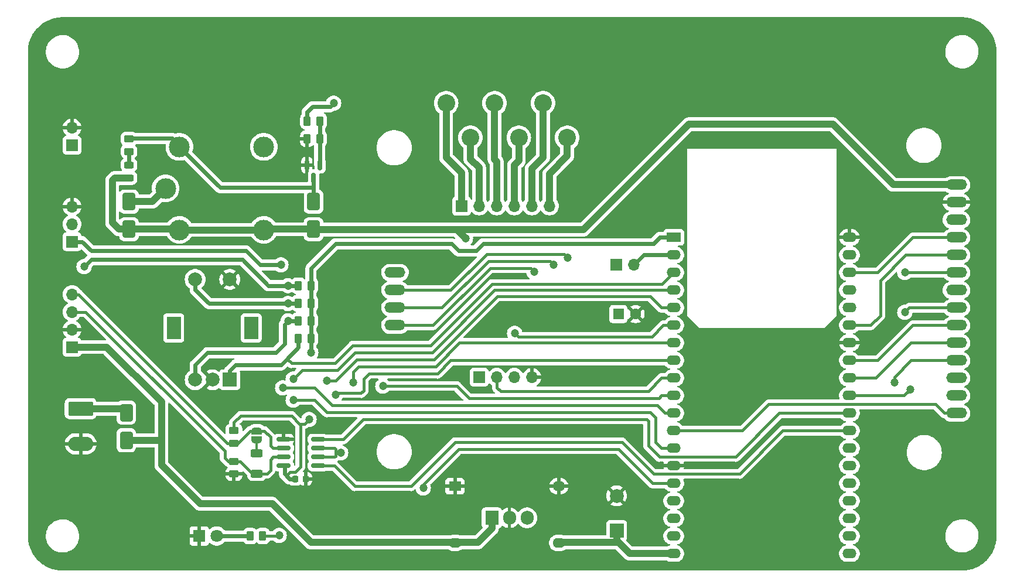
<source format=gbr>
%TF.GenerationSoftware,KiCad,Pcbnew,7.0.1*%
%TF.CreationDate,2024-09-24T21:19:13+02:00*%
%TF.ProjectId,mangiatoia,6d616e67-6961-4746-9f69-612e6b696361,1.0*%
%TF.SameCoordinates,Original*%
%TF.FileFunction,Copper,L1,Top*%
%TF.FilePolarity,Positive*%
%FSLAX46Y46*%
G04 Gerber Fmt 4.6, Leading zero omitted, Abs format (unit mm)*
G04 Created by KiCad (PCBNEW 7.0.1) date 2024-09-24 21:19:13*
%MOMM*%
%LPD*%
G01*
G04 APERTURE LIST*
G04 Aperture macros list*
%AMRoundRect*
0 Rectangle with rounded corners*
0 $1 Rounding radius*
0 $2 $3 $4 $5 $6 $7 $8 $9 X,Y pos of 4 corners*
0 Add a 4 corners polygon primitive as box body*
4,1,4,$2,$3,$4,$5,$6,$7,$8,$9,$2,$3,0*
0 Add four circle primitives for the rounded corners*
1,1,$1+$1,$2,$3*
1,1,$1+$1,$4,$5*
1,1,$1+$1,$6,$7*
1,1,$1+$1,$8,$9*
0 Add four rect primitives between the rounded corners*
20,1,$1+$1,$2,$3,$4,$5,0*
20,1,$1+$1,$4,$5,$6,$7,0*
20,1,$1+$1,$6,$7,$8,$9,0*
20,1,$1+$1,$8,$9,$2,$3,0*%
%AMFreePoly0*
4,1,19,0.500000,-0.750000,0.000000,-0.750000,0.000000,-0.744911,-0.071157,-0.744911,-0.207708,-0.704816,-0.327430,-0.627875,-0.420627,-0.520320,-0.479746,-0.390866,-0.500000,-0.250000,-0.500000,0.250000,-0.479746,0.390866,-0.420627,0.520320,-0.327430,0.627875,-0.207708,0.704816,-0.071157,0.744911,0.000000,0.744911,0.000000,0.750000,0.500000,0.750000,0.500000,-0.750000,0.500000,-0.750000,
$1*%
%AMFreePoly1*
4,1,19,0.000000,0.744911,0.071157,0.744911,0.207708,0.704816,0.327430,0.627875,0.420627,0.520320,0.479746,0.390866,0.500000,0.250000,0.500000,-0.250000,0.479746,-0.390866,0.420627,-0.520320,0.327430,-0.627875,0.207708,-0.704816,0.071157,-0.744911,0.000000,-0.744911,0.000000,-0.750000,-0.500000,-0.750000,-0.500000,0.750000,0.000000,0.750000,0.000000,0.744911,0.000000,0.744911,
$1*%
G04 Aperture macros list end*
%TA.AperFunction,ComponentPad*%
%ADD10R,1.700000X1.700000*%
%TD*%
%TA.AperFunction,ComponentPad*%
%ADD11O,1.700000X1.700000*%
%TD*%
%TA.AperFunction,SMDPad,CuDef*%
%ADD12RoundRect,0.225000X-0.225000X-0.250000X0.225000X-0.250000X0.225000X0.250000X-0.225000X0.250000X0*%
%TD*%
%TA.AperFunction,ComponentPad*%
%ADD13C,3.000000*%
%TD*%
%TA.AperFunction,ComponentPad*%
%ADD14C,2.540000*%
%TD*%
%TA.AperFunction,SMDPad,CuDef*%
%ADD15FreePoly0,270.000000*%
%TD*%
%TA.AperFunction,SMDPad,CuDef*%
%ADD16FreePoly1,270.000000*%
%TD*%
%TA.AperFunction,SMDPad,CuDef*%
%ADD17RoundRect,0.250000X0.650000X-1.000000X0.650000X1.000000X-0.650000X1.000000X-0.650000X-1.000000X0*%
%TD*%
%TA.AperFunction,SMDPad,CuDef*%
%ADD18RoundRect,0.243750X-0.456250X0.243750X-0.456250X-0.243750X0.456250X-0.243750X0.456250X0.243750X0*%
%TD*%
%TA.AperFunction,SMDPad,CuDef*%
%ADD19RoundRect,0.250000X-0.262500X-0.450000X0.262500X-0.450000X0.262500X0.450000X-0.262500X0.450000X0*%
%TD*%
%TA.AperFunction,ComponentPad*%
%ADD20R,2.000000X2.000000*%
%TD*%
%TA.AperFunction,ComponentPad*%
%ADD21C,2.000000*%
%TD*%
%TA.AperFunction,SMDPad,CuDef*%
%ADD22RoundRect,0.250000X-0.625000X0.312500X-0.625000X-0.312500X0.625000X-0.312500X0.625000X0.312500X0*%
%TD*%
%TA.AperFunction,SMDPad,CuDef*%
%ADD23RoundRect,0.250000X-0.450000X0.262500X-0.450000X-0.262500X0.450000X-0.262500X0.450000X0.262500X0*%
%TD*%
%TA.AperFunction,SMDPad,CuDef*%
%ADD24RoundRect,0.250000X0.262500X0.450000X-0.262500X0.450000X-0.262500X-0.450000X0.262500X-0.450000X0*%
%TD*%
%TA.AperFunction,SMDPad,CuDef*%
%ADD25RoundRect,0.150000X0.825000X0.150000X-0.825000X0.150000X-0.825000X-0.150000X0.825000X-0.150000X0*%
%TD*%
%TA.AperFunction,ComponentPad*%
%ADD26R,1.800000X1.400000*%
%TD*%
%TA.AperFunction,ComponentPad*%
%ADD27O,1.800000X1.400000*%
%TD*%
%TA.AperFunction,ComponentPad*%
%ADD28R,1.600000X1.600000*%
%TD*%
%TA.AperFunction,ComponentPad*%
%ADD29C,1.600000*%
%TD*%
%TA.AperFunction,ComponentPad*%
%ADD30R,1.905000X2.000000*%
%TD*%
%TA.AperFunction,ComponentPad*%
%ADD31O,1.905000X2.000000*%
%TD*%
%TA.AperFunction,SMDPad,CuDef*%
%ADD32RoundRect,0.150000X-0.150000X0.587500X-0.150000X-0.587500X0.150000X-0.587500X0.150000X0.587500X0*%
%TD*%
%TA.AperFunction,ComponentPad*%
%ADD33RoundRect,0.249999X-1.550001X0.790001X-1.550001X-0.790001X1.550001X-0.790001X1.550001X0.790001X0*%
%TD*%
%TA.AperFunction,ComponentPad*%
%ADD34O,3.600000X2.080000*%
%TD*%
%TA.AperFunction,ComponentPad*%
%ADD35R,2.000000X1.400000*%
%TD*%
%TA.AperFunction,ComponentPad*%
%ADD36O,2.000000X1.400000*%
%TD*%
%TA.AperFunction,ComponentPad*%
%ADD37O,3.000000X1.500000*%
%TD*%
%TA.AperFunction,ComponentPad*%
%ADD38R,2.000000X3.200000*%
%TD*%
%TA.AperFunction,ComponentPad*%
%ADD39R,1.800000X1.800000*%
%TD*%
%TA.AperFunction,ComponentPad*%
%ADD40C,1.800000*%
%TD*%
%TA.AperFunction,ViaPad*%
%ADD41C,1.200000*%
%TD*%
%TA.AperFunction,Conductor*%
%ADD42C,0.406400*%
%TD*%
%TA.AperFunction,Conductor*%
%ADD43C,1.000000*%
%TD*%
%TA.AperFunction,Conductor*%
%ADD44C,0.609600*%
%TD*%
%TA.AperFunction,Conductor*%
%ADD45C,0.304800*%
%TD*%
G04 APERTURE END LIST*
D10*
%TO.P,J6,1,Pin_1*%
%TO.N,B+*%
X132705000Y-72390000D03*
D11*
%TO.P,J6,2,Pin_2*%
%TO.N,B-*%
X135245000Y-72390000D03*
%TO.P,J6,3,Pin_3*%
%TO.N,A+*%
X137785000Y-72390000D03*
%TO.P,J6,4,Pin_4*%
%TO.N,A-*%
X140325000Y-72390000D03*
%TO.P,J6,5,Pin_5*%
%TO.N,E-*%
X142865000Y-72390000D03*
%TO.P,J6,6,Pin_6*%
%TO.N,E+*%
X145405000Y-72390000D03*
%TD*%
D12*
%TO.P,C3,1*%
%TO.N,+3.3V*%
X108635000Y-111855000D03*
%TO.P,C3,2*%
%TO.N,GND*%
X110185000Y-111855000D03*
%TD*%
D13*
%TO.P,K1,11*%
%TO.N,Net-(D3-A)*%
X89930000Y-69850000D03*
%TO.P,K1,12*%
%TO.N,unconnected-(K1-Pad12)*%
X104130000Y-63850000D03*
%TO.P,K1,14*%
%TO.N,+5V*%
X104130000Y-75850000D03*
%TO.P,K1,A1*%
X91930000Y-75850000D03*
%TO.P,K1,A2*%
%TO.N,Net-(D2-A)*%
X91930000Y-63850000D03*
%TD*%
D14*
%TO.P,J7,1,Pin_1*%
%TO.N,E+*%
X147982000Y-62531000D03*
%TO.P,J7,2,Pin_2*%
%TO.N,E-*%
X144482000Y-57531000D03*
%TO.P,J7,3,Pin_3*%
%TO.N,A-*%
X140982000Y-62531000D03*
%TO.P,J7,4,Pin_4*%
%TO.N,A+*%
X137482000Y-57531000D03*
%TO.P,J7,5,Pin_5*%
%TO.N,B-*%
X133982000Y-62531000D03*
%TO.P,J7,6,Pin_6*%
%TO.N,B+*%
X130482000Y-57531000D03*
%TD*%
D10*
%TO.P,J2,1,Pin_1*%
%TO.N,+12V*%
X76422500Y-92795000D03*
D11*
%TO.P,J2,2,Pin_2*%
%TO.N,GND*%
X76422500Y-90255000D03*
%TO.P,J2,3,Pin_3*%
%TO.N,RS485-B*%
X76422500Y-87715000D03*
%TO.P,J2,4,Pin_4*%
%TO.N,RS485-A*%
X76422500Y-85175000D03*
%TD*%
D15*
%TO.P,JP2,1,A*%
%TO.N,RS485-A*%
X103125000Y-104916500D03*
D16*
%TO.P,JP2,2,B*%
%TO.N,Net-(JP2-B)*%
X103125000Y-106216500D03*
%TD*%
D17*
%TO.P,D2,1,K*%
%TO.N,+5V*%
X111315000Y-75755000D03*
%TO.P,D2,2,A*%
%TO.N,Net-(D2-A)*%
X111315000Y-71755000D03*
%TD*%
D18*
%TO.P,DL2,1,K*%
%TO.N,Net-(DL2-K)*%
X84645000Y-66467500D03*
%TO.P,DL2,2,A*%
%TO.N,+5V*%
X84645000Y-68342500D03*
%TD*%
D19*
%TO.P,R11,1*%
%TO.N,ENC-A*%
X109132500Y-91535000D03*
%TO.P,R11,2*%
%TO.N,+3.3V*%
X110957500Y-91535000D03*
%TD*%
D20*
%TO.P,C2,1*%
%TO.N,+5V*%
X155130000Y-119302677D03*
D21*
%TO.P,C2,2*%
%TO.N,GND*%
X155130000Y-114302677D03*
%TD*%
D22*
%TO.P,R1,1*%
%TO.N,Net-(JP2-B)*%
X103125000Y-108168000D03*
%TO.P,R1,2*%
%TO.N,RS485-B*%
X103125000Y-111093000D03*
%TD*%
D23*
%TO.P,R2,1*%
%TO.N,+3.3V*%
X99823000Y-104846500D03*
%TO.P,R2,2*%
%TO.N,RS485-A*%
X99823000Y-106671500D03*
%TD*%
D19*
%TO.P,R5,1*%
%TO.N,/LED*%
X102147500Y-120095000D03*
%TO.P,R5,2*%
%TO.N,Net-(U1-32K_XP{slash}GPIO32{slash}ADC1_CH4)*%
X103972500Y-120095000D03*
%TD*%
D17*
%TO.P,D3,1,K*%
%TO.N,+5V*%
X84645000Y-75755000D03*
%TO.P,D3,2,A*%
%TO.N,Net-(D3-A)*%
X84645000Y-71755000D03*
%TD*%
D24*
%TO.P,R4,1*%
%TO.N,Net-(Q1-B)*%
X112227500Y-60117500D03*
%TO.P,R4,2*%
%TO.N,SERVO-EN*%
X110402500Y-60117500D03*
%TD*%
%TO.P,R6,1*%
%TO.N,Net-(Q1-B)*%
X112227500Y-62657500D03*
%TO.P,R6,2*%
%TO.N,GND*%
X110402500Y-62657500D03*
%TD*%
D17*
%TO.P,D1,1,K*%
%TO.N,+12V*%
X84254000Y-106267000D03*
%TO.P,D1,2,A*%
%TO.N,Net-(D1-A)*%
X84254000Y-102267000D03*
%TD*%
D19*
%TO.P,R10,1*%
%TO.N,ENC-B*%
X109132500Y-88995000D03*
%TO.P,R10,2*%
%TO.N,+3.3V*%
X110957500Y-88995000D03*
%TD*%
%TO.P,R7,1*%
%TO.N,GPIO27*%
X109132500Y-83915000D03*
%TO.P,R7,2*%
%TO.N,+3.3V*%
X110957500Y-83915000D03*
%TD*%
D25*
%TO.P,U4,1,RO*%
%TO.N,RX-DTE*%
X111950000Y-109950000D03*
%TO.P,U4,2,~{RE}*%
%TO.N,TX-EN*%
X111950000Y-108680000D03*
%TO.P,U4,3,DE*%
X111950000Y-107410000D03*
%TO.P,U4,4,DI*%
%TO.N,TX-DTE*%
X111950000Y-106140000D03*
%TO.P,U4,5,GND*%
%TO.N,GND*%
X107000000Y-106140000D03*
%TO.P,U4,6,A*%
%TO.N,RS485-A*%
X107000000Y-107410000D03*
%TO.P,U4,7,B*%
%TO.N,RS485-B*%
X107000000Y-108680000D03*
%TO.P,U4,8,VCC*%
%TO.N,+3.3V*%
X107000000Y-109950000D03*
%TD*%
D26*
%TO.P,U3,1,-VIN*%
%TO.N,GND*%
X131755000Y-112903000D03*
D27*
%TO.P,U3,2,+VIN*%
%TO.N,+12V*%
X131755000Y-121103000D03*
%TO.P,U3,3,-VOUT*%
%TO.N,GND*%
X146755000Y-112903000D03*
%TO.P,U3,4,+VOUT*%
%TO.N,+5V*%
X146755000Y-121103000D03*
%TD*%
D19*
%TO.P,R9,1*%
%TO.N,ENC-SW*%
X109132500Y-86455000D03*
%TO.P,R9,2*%
%TO.N,+3.3V*%
X110957500Y-86455000D03*
%TD*%
D10*
%TO.P,J4,1,Pin_1*%
%TO.N,GPIO27*%
X76422500Y-63595000D03*
D11*
%TO.P,J4,2,Pin_2*%
%TO.N,GND*%
X76422500Y-61055000D03*
%TD*%
D23*
%TO.P,R8,1*%
%TO.N,Net-(D2-A)*%
X84645000Y-62682500D03*
%TO.P,R8,2*%
%TO.N,Net-(DL2-K)*%
X84645000Y-64507500D03*
%TD*%
D28*
%TO.P,C1,1*%
%TO.N,Net-(JP1-A)*%
X155374000Y-88011000D03*
D29*
%TO.P,C1,2*%
%TO.N,GND*%
X157874000Y-88011000D03*
%TD*%
D30*
%TO.P,U5,1,IN*%
%TO.N,+12V*%
X137086000Y-117475000D03*
D31*
%TO.P,U5,2,GND*%
%TO.N,GND*%
X139626000Y-117475000D03*
%TO.P,U5,3,OUT*%
%TO.N,+5V*%
X142166000Y-117475000D03*
%TD*%
D32*
%TO.P,Q1,1,B*%
%TO.N,Net-(Q1-B)*%
X112265000Y-66467500D03*
%TO.P,Q1,2,E*%
%TO.N,GND*%
X110365000Y-66467500D03*
%TO.P,Q1,3,C*%
%TO.N,Net-(D2-A)*%
X111315000Y-68342500D03*
%TD*%
D10*
%TO.P,J3,1,Pin_1*%
%TO.N,SERVO-PWM*%
X76422500Y-77550000D03*
D11*
%TO.P,J3,2,Pin_2*%
%TO.N,Net-(D3-A)*%
X76422500Y-75010000D03*
%TO.P,J3,3,Pin_3*%
%TO.N,GND*%
X76422500Y-72470000D03*
%TD*%
D33*
%TO.P,J1,1,Pin_1*%
%TO.N,Net-(D1-A)*%
X77660000Y-101695000D03*
D34*
%TO.P,J1,2,Pin_2*%
%TO.N,GND*%
X77660000Y-106775000D03*
%TD*%
D35*
%TO.P,U1,1,3V3*%
%TO.N,+3.3V*%
X163385000Y-76930000D03*
D36*
%TO.P,U1,2,CHIP_PU*%
%TO.N,Net-(JP1-B)*%
X163385000Y-79470000D03*
%TO.P,U1,3,SENSOR_VP/GPIO36/ADC1_CH0*%
%TO.N,ENC-A*%
X163385000Y-82010000D03*
%TO.P,U1,4,SENSOR_VN/GPIO39/ADC1_CH3*%
%TO.N,ENC-B*%
X163385000Y-84550000D03*
%TO.P,U1,5,VDET_1/GPIO34/ADC1_CH6*%
%TO.N,ENC-SW*%
X163385000Y-87090000D03*
%TO.P,U1,6,VDET_2/GPIO35/ADC1_CH7*%
%TO.N,HX711-DATA*%
X163385000Y-89630000D03*
%TO.P,U1,7,32K_XP/GPIO32/ADC1_CH4*%
%TO.N,Net-(U1-32K_XP{slash}GPIO32{slash}ADC1_CH4)*%
X163385000Y-92170000D03*
%TO.P,U1,8,32K_XN/GPIO33/ADC1_CH5*%
%TO.N,TX-EN*%
X163385000Y-94710000D03*
%TO.P,U1,9,DAC_1/ADC2_CH8/GPIO25*%
%TO.N,HX711-CK*%
X163385000Y-97250000D03*
%TO.P,U1,10,DAC_2/ADC2_CH9/GPIO26*%
%TO.N,SERVO-EN*%
X163385000Y-99790000D03*
%TO.P,U1,11,ADC2_CH7/GPIO27*%
%TO.N,GPIO27*%
X163385000Y-102330000D03*
%TO.P,U1,12,MTMS/GPIO14/ADC2_CH6*%
%TO.N,T_IRQ*%
X163385000Y-104870000D03*
%TO.P,U1,13,MTDI/GPIO12/ADC2_CH5*%
%TO.N,SERVO-PWM*%
X163385000Y-107410000D03*
%TO.P,U1,14,GND*%
%TO.N,GND*%
X163385000Y-109950000D03*
%TO.P,U1,15,MTCK/GPIO13/ADC2_CH4*%
%TO.N,SD-CS*%
X163385000Y-112490000D03*
%TO.P,U1,16,SD_DATA2/GPIO9*%
%TO.N,unconnected-(U1-SD_DATA2{slash}GPIO9-Pad16)*%
X163385000Y-115030000D03*
%TO.P,U1,17,SD_DATA3/GPIO10*%
%TO.N,unconnected-(U1-SD_DATA3{slash}GPIO10-Pad17)*%
X163385000Y-117570000D03*
%TO.P,U1,18,CMD*%
%TO.N,unconnected-(U1-CMD-Pad18)*%
X163385000Y-120110000D03*
%TO.P,U1,19,5V*%
%TO.N,+5V*%
X163385000Y-122650000D03*
%TO.P,U1,20,SD_CLK/GPIO6*%
%TO.N,unconnected-(U1-SD_CLK{slash}GPIO6-Pad20)*%
X188781320Y-122647280D03*
%TO.P,U1,21,SD_DATA0/GPIO7*%
%TO.N,unconnected-(U1-SD_DATA0{slash}GPIO7-Pad21)*%
X188781320Y-120107280D03*
%TO.P,U1,22,SD_DATA1/GPIO8*%
%TO.N,unconnected-(U1-SD_DATA1{slash}GPIO8-Pad22)*%
X188785000Y-117570000D03*
%TO.P,U1,23,MTDO/GPIO15/ADC2_CH3*%
%TO.N,TOUCH-CS*%
X188785000Y-115030000D03*
%TO.P,U1,24,ADC2_CH2/GPIO2*%
%TO.N,unconnected-(U1-ADC2_CH2{slash}GPIO2-Pad24)*%
X188785000Y-112490000D03*
%TO.P,U1,25,GPIO0/BOOT/ADC2_CH1*%
%TO.N,unconnected-(U1-GPIO0{slash}BOOT{slash}ADC2_CH1-Pad25)*%
X188785000Y-109950000D03*
%TO.P,U1,26,ADC2_CH0/GPIO4*%
%TO.N,TFT-LED*%
X188785000Y-107410000D03*
%TO.P,U1,27,GPIO16*%
%TO.N,RX-DTE*%
X188785000Y-104870000D03*
%TO.P,U1,28,GPIO17*%
%TO.N,TX-DTE*%
X188785000Y-102330000D03*
%TO.P,U1,29,GPIO5*%
%TO.N,TFT-CS*%
X188785000Y-99790000D03*
%TO.P,U1,30,GPIO18*%
%TO.N,SCK*%
X188785000Y-97250000D03*
%TO.P,U1,31,GPIO19*%
%TO.N,MISO*%
X188785000Y-94710000D03*
%TO.P,U1,32,GND*%
%TO.N,GND*%
X188785000Y-92170000D03*
%TO.P,U1,33,GPIO21*%
%TO.N,TFT-DC*%
X188785000Y-89630000D03*
%TO.P,U1,34,U0RXD/GPIO3*%
%TO.N,unconnected-(U1-U0RXD{slash}GPIO3-Pad34)*%
X188785000Y-87090000D03*
%TO.P,U1,35,U0TXD/GPIO1*%
%TO.N,unconnected-(U1-U0TXD{slash}GPIO1-Pad35)*%
X188785000Y-84550000D03*
%TO.P,U1,36,GPIO22*%
%TO.N,TFT-RST*%
X188785000Y-82010000D03*
%TO.P,U1,37,GPIO23*%
%TO.N,MOSI*%
X188785000Y-79470000D03*
%TO.P,U1,38,GND*%
%TO.N,GND*%
X188785000Y-76930000D03*
%TD*%
D10*
%TO.P,J5,1,Pin_1*%
%TO.N,+5V*%
X135255000Y-97155000D03*
D11*
%TO.P,J5,2,Pin_2*%
%TO.N,HX711-CK*%
X137795000Y-97155000D03*
%TO.P,J5,3,Pin_3*%
%TO.N,HX711-DATA*%
X140335000Y-97155000D03*
%TO.P,J5,4,Pin_4*%
%TO.N,GND*%
X142875000Y-97155000D03*
%TD*%
D23*
%TO.P,R3,1*%
%TO.N,RS485-B*%
X99823000Y-109315000D03*
%TO.P,R3,2*%
%TO.N,GND*%
X99823000Y-111140000D03*
%TD*%
D10*
%TO.P,JP1,1,A*%
%TO.N,Net-(JP1-A)*%
X155115000Y-80899000D03*
D11*
%TO.P,JP1,2,B*%
%TO.N,Net-(JP1-B)*%
X157655000Y-80899000D03*
%TD*%
D37*
%TO.P,U2,1,VCC*%
%TO.N,+5V*%
X204246902Y-69320700D03*
%TO.P,U2,2,GND*%
%TO.N,GND*%
X204246902Y-71860700D03*
%TO.P,U2,3,CS*%
%TO.N,TFT-CS*%
X204246902Y-74400700D03*
%TO.P,U2,4,RST*%
%TO.N,TFT-RST*%
X204246902Y-76940700D03*
%TO.P,U2,5,DC*%
%TO.N,TFT-DC*%
X204246902Y-79480700D03*
%TO.P,U2,6,MOSI*%
%TO.N,MOSI*%
X204246902Y-82020700D03*
%TO.P,U2,7,SCK*%
%TO.N,SCK*%
X204246902Y-84560700D03*
%TO.P,U2,8,LED*%
%TO.N,TFT-LED*%
X204246902Y-87100700D03*
%TO.P,U2,9,MISO*%
%TO.N,MISO*%
X204246902Y-89640700D03*
%TO.P,U2,10,T_CLK*%
%TO.N,SCK*%
X204246902Y-92180700D03*
%TO.P,U2,11,T_CS*%
%TO.N,TOUCH-CS*%
X204246902Y-94720700D03*
%TO.P,U2,12,T_MOSI*%
%TO.N,MOSI*%
X204246902Y-97260700D03*
%TO.P,U2,13,T_MISO*%
%TO.N,MISO*%
X204246902Y-99800700D03*
%TO.P,U2,14,T_IRQ*%
%TO.N,T_IRQ*%
X204246902Y-102340700D03*
%TO.P,U2,15,SDCS*%
%TO.N,SD-CS*%
X123086902Y-82010700D03*
%TO.P,U2,16,SDMOSI*%
%TO.N,MOSI*%
X123086902Y-84550700D03*
%TO.P,U2,17,SDMISO*%
%TO.N,MISO*%
X123086902Y-87090700D03*
%TO.P,U2,18,SDSCLK*%
%TO.N,SCK*%
X123086902Y-89630700D03*
%TD*%
D20*
%TO.P,ENC1,A,A*%
%TO.N,ENC-A*%
X99210000Y-97515000D03*
D21*
%TO.P,ENC1,B,B*%
%TO.N,ENC-B*%
X94210000Y-97515000D03*
%TO.P,ENC1,C,C*%
%TO.N,GND*%
X96710000Y-97515000D03*
D38*
%TO.P,ENC1,MP*%
%TO.N,N/C*%
X91110000Y-90015000D03*
X102310000Y-90015000D03*
D21*
%TO.P,ENC1,S1,S1*%
%TO.N,ENC-SW*%
X94210000Y-83015000D03*
%TO.P,ENC1,S2,S2*%
%TO.N,GND*%
X99210000Y-83015000D03*
%TD*%
D39*
%TO.P,DL1,1,K*%
%TO.N,GND*%
X94805000Y-120095000D03*
D40*
%TO.P,DL1,2,A*%
%TO.N,/LED*%
X97345000Y-120095000D03*
%TD*%
D41*
%TO.N,GND*%
X119664970Y-85815389D03*
X106606000Y-104267000D03*
X124624010Y-99866001D03*
X115190434Y-85786889D03*
%TO.N,+5V*%
X133276000Y-77089000D03*
%TO.N,+3.3V*%
X110924000Y-93599000D03*
X110670000Y-103251000D03*
%TO.N,SERVO-PWM*%
X106606000Y-80899000D03*
X108384000Y-100457000D03*
%TO.N,SERVO-EN*%
X121338000Y-98425000D03*
X114226000Y-57531000D03*
%TO.N,Net-(U1-32K_XP{slash}GPIO32{slash}ADC1_CH4)*%
X106352000Y-120015000D03*
X117020000Y-97917000D03*
%TO.N,GPIO27*%
X78158000Y-81153000D03*
X106860000Y-98679000D03*
X107622000Y-83915000D03*
%TO.N,ENC-SW*%
X113210000Y-97663000D03*
X107622000Y-86487000D03*
%TO.N,ENC-B*%
X107654000Y-88995000D03*
X108384000Y-97409000D03*
%TO.N,TX-EN*%
X115242000Y-108077000D03*
X114480000Y-99695000D03*
%TO.N,HX711-DATA*%
X140388000Y-90805000D03*
%TO.N,SD-CS*%
X127180000Y-113157000D03*
%TO.N,TOUCH-CS*%
X195252000Y-97917000D03*
%TO.N,TFT-LED*%
X196776000Y-87757000D03*
%TO.N,TFT-CS*%
X197538000Y-98933000D03*
%TO.N,SCK*%
X143182000Y-81915000D03*
%TO.N,MISO*%
X145976000Y-80899000D03*
%TO.N,MOSI*%
X196776000Y-82020700D03*
X148008000Y-79883000D03*
%TD*%
D42*
%TO.N,+3.3V*%
X110035000Y-103886000D02*
X110670000Y-103251000D01*
D43*
%TO.N,E+*%
X147982000Y-65177000D02*
X147982000Y-62531000D01*
X145405000Y-67754000D02*
X147982000Y-65177000D01*
X145405000Y-72390000D02*
X145405000Y-67754000D01*
%TO.N,+5V*%
X104225000Y-75755000D02*
X104130000Y-75850000D01*
X153107000Y-121031000D02*
X155130000Y-121031000D01*
X186362000Y-60579000D02*
X195103700Y-69320700D01*
X83174000Y-75755000D02*
X84645000Y-75755000D01*
X146755000Y-121103000D02*
X146827000Y-121031000D01*
X111315000Y-75755000D02*
X104225000Y-75755000D01*
X155374000Y-121031000D02*
X153107000Y-121031000D01*
X104130000Y-75850000D02*
X91930000Y-75850000D01*
X163385000Y-122650000D02*
X156993000Y-122650000D01*
X146827000Y-121031000D02*
X153107000Y-121031000D01*
X156993000Y-122650000D02*
X155374000Y-121031000D01*
X155130000Y-121031000D02*
X155130000Y-119302677D01*
X82586500Y-68342500D02*
X82222000Y-68707000D01*
X82222000Y-68707000D02*
X82222000Y-74803000D01*
X150294000Y-75819000D02*
X165534000Y-60579000D01*
X84645000Y-75755000D02*
X91835000Y-75755000D01*
X132006000Y-75819000D02*
X111379000Y-75819000D01*
X91835000Y-75755000D02*
X91930000Y-75850000D01*
X133276000Y-77089000D02*
X132006000Y-75819000D01*
X195103700Y-69320700D02*
X204246902Y-69320700D01*
X132006000Y-75819000D02*
X150294000Y-75819000D01*
X82222000Y-74803000D02*
X83174000Y-75755000D01*
X165534000Y-60579000D02*
X186362000Y-60579000D01*
X111379000Y-75819000D02*
X111315000Y-75755000D01*
X84645000Y-68342500D02*
X82586500Y-68342500D01*
D44*
%TO.N,+3.3V*%
X114480000Y-77851000D02*
X131244000Y-77851000D01*
X107368000Y-111379000D02*
X107114000Y-111125000D01*
X161375000Y-76930000D02*
X163385000Y-76930000D01*
X110957500Y-88995000D02*
X110957500Y-91535000D01*
D42*
X100764000Y-102743000D02*
X108130000Y-102743000D01*
X109400000Y-110109000D02*
X109400000Y-103886000D01*
D44*
X110924000Y-91568500D02*
X110957500Y-91535000D01*
X110924000Y-93599000D02*
X110924000Y-91568500D01*
D42*
X99823000Y-103684000D02*
X100764000Y-102743000D01*
D44*
X110957500Y-86455000D02*
X110957500Y-88995000D01*
X110957500Y-83915000D02*
X110957500Y-86455000D01*
X107114000Y-111125000D02*
X107114000Y-110064000D01*
X132260000Y-78867000D02*
X134800000Y-78867000D01*
D42*
X107876000Y-110871000D02*
X108638000Y-110871000D01*
X99823000Y-104846500D02*
X99823000Y-103684000D01*
D44*
X107844000Y-111855000D02*
X107368000Y-111379000D01*
D42*
X108638000Y-110871000D02*
X109400000Y-110109000D01*
D44*
X134800000Y-78867000D02*
X135816000Y-77851000D01*
D42*
X108130000Y-102743000D02*
X109273000Y-103886000D01*
X107368000Y-111379000D02*
X107876000Y-110871000D01*
D44*
X110957500Y-81373500D02*
X114480000Y-77851000D01*
D42*
X109273000Y-103886000D02*
X110035000Y-103886000D01*
X109400000Y-103886000D02*
X110035000Y-103886000D01*
D44*
X135816000Y-77851000D02*
X160454000Y-77851000D01*
X131244000Y-77851000D02*
X132260000Y-78867000D01*
X107114000Y-110064000D02*
X107000000Y-109950000D01*
X110957500Y-83915000D02*
X110957500Y-81373500D01*
X108635000Y-111855000D02*
X107844000Y-111855000D01*
X160454000Y-77851000D02*
X161375000Y-76930000D01*
%TO.N,/LED*%
X97345000Y-120095000D02*
X102147500Y-120095000D01*
%TO.N,Net-(D2-A)*%
X111315000Y-68342500D02*
X111315000Y-69723000D01*
X84716500Y-62611000D02*
X84645000Y-62682500D01*
X111315000Y-69723000D02*
X111315000Y-71755000D01*
X97803000Y-69723000D02*
X91930000Y-63850000D01*
X91930000Y-63850000D02*
X91930000Y-63683000D01*
X91930000Y-63683000D02*
X90858000Y-62611000D01*
X111315000Y-69723000D02*
X97803000Y-69723000D01*
X90858000Y-62611000D02*
X84716500Y-62611000D01*
D43*
%TO.N,+12V*%
X89302000Y-106267000D02*
X89334000Y-106299000D01*
X89334000Y-106299000D02*
X89334000Y-109855000D01*
X89334000Y-109855000D02*
X94922000Y-115443000D01*
X94922000Y-115443000D02*
X105336000Y-115443000D01*
X137086000Y-118999000D02*
X135054000Y-121031000D01*
X110924000Y-121031000D02*
X131683000Y-121031000D01*
X84254000Y-106267000D02*
X89302000Y-106267000D01*
X131683000Y-121031000D02*
X131755000Y-121103000D01*
X81418000Y-92795000D02*
X89334000Y-100711000D01*
X131827000Y-121031000D02*
X131755000Y-121103000D01*
X135054000Y-121031000D02*
X131827000Y-121031000D01*
X76422500Y-92795000D02*
X81418000Y-92795000D01*
X89334000Y-100711000D02*
X89334000Y-106299000D01*
X137086000Y-117475000D02*
X137086000Y-118999000D01*
X105336000Y-115443000D02*
X110924000Y-121031000D01*
D42*
%TO.N,RS485-B*%
X98478000Y-108839000D02*
X98478000Y-107823000D01*
X103125000Y-111093000D02*
X102510000Y-111093000D01*
X98986000Y-109347000D02*
X98478000Y-108839000D01*
X105495000Y-108680000D02*
X105082000Y-109093000D01*
X100732000Y-109315000D02*
X99823000Y-109315000D01*
X105082000Y-109093000D02*
X105082000Y-110617000D01*
X98478000Y-107823000D02*
X78370000Y-87715000D01*
X105082000Y-110617000D02*
X104606000Y-111093000D01*
X99823000Y-109315000D02*
X99018000Y-109315000D01*
X107000000Y-108680000D02*
X105495000Y-108680000D01*
X78370000Y-87715000D02*
X76422500Y-87715000D01*
X104606000Y-111093000D02*
X103125000Y-111093000D01*
X102510000Y-111093000D02*
X100732000Y-109315000D01*
X99018000Y-109315000D02*
X98986000Y-109347000D01*
%TO.N,RS485-A*%
X102146500Y-104916500D02*
X100391500Y-106671500D01*
X105082000Y-105791000D02*
X104207500Y-104916500D01*
X100391500Y-106671500D02*
X99823000Y-106671500D01*
X105082000Y-107061000D02*
X105082000Y-105791000D01*
X103125000Y-104916500D02*
X102146500Y-104916500D01*
X107000000Y-107410000D02*
X105431000Y-107410000D01*
X105431000Y-107410000D02*
X105082000Y-107061000D01*
X104207500Y-104916500D02*
X103125000Y-104916500D01*
X98850500Y-106671500D02*
X77354000Y-85175000D01*
X99823000Y-106671500D02*
X98850500Y-106671500D01*
X77354000Y-85175000D02*
X76422500Y-85175000D01*
D44*
%TO.N,SERVO-PWM*%
X103558000Y-80899000D02*
X101526000Y-78867000D01*
D42*
X113273500Y-102235000D02*
X159946000Y-102235000D01*
X160708000Y-106553000D02*
X161565000Y-107410000D01*
D44*
X79174000Y-78867000D02*
X77857000Y-77550000D01*
X77857000Y-77550000D02*
X76422500Y-77550000D01*
D42*
X161565000Y-107410000D02*
X163385000Y-107410000D01*
D44*
X106606000Y-80899000D02*
X103558000Y-80899000D01*
X101526000Y-78867000D02*
X79174000Y-78867000D01*
D42*
X111495500Y-100457000D02*
X113273500Y-102235000D01*
X159946000Y-102235000D02*
X160708000Y-102997000D01*
X108384000Y-100457000D02*
X111495500Y-100457000D01*
X160708000Y-102997000D02*
X160708000Y-106553000D01*
D44*
%TO.N,Net-(JP1-B)*%
X163385000Y-79470000D02*
X159084000Y-79470000D01*
X159084000Y-79470000D02*
X157655000Y-80899000D01*
D45*
%TO.N,Net-(JP2-B)*%
X103125000Y-108168000D02*
X103125000Y-106216500D01*
D44*
%TO.N,Net-(Q1-B)*%
X112227500Y-60117500D02*
X112227500Y-62657500D01*
X112227500Y-62657500D02*
X112227500Y-66430000D01*
X112227500Y-66430000D02*
X112265000Y-66467500D01*
D42*
%TO.N,SERVO-EN*%
X161629000Y-99790000D02*
X163385000Y-99790000D01*
D44*
X114226000Y-57531000D02*
X113718000Y-58039000D01*
X110402500Y-58814500D02*
X110402500Y-60117500D01*
D42*
X133784000Y-100203000D02*
X161216000Y-100203000D01*
D44*
X111178000Y-58039000D02*
X110402500Y-58814500D01*
D42*
X161216000Y-100203000D02*
X161629000Y-99790000D01*
X121338000Y-98425000D02*
X132006000Y-98425000D01*
X132006000Y-98425000D02*
X133784000Y-100203000D01*
D44*
X113718000Y-58039000D02*
X111178000Y-58039000D01*
D42*
%TO.N,Net-(U1-32K_XP{slash}GPIO32{slash}ADC1_CH4)*%
X117020000Y-97917000D02*
X117020000Y-96393000D01*
X103972500Y-120095000D02*
X106272000Y-120095000D01*
X117020000Y-96393000D02*
X117782000Y-95631000D01*
X132419000Y-92170000D02*
X163385000Y-92170000D01*
X106272000Y-120095000D02*
X106352000Y-120015000D01*
X117782000Y-95631000D02*
X128958000Y-95631000D01*
X128958000Y-95631000D02*
X132419000Y-92170000D01*
D44*
%TO.N,GPIO27*%
X101018000Y-80137000D02*
X79174000Y-80137000D01*
X104796000Y-83915000D02*
X101018000Y-80137000D01*
D42*
X106860000Y-98679000D02*
X111432000Y-98679000D01*
D44*
X79174000Y-80137000D02*
X78158000Y-81153000D01*
D42*
X162073000Y-102330000D02*
X163385000Y-102330000D01*
X111432000Y-98679000D02*
X113972000Y-101219000D01*
D44*
X107622000Y-83915000D02*
X109132500Y-83915000D01*
D42*
X160962000Y-101219000D02*
X162073000Y-102330000D01*
X113972000Y-101219000D02*
X160962000Y-101219000D01*
D44*
X107622000Y-83915000D02*
X104796000Y-83915000D01*
D42*
%TO.N,ENC-SW*%
X113210000Y-97663000D02*
X114480000Y-97663000D01*
X114480000Y-97663000D02*
X117528000Y-94615000D01*
D44*
X94210000Y-84505000D02*
X94210000Y-83015000D01*
X109100500Y-86487000D02*
X109132500Y-86455000D01*
D42*
X137848000Y-85471000D02*
X159946000Y-85471000D01*
X117528000Y-94615000D02*
X128704000Y-94615000D01*
D44*
X107622000Y-86487000D02*
X109100500Y-86487000D01*
X107622000Y-86487000D02*
X96192000Y-86487000D01*
D42*
X128704000Y-94615000D02*
X137848000Y-85471000D01*
D44*
X96192000Y-86487000D02*
X94210000Y-84505000D01*
D42*
X159946000Y-85471000D02*
X161565000Y-87090000D01*
X161565000Y-87090000D02*
X163385000Y-87090000D01*
D44*
%TO.N,ENC-B*%
X105844000Y-93599000D02*
X95938000Y-93599000D01*
D42*
X114734000Y-96139000D02*
X117274000Y-93599000D01*
D44*
X107654000Y-88995000D02*
X109132500Y-88995000D01*
X107114000Y-92329000D02*
X105844000Y-93599000D01*
D42*
X108384000Y-97409000D02*
X109654000Y-96139000D01*
X109654000Y-96139000D02*
X114734000Y-96139000D01*
D44*
X94210000Y-95327000D02*
X94210000Y-97515000D01*
D42*
X117274000Y-93599000D02*
X128450000Y-93599000D01*
D44*
X95938000Y-93599000D02*
X94210000Y-95327000D01*
D42*
X128450000Y-93599000D02*
X137499000Y-84550000D01*
D44*
X107114000Y-89535000D02*
X107114000Y-92329000D01*
X107654000Y-88995000D02*
X107114000Y-89535000D01*
D42*
X137499000Y-84550000D02*
X163385000Y-84550000D01*
%TO.N,ENC-A*%
X116967370Y-92583000D02*
X128196000Y-92583000D01*
X137086000Y-83693000D02*
X161702000Y-83693000D01*
X114427370Y-95123000D02*
X116967370Y-92583000D01*
X161702000Y-83693000D02*
X163385000Y-82010000D01*
X108130000Y-95123000D02*
X114427370Y-95123000D01*
D44*
X109132500Y-91535000D02*
X109132500Y-92850500D01*
X106606000Y-95377000D02*
X100002000Y-95377000D01*
X109132500Y-92850500D02*
X107495000Y-94488000D01*
X107495000Y-94488000D02*
X106606000Y-95377000D01*
X99210000Y-96169000D02*
X99210000Y-97515000D01*
D42*
X128196000Y-92583000D02*
X137086000Y-83693000D01*
X107495000Y-94488000D02*
X108130000Y-95123000D01*
D44*
X100002000Y-95377000D02*
X99210000Y-96169000D01*
D42*
%TO.N,HX711-CK*%
X137795000Y-98626000D02*
X138356000Y-99187000D01*
X138356000Y-99187000D02*
X159692000Y-99187000D01*
X161629000Y-97250000D02*
X163385000Y-97250000D01*
X137795000Y-97155000D02*
X137795000Y-98626000D01*
X159692000Y-99187000D02*
X161629000Y-97250000D01*
%TO.N,TX-EN*%
X114480000Y-108077000D02*
X114988000Y-108077000D01*
X118544000Y-97409000D02*
X119306000Y-96647000D01*
X129212000Y-96647000D02*
X131149000Y-94710000D01*
X131149000Y-94710000D02*
X163385000Y-94710000D01*
X114480000Y-108585000D02*
X114480000Y-108077000D01*
X118184740Y-99441000D02*
X118544000Y-99081740D01*
X114988000Y-108077000D02*
X115242000Y-108077000D01*
X119306000Y-96647000D02*
X129212000Y-96647000D01*
X114385000Y-108680000D02*
X114480000Y-108585000D01*
X114480000Y-99695000D02*
X114734000Y-99441000D01*
X114480000Y-108077000D02*
X114480000Y-107569000D01*
X114734000Y-99441000D02*
X118184740Y-99441000D01*
X111950000Y-108680000D02*
X114385000Y-108680000D01*
X114321000Y-107410000D02*
X111950000Y-107410000D01*
X118544000Y-99081740D02*
X118544000Y-97409000D01*
X114480000Y-107569000D02*
X114321000Y-107410000D01*
%TO.N,HX711-DATA*%
X160200000Y-91313000D02*
X161883000Y-89630000D01*
X161883000Y-89630000D02*
X163385000Y-89630000D01*
X140896000Y-91313000D02*
X160200000Y-91313000D01*
X140388000Y-90805000D02*
X140896000Y-91313000D01*
%TO.N,T_IRQ*%
X201183332Y-101054332D02*
X177128668Y-101054332D01*
X202469700Y-102340700D02*
X201183332Y-101054332D01*
X173313000Y-104870000D02*
X163385000Y-104870000D01*
X177128668Y-101054332D02*
X173313000Y-104870000D01*
X204246902Y-102340700D02*
X202469700Y-102340700D01*
%TO.N,SD-CS*%
X127180000Y-112649000D02*
X132260000Y-107569000D01*
X155374000Y-107569000D02*
X160295000Y-112490000D01*
X160295000Y-112490000D02*
X163385000Y-112490000D01*
X127180000Y-113157000D02*
X127180000Y-112649000D01*
X132260000Y-107569000D02*
X155374000Y-107569000D01*
%TO.N,TOUCH-CS*%
X195252000Y-97155000D02*
X197686300Y-94720700D01*
X195252000Y-97917000D02*
X195252000Y-97155000D01*
X197686300Y-94720700D02*
X204246902Y-94720700D01*
%TO.N,TFT-LED*%
X197432300Y-87100700D02*
X204246902Y-87100700D01*
X196776000Y-87757000D02*
X197432300Y-87100700D01*
%TO.N,RX-DTE*%
X117274000Y-112903000D02*
X125402000Y-112903000D01*
X181025179Y-104873400D02*
X181028579Y-104870000D01*
X125402000Y-112903000D02*
X131752000Y-106553000D01*
X131752000Y-106553000D02*
X155882000Y-106553000D01*
X179151600Y-104873400D02*
X181025179Y-104873400D01*
X114321000Y-109950000D02*
X117274000Y-112903000D01*
X160454000Y-111125000D02*
X172900000Y-111125000D01*
X155882000Y-106553000D02*
X160454000Y-111125000D01*
X172900000Y-111125000D02*
X179151600Y-104873400D01*
X181028579Y-104870000D02*
X188785000Y-104870000D01*
X111950000Y-109950000D02*
X114321000Y-109950000D01*
%TO.N,TX-DTE*%
X159692000Y-107061000D02*
X159692000Y-103505000D01*
X115591000Y-106140000D02*
X111950000Y-106140000D01*
X119560000Y-103251000D02*
X118480000Y-103251000D01*
X172306891Y-108670109D02*
X161301109Y-108670109D01*
X118480000Y-103251000D02*
X115591000Y-106140000D01*
X159692000Y-103505000D02*
X159438000Y-103251000D01*
X159438000Y-103251000D02*
X119560000Y-103251000D01*
X161301109Y-108670109D02*
X159692000Y-107061000D01*
X188785000Y-102330000D02*
X178647000Y-102330000D01*
X178647000Y-102330000D02*
X172306891Y-108670109D01*
%TO.N,TFT-CS*%
X196681000Y-99790000D02*
X188785000Y-99790000D01*
X197538000Y-98933000D02*
X196681000Y-99790000D01*
%TO.N,SCK*%
X197686300Y-92180700D02*
X204246902Y-92180700D01*
X128608300Y-89630700D02*
X123086902Y-89630700D01*
X192617000Y-97250000D02*
X197686300Y-92180700D01*
X142674000Y-81407000D02*
X136832000Y-81407000D01*
X136832000Y-81407000D02*
X128608300Y-89630700D01*
X188785000Y-97250000D02*
X192617000Y-97250000D01*
X143182000Y-81915000D02*
X142674000Y-81407000D01*
%TO.N,MISO*%
X192871000Y-94710000D02*
X197940300Y-89640700D01*
X145468000Y-80391000D02*
X136578000Y-80391000D01*
X197940300Y-89640700D02*
X204246902Y-89640700D01*
X145976000Y-80899000D02*
X145468000Y-80391000D01*
X188785000Y-94710000D02*
X192871000Y-94710000D01*
X136578000Y-80391000D02*
X129878300Y-87090700D01*
X129878300Y-87090700D02*
X123086902Y-87090700D01*
%TO.N,TFT-DC*%
X193220000Y-88265000D02*
X193220000Y-83185000D01*
X191855000Y-89630000D02*
X193220000Y-88265000D01*
X196924300Y-79480700D02*
X204246902Y-79480700D01*
X188785000Y-89630000D02*
X191855000Y-89630000D01*
X193220000Y-83185000D02*
X196924300Y-79480700D01*
%TO.N,TFT-RST*%
X188785000Y-82010000D02*
X192871000Y-82010000D01*
X192871000Y-82010000D02*
X197940300Y-76940700D01*
X197940300Y-76940700D02*
X204246902Y-76940700D01*
%TO.N,MOSI*%
X196776000Y-82020700D02*
X204246902Y-82020700D01*
X131148300Y-84550700D02*
X123086902Y-84550700D01*
X148008000Y-79883000D02*
X147500000Y-79375000D01*
X147500000Y-79375000D02*
X136324000Y-79375000D01*
X136324000Y-79375000D02*
X131148300Y-84550700D01*
D43*
%TO.N,Net-(D3-A)*%
X88025000Y-71755000D02*
X89930000Y-69850000D01*
X84645000Y-71755000D02*
X88025000Y-71755000D01*
D44*
%TO.N,Net-(DL2-K)*%
X84645000Y-64507500D02*
X84645000Y-66467500D01*
D43*
%TO.N,Net-(D1-A)*%
X77660000Y-101695000D02*
X83682000Y-101695000D01*
X83682000Y-101695000D02*
X84254000Y-102267000D01*
%TO.N,B+*%
X130482000Y-65405000D02*
X130482000Y-57531000D01*
X132705000Y-72390000D02*
X132705000Y-67628000D01*
X132705000Y-67628000D02*
X130482000Y-65405000D01*
%TO.N,B-*%
X135245000Y-72390000D02*
X135245000Y-66866000D01*
X133982000Y-65603000D02*
X133982000Y-62531000D01*
X135245000Y-66866000D02*
X133982000Y-65603000D01*
%TO.N,A+*%
X137785000Y-72390000D02*
X137785000Y-65962000D01*
X137482000Y-65659000D02*
X137482000Y-57531000D01*
X137785000Y-65962000D02*
X137482000Y-65659000D01*
%TO.N,A-*%
X140982000Y-65827000D02*
X140982000Y-62531000D01*
X140325000Y-72390000D02*
X140325000Y-66484000D01*
X140325000Y-66484000D02*
X140982000Y-65827000D01*
%TO.N,E-*%
X144482000Y-65375000D02*
X144482000Y-57531000D01*
X142865000Y-66992000D02*
X144482000Y-65375000D01*
X142865000Y-72390000D02*
X142865000Y-66992000D01*
%TD*%
%TA.AperFunction,Conductor*%
%TO.N,GND*%
G36*
X187498309Y-103042135D02*
G01*
X187531483Y-103066004D01*
X187661264Y-103208366D01*
X187672764Y-103220981D01*
X187850311Y-103355058D01*
X188049472Y-103454229D01*
X188227141Y-103504780D01*
X188270693Y-103530646D01*
X188295751Y-103574672D01*
X188295751Y-103625328D01*
X188270693Y-103669354D01*
X188227141Y-103695219D01*
X188049472Y-103745771D01*
X188049471Y-103745771D01*
X188049469Y-103745772D01*
X187850313Y-103844940D01*
X187672762Y-103979020D01*
X187531483Y-104133996D01*
X187498309Y-104157865D01*
X187458321Y-104166300D01*
X181052814Y-104166300D01*
X181046837Y-104166119D01*
X180985778Y-104162425D01*
X180954937Y-104168078D01*
X180937091Y-104169700D01*
X179175847Y-104169700D01*
X179169869Y-104169519D01*
X179108801Y-104165824D01*
X179048604Y-104176855D01*
X179042696Y-104177754D01*
X178981956Y-104185130D01*
X178970259Y-104189566D01*
X178953004Y-104194376D01*
X178940710Y-104196629D01*
X178884912Y-104221741D01*
X178879390Y-104224028D01*
X178822171Y-104245728D01*
X178811878Y-104252833D01*
X178796283Y-104261629D01*
X178784876Y-104266763D01*
X178736700Y-104304506D01*
X178731886Y-104308049D01*
X178681532Y-104342806D01*
X178640968Y-104388592D01*
X178636871Y-104392945D01*
X172637514Y-110392304D01*
X172605396Y-110413764D01*
X172567510Y-110421300D01*
X164933842Y-110421300D01*
X164887679Y-110409879D01*
X164852168Y-110378249D01*
X164835502Y-110333711D01*
X164841526Y-110286539D01*
X164844137Y-110279798D01*
X164859053Y-110200000D01*
X161910946Y-110200000D01*
X161925862Y-110279798D01*
X161928474Y-110286539D01*
X161934498Y-110333711D01*
X161917832Y-110378249D01*
X161882321Y-110409879D01*
X161836158Y-110421300D01*
X160786490Y-110421300D01*
X160748604Y-110413764D01*
X160716486Y-110392304D01*
X156396720Y-106072538D01*
X156392638Y-106068201D01*
X156352066Y-106022405D01*
X156301715Y-105987651D01*
X156296903Y-105984109D01*
X156248728Y-105946365D01*
X156237317Y-105941230D01*
X156221714Y-105932430D01*
X156211427Y-105925329D01*
X156154209Y-105903628D01*
X156148688Y-105901341D01*
X156092888Y-105876229D01*
X156080601Y-105873977D01*
X156063344Y-105869167D01*
X156051643Y-105864729D01*
X155990887Y-105857352D01*
X155984978Y-105856453D01*
X155924797Y-105845425D01*
X155863741Y-105849119D01*
X155857764Y-105849300D01*
X131776235Y-105849300D01*
X131770258Y-105849119D01*
X131709200Y-105845425D01*
X131649018Y-105856453D01*
X131643110Y-105857352D01*
X131582354Y-105864730D01*
X131570654Y-105869167D01*
X131553400Y-105873977D01*
X131541108Y-105876229D01*
X131485314Y-105901339D01*
X131479795Y-105903626D01*
X131422569Y-105925330D01*
X131412280Y-105932432D01*
X131396680Y-105941230D01*
X131385275Y-105946362D01*
X131337092Y-105984111D01*
X131332278Y-105987653D01*
X131281934Y-106022403D01*
X131241376Y-106068183D01*
X131237279Y-106072536D01*
X125139514Y-112170304D01*
X125107396Y-112191764D01*
X125069510Y-112199300D01*
X117606490Y-112199300D01*
X117568604Y-112191764D01*
X117536486Y-112170304D01*
X114835720Y-109469538D01*
X114831638Y-109465201D01*
X114791066Y-109419405D01*
X114791064Y-109419404D01*
X114791062Y-109419401D01*
X114790782Y-109419208D01*
X114790077Y-109418289D01*
X114783094Y-109410407D01*
X114783650Y-109409913D01*
X114753769Y-109370967D01*
X114751935Y-109310189D01*
X114785970Y-109259805D01*
X114799912Y-109248882D01*
X114804701Y-109245357D01*
X114855066Y-109210595D01*
X114883524Y-109178471D01*
X114925500Y-109150477D01*
X114975819Y-109146805D01*
X115140022Y-109177500D01*
X115140024Y-109177500D01*
X115343976Y-109177500D01*
X115343978Y-109177500D01*
X115544453Y-109140025D01*
X115558431Y-109134610D01*
X115734637Y-109066348D01*
X115908041Y-108958981D01*
X116058764Y-108821579D01*
X116181673Y-108658821D01*
X116272582Y-108476250D01*
X116328397Y-108280083D01*
X116347215Y-108077000D01*
X116333473Y-107928700D01*
X120421379Y-107928700D01*
X120441451Y-108247744D01*
X120501349Y-108561739D01*
X120501350Y-108561743D01*
X120501351Y-108561746D01*
X120600135Y-108865770D01*
X120735140Y-109152672D01*
X120736244Y-109155017D01*
X120907528Y-109424918D01*
X121003740Y-109541218D01*
X121111296Y-109671230D01*
X121344325Y-109890059D01*
X121595944Y-110072871D01*
X121602946Y-110077958D01*
X121874585Y-110227293D01*
X121883071Y-110231958D01*
X122180292Y-110349636D01*
X122459404Y-110421300D01*
X122489923Y-110429136D01*
X122807064Y-110469200D01*
X122807067Y-110469200D01*
X123126737Y-110469200D01*
X123126740Y-110469200D01*
X123443880Y-110429136D01*
X123443882Y-110429135D01*
X123443885Y-110429135D01*
X123753512Y-110349636D01*
X124050733Y-110231958D01*
X124330861Y-110077956D01*
X124589479Y-109890059D01*
X124822508Y-109671230D01*
X125026273Y-109424921D01*
X125197561Y-109155015D01*
X125333669Y-108865770D01*
X125432453Y-108561746D01*
X125492353Y-108247739D01*
X125512425Y-107928700D01*
X125492353Y-107609661D01*
X125485878Y-107575720D01*
X125457647Y-107427725D01*
X125432453Y-107295654D01*
X125333669Y-106991630D01*
X125197561Y-106702385D01*
X125100081Y-106548781D01*
X125026275Y-106432481D01*
X124852676Y-106222637D01*
X124822508Y-106186170D01*
X124589479Y-105967341D01*
X124330861Y-105779444D01*
X124330857Y-105779441D01*
X124050734Y-105625442D01*
X123753513Y-105507764D01*
X123443880Y-105428263D01*
X123126740Y-105388200D01*
X123126737Y-105388200D01*
X122807067Y-105388200D01*
X122807064Y-105388200D01*
X122489923Y-105428263D01*
X122180290Y-105507764D01*
X121883069Y-105625442D01*
X121602946Y-105779441D01*
X121344322Y-105967343D01*
X121111296Y-106186169D01*
X120907528Y-106432481D01*
X120736244Y-106702382D01*
X120607254Y-106976500D01*
X120600135Y-106991630D01*
X120589748Y-107023597D01*
X120501349Y-107295660D01*
X120441451Y-107609655D01*
X120421379Y-107928700D01*
X116333473Y-107928700D01*
X116328397Y-107873917D01*
X116272582Y-107677750D01*
X116181673Y-107495179D01*
X116058764Y-107332421D01*
X115908041Y-107195019D01*
X115906893Y-107194308D01*
X115734639Y-107087653D01*
X115734637Y-107087652D01*
X115694535Y-107072116D01*
X115608208Y-107038673D01*
X115567181Y-107008843D01*
X115546314Y-106962609D01*
X115551084Y-106912109D01*
X115580239Y-106870600D01*
X115626126Y-106848980D01*
X115633798Y-106847573D01*
X115633800Y-106847574D01*
X115693969Y-106836547D01*
X115699877Y-106835647D01*
X115760643Y-106828270D01*
X115772342Y-106823832D01*
X115789602Y-106819021D01*
X115801890Y-106816770D01*
X115857701Y-106791651D01*
X115863187Y-106789379D01*
X115920427Y-106767671D01*
X115930715Y-106760568D01*
X115946318Y-106751768D01*
X115957725Y-106746636D01*
X116005910Y-106708883D01*
X116010701Y-106705357D01*
X116061066Y-106670595D01*
X116101631Y-106624805D01*
X116105712Y-106620468D01*
X118742485Y-103983696D01*
X118774604Y-103962236D01*
X118812490Y-103954700D01*
X119517437Y-103954700D01*
X119602563Y-103954700D01*
X158889300Y-103954700D01*
X158938800Y-103967963D01*
X158975037Y-104004200D01*
X158988300Y-104053700D01*
X158988300Y-107036764D01*
X158988119Y-107042741D01*
X158984425Y-107103797D01*
X158995453Y-107163978D01*
X158996352Y-107169887D01*
X159003729Y-107230643D01*
X159008167Y-107242344D01*
X159012977Y-107259601D01*
X159015229Y-107271888D01*
X159040341Y-107327688D01*
X159042628Y-107333209D01*
X159064329Y-107390427D01*
X159071430Y-107400714D01*
X159080230Y-107416317D01*
X159085365Y-107427728D01*
X159123109Y-107475903D01*
X159126651Y-107480715D01*
X159161405Y-107531066D01*
X159207201Y-107571638D01*
X159211538Y-107575720D01*
X160786387Y-109150569D01*
X160790470Y-109154907D01*
X160831043Y-109200704D01*
X160881406Y-109235466D01*
X160886191Y-109238987D01*
X160927453Y-109271315D01*
X160934384Y-109276745D01*
X160945789Y-109281878D01*
X160961400Y-109290683D01*
X160971680Y-109297779D01*
X160971681Y-109297779D01*
X160971682Y-109297780D01*
X161017088Y-109315000D01*
X161028896Y-109319478D01*
X161034396Y-109321756D01*
X161090219Y-109346880D01*
X161102513Y-109349132D01*
X161119775Y-109353945D01*
X161131465Y-109358379D01*
X161157437Y-109361532D01*
X161192224Y-109365755D01*
X161198128Y-109366654D01*
X161258309Y-109377683D01*
X161319368Y-109373990D01*
X161325345Y-109373809D01*
X161876793Y-109373809D01*
X161922956Y-109385231D01*
X161958468Y-109416860D01*
X161975133Y-109461400D01*
X161969108Y-109508572D01*
X161925862Y-109620201D01*
X161910946Y-109699999D01*
X161910947Y-109700000D01*
X164859053Y-109700000D01*
X164859053Y-109699999D01*
X164844137Y-109620201D01*
X164800892Y-109508572D01*
X164794867Y-109461400D01*
X164811532Y-109416860D01*
X164847044Y-109385231D01*
X164893207Y-109373809D01*
X172282655Y-109373809D01*
X172288632Y-109373990D01*
X172349690Y-109377683D01*
X172349690Y-109377682D01*
X172349691Y-109377683D01*
X172409865Y-109366655D01*
X172415768Y-109365756D01*
X172476534Y-109358379D01*
X172488233Y-109353941D01*
X172505493Y-109349130D01*
X172517781Y-109346879D01*
X172573592Y-109321760D01*
X172579078Y-109319488D01*
X172636318Y-109297780D01*
X172646606Y-109290677D01*
X172662209Y-109281877D01*
X172673616Y-109276745D01*
X172721801Y-109238992D01*
X172726592Y-109235466D01*
X172776957Y-109200704D01*
X172817522Y-109154914D01*
X172821603Y-109150577D01*
X178909486Y-103062696D01*
X178941605Y-103041236D01*
X178979491Y-103033700D01*
X187458321Y-103033700D01*
X187498309Y-103042135D01*
G37*
%TD.AperFunction*%
%TA.AperFunction,Conductor*%
G36*
X120683588Y-97363660D02*
G01*
X120719737Y-97399148D01*
X120733600Y-97447871D01*
X120721547Y-97497073D01*
X120686734Y-97533870D01*
X120675829Y-97540623D01*
X120671959Y-97543019D01*
X120590081Y-97617661D01*
X120521236Y-97680421D01*
X120506087Y-97700482D01*
X120398325Y-97843181D01*
X120307419Y-98025747D01*
X120307418Y-98025750D01*
X120273328Y-98145563D01*
X120251603Y-98221917D01*
X120235446Y-98396288D01*
X120232785Y-98425000D01*
X120251603Y-98628083D01*
X120304222Y-98813019D01*
X120307419Y-98824252D01*
X120398325Y-99006818D01*
X120398326Y-99006819D01*
X120398327Y-99006821D01*
X120521236Y-99169579D01*
X120671959Y-99306981D01*
X120845363Y-99414348D01*
X120989801Y-99470303D01*
X121035546Y-99488025D01*
X121236022Y-99525500D01*
X121236024Y-99525500D01*
X121439976Y-99525500D01*
X121439978Y-99525500D01*
X121640453Y-99488025D01*
X121661501Y-99479871D01*
X121830637Y-99414348D01*
X122004041Y-99306981D01*
X122154764Y-99169579D01*
X122155927Y-99168038D01*
X122190804Y-99139078D01*
X122234931Y-99128700D01*
X131673510Y-99128700D01*
X131711396Y-99136236D01*
X131743514Y-99157696D01*
X132932114Y-100346296D01*
X132959208Y-100396986D01*
X132953574Y-100454186D01*
X132917111Y-100498615D01*
X132862110Y-100515300D01*
X115438401Y-100515300D01*
X115386284Y-100500472D01*
X115349780Y-100460428D01*
X115339823Y-100407166D01*
X115359397Y-100356639D01*
X115419673Y-100276821D01*
X115458138Y-100199571D01*
X115494642Y-100159529D01*
X115546759Y-100144700D01*
X118160504Y-100144700D01*
X118166481Y-100144881D01*
X118227539Y-100148574D01*
X118227539Y-100148573D01*
X118227540Y-100148574D01*
X118287714Y-100137546D01*
X118293617Y-100136647D01*
X118354383Y-100129270D01*
X118366082Y-100124832D01*
X118383342Y-100120021D01*
X118395630Y-100117770D01*
X118451441Y-100092651D01*
X118456927Y-100090379D01*
X118514167Y-100068671D01*
X118524455Y-100061568D01*
X118540058Y-100052768D01*
X118551465Y-100047636D01*
X118599650Y-100009883D01*
X118604441Y-100006357D01*
X118654806Y-99971595D01*
X118695371Y-99925805D01*
X118699452Y-99921468D01*
X119024468Y-99596452D01*
X119028808Y-99592369D01*
X119037921Y-99584296D01*
X119074595Y-99551806D01*
X119109362Y-99501435D01*
X119112872Y-99496665D01*
X119150636Y-99448465D01*
X119155769Y-99437057D01*
X119164568Y-99421456D01*
X119171671Y-99411167D01*
X119193372Y-99353944D01*
X119195649Y-99348444D01*
X119220770Y-99292631D01*
X119223022Y-99280337D01*
X119227832Y-99263083D01*
X119232270Y-99251383D01*
X119239647Y-99190617D01*
X119240545Y-99184716D01*
X119242411Y-99174539D01*
X119251574Y-99124541D01*
X119247881Y-99063482D01*
X119247700Y-99057505D01*
X119247700Y-97741490D01*
X119255236Y-97703604D01*
X119276696Y-97671486D01*
X119568486Y-97379696D01*
X119600604Y-97358236D01*
X119638490Y-97350700D01*
X120634617Y-97350700D01*
X120683588Y-97363660D01*
G37*
%TD.AperFunction*%
%TA.AperFunction,Conductor*%
G36*
X162098309Y-95422135D02*
G01*
X162131483Y-95446004D01*
X162261264Y-95588366D01*
X162272764Y-95600981D01*
X162450311Y-95735058D01*
X162649472Y-95834229D01*
X162827141Y-95884780D01*
X162870693Y-95910646D01*
X162895751Y-95954672D01*
X162895751Y-96005328D01*
X162870693Y-96049354D01*
X162827141Y-96075219D01*
X162649472Y-96125771D01*
X162649471Y-96125771D01*
X162649469Y-96125772D01*
X162450313Y-96224940D01*
X162272762Y-96359020D01*
X162131483Y-96513996D01*
X162098309Y-96537865D01*
X162058321Y-96546300D01*
X161653236Y-96546300D01*
X161647259Y-96546119D01*
X161586201Y-96542425D01*
X161526015Y-96553454D01*
X161520106Y-96554353D01*
X161459355Y-96561730D01*
X161447661Y-96566165D01*
X161430408Y-96570975D01*
X161418111Y-96573228D01*
X161362313Y-96598341D01*
X161356790Y-96600628D01*
X161299571Y-96622328D01*
X161289278Y-96629433D01*
X161273683Y-96638229D01*
X161262276Y-96643363D01*
X161214100Y-96681106D01*
X161209286Y-96684649D01*
X161158932Y-96719406D01*
X161118368Y-96765192D01*
X161114271Y-96769545D01*
X159429514Y-98454304D01*
X159397396Y-98475764D01*
X159359510Y-98483300D01*
X143645632Y-98483300D01*
X143597636Y-98470887D01*
X143561675Y-98436762D01*
X143546768Y-98389481D01*
X143556651Y-98340901D01*
X143588848Y-98303204D01*
X143746074Y-98193112D01*
X143913112Y-98026074D01*
X144048601Y-97832576D01*
X144148429Y-97618495D01*
X144205636Y-97405000D01*
X142724000Y-97405000D01*
X142674500Y-97391737D01*
X142638263Y-97355500D01*
X142625000Y-97306000D01*
X142625000Y-95824364D01*
X143125000Y-95824364D01*
X143125000Y-96904999D01*
X143125001Y-96905000D01*
X144205636Y-96905000D01*
X144148429Y-96691505D01*
X144048601Y-96477424D01*
X143913112Y-96283925D01*
X143746074Y-96116887D01*
X143552576Y-95981398D01*
X143338495Y-95881570D01*
X143125000Y-95824364D01*
X142625000Y-95824364D01*
X142411505Y-95881570D01*
X142197424Y-95981398D01*
X142003925Y-96116887D01*
X141836887Y-96283925D01*
X141701399Y-96477422D01*
X141695000Y-96491146D01*
X141658468Y-96532802D01*
X141605276Y-96548306D01*
X141552084Y-96532802D01*
X141515552Y-96491146D01*
X141509035Y-96477171D01*
X141381068Y-96294415D01*
X141373495Y-96283599D01*
X141206401Y-96116505D01*
X141193029Y-96107142D01*
X141012827Y-95980963D01*
X140798667Y-95881098D01*
X140570405Y-95819936D01*
X140335000Y-95799340D01*
X140099594Y-95819936D01*
X139871332Y-95881098D01*
X139657173Y-95980963D01*
X139463602Y-96116502D01*
X139296502Y-96283602D01*
X139160964Y-96477171D01*
X139154724Y-96490554D01*
X139118192Y-96532210D01*
X139065000Y-96547714D01*
X139011808Y-96532210D01*
X138975276Y-96490554D01*
X138969035Y-96477171D01*
X138841068Y-96294415D01*
X138833495Y-96283599D01*
X138666401Y-96116505D01*
X138653029Y-96107142D01*
X138472827Y-95980963D01*
X138258667Y-95881098D01*
X138030405Y-95819936D01*
X137795000Y-95799340D01*
X137559594Y-95819936D01*
X137331332Y-95881098D01*
X137117173Y-95980963D01*
X136923598Y-96116505D01*
X136769044Y-96271059D01*
X136720946Y-96297601D01*
X136666103Y-96294415D01*
X136621402Y-96262481D01*
X136600608Y-96211633D01*
X136599091Y-96197517D01*
X136548796Y-96062669D01*
X136462546Y-95947454D01*
X136347331Y-95861204D01*
X136347330Y-95861203D01*
X136236688Y-95819937D01*
X136212483Y-95810909D01*
X136152873Y-95804500D01*
X136152869Y-95804500D01*
X134357128Y-95804500D01*
X134297515Y-95810909D01*
X134162669Y-95861203D01*
X134047454Y-95947454D01*
X133961203Y-96062669D01*
X133910910Y-96197514D01*
X133910909Y-96197517D01*
X133904500Y-96257127D01*
X133904500Y-96257130D01*
X133904500Y-98052871D01*
X133910909Y-98112484D01*
X133961203Y-98247330D01*
X133981740Y-98274763D01*
X134047454Y-98362546D01*
X134162669Y-98448796D01*
X134297517Y-98499091D01*
X134357127Y-98505500D01*
X136152872Y-98505499D01*
X136212483Y-98499091D01*
X136347331Y-98448796D01*
X136462546Y-98362546D01*
X136548796Y-98247331D01*
X136599091Y-98112483D01*
X136600609Y-98098359D01*
X136621403Y-98047516D01*
X136666104Y-98015583D01*
X136720947Y-98012398D01*
X136769042Y-98038938D01*
X136923599Y-98193495D01*
X136923602Y-98193497D01*
X137049084Y-98281361D01*
X137080114Y-98316744D01*
X137091300Y-98362457D01*
X137091300Y-98601764D01*
X137091119Y-98607741D01*
X137087425Y-98668797D01*
X137098453Y-98728978D01*
X137099352Y-98734887D01*
X137106729Y-98795643D01*
X137111167Y-98807344D01*
X137115977Y-98824601D01*
X137118229Y-98836888D01*
X137143341Y-98892688D01*
X137145628Y-98898209D01*
X137167329Y-98955427D01*
X137174430Y-98965714D01*
X137183230Y-98981317D01*
X137188365Y-98992728D01*
X137226109Y-99040903D01*
X137229651Y-99045715D01*
X137264405Y-99096066D01*
X137310201Y-99136638D01*
X137314538Y-99140720D01*
X137504114Y-99330296D01*
X137531208Y-99380986D01*
X137525574Y-99438186D01*
X137489111Y-99482615D01*
X137434110Y-99499300D01*
X134116490Y-99499300D01*
X134078604Y-99491764D01*
X134046486Y-99470304D01*
X132520720Y-97944538D01*
X132516638Y-97940201D01*
X132476066Y-97894405D01*
X132425715Y-97859651D01*
X132420903Y-97856109D01*
X132372728Y-97818365D01*
X132361317Y-97813230D01*
X132345714Y-97804430D01*
X132335427Y-97797329D01*
X132278209Y-97775628D01*
X132272688Y-97773341D01*
X132216888Y-97748229D01*
X132204601Y-97745977D01*
X132187344Y-97741167D01*
X132175643Y-97736729D01*
X132114887Y-97729352D01*
X132108978Y-97728453D01*
X132048797Y-97717425D01*
X131987741Y-97721119D01*
X131981764Y-97721300D01*
X122234931Y-97721300D01*
X122190804Y-97710922D01*
X122155928Y-97681962D01*
X122154765Y-97680422D01*
X122154763Y-97680420D01*
X122004041Y-97543019D01*
X121989265Y-97533870D01*
X121954453Y-97497073D01*
X121942400Y-97447871D01*
X121956263Y-97399148D01*
X121992412Y-97363660D01*
X122041383Y-97350700D01*
X129187764Y-97350700D01*
X129193741Y-97350881D01*
X129254799Y-97354574D01*
X129254799Y-97354573D01*
X129254800Y-97354574D01*
X129314974Y-97343546D01*
X129320877Y-97342647D01*
X129381643Y-97335270D01*
X129393342Y-97330832D01*
X129410602Y-97326021D01*
X129422890Y-97323770D01*
X129478701Y-97298651D01*
X129484187Y-97296379D01*
X129541427Y-97274671D01*
X129551715Y-97267568D01*
X129567318Y-97258768D01*
X129578725Y-97253636D01*
X129626910Y-97215883D01*
X129631701Y-97212357D01*
X129682066Y-97177595D01*
X129722631Y-97131805D01*
X129726712Y-97127468D01*
X131411485Y-95442696D01*
X131443604Y-95421236D01*
X131481490Y-95413700D01*
X162058321Y-95413700D01*
X162098309Y-95422135D01*
G37*
%TD.AperFunction*%
%TA.AperFunction,Conductor*%
G36*
X130907312Y-78663836D02*
G01*
X130939430Y-78685296D01*
X131626405Y-79372271D01*
X131626407Y-79372274D01*
X131754726Y-79500593D01*
X131754728Y-79500594D01*
X131754729Y-79500595D01*
X131788554Y-79521849D01*
X131797608Y-79528273D01*
X131828842Y-79553182D01*
X131850694Y-79563704D01*
X131864840Y-79570517D01*
X131874543Y-79575879D01*
X131908382Y-79597142D01*
X131908384Y-79597143D01*
X131946092Y-79610337D01*
X131956349Y-79614585D01*
X131992343Y-79631920D01*
X132031297Y-79640810D01*
X132041947Y-79643877D01*
X132079670Y-79657078D01*
X132119380Y-79661552D01*
X132130295Y-79663406D01*
X132169265Y-79672301D01*
X132350735Y-79672301D01*
X132362918Y-79672301D01*
X132362926Y-79672300D01*
X134697074Y-79672300D01*
X134697082Y-79672301D01*
X134792507Y-79672301D01*
X134847508Y-79688986D01*
X134883971Y-79733415D01*
X134889605Y-79790615D01*
X134862511Y-79841305D01*
X130885814Y-83818004D01*
X130853696Y-83839464D01*
X130815810Y-83847000D01*
X124922845Y-83847000D01*
X124879891Y-83837196D01*
X124845444Y-83809726D01*
X124744409Y-83683033D01*
X124655297Y-83605178D01*
X124574898Y-83534935D01*
X124522646Y-83503716D01*
X124381666Y-83419484D01*
X124264830Y-83375635D01*
X124224480Y-83347412D01*
X124202718Y-83303240D01*
X124204928Y-83254049D01*
X124230563Y-83212006D01*
X124273280Y-83187515D01*
X124278072Y-83186193D01*
X124480875Y-83088529D01*
X124662980Y-82956222D01*
X124818534Y-82793525D01*
X124942537Y-82605668D01*
X125031005Y-82398688D01*
X125081093Y-82179237D01*
X125091192Y-81954370D01*
X125060977Y-81731313D01*
X124991419Y-81517236D01*
X124884754Y-81319019D01*
X124744410Y-81143034D01*
X124574898Y-80994935D01*
X124512537Y-80957676D01*
X124381666Y-80879484D01*
X124170927Y-80800393D01*
X123949449Y-80760200D01*
X122280747Y-80760200D01*
X122280742Y-80760200D01*
X122112715Y-80775322D01*
X121895732Y-80835206D01*
X121692931Y-80932869D01*
X121607505Y-80994935D01*
X121510824Y-81065178D01*
X121355270Y-81227875D01*
X121344752Y-81243809D01*
X121231266Y-81415733D01*
X121142799Y-81622711D01*
X121092710Y-81842165D01*
X121082611Y-82067028D01*
X121112826Y-82290084D01*
X121182386Y-82504166D01*
X121289049Y-82702380D01*
X121364491Y-82796981D01*
X121429394Y-82878366D01*
X121598906Y-83026465D01*
X121663952Y-83065328D01*
X121792137Y-83141915D01*
X121908973Y-83185764D01*
X121956809Y-83223911D01*
X121973087Y-83282890D01*
X121951591Y-83340173D01*
X121900530Y-83373882D01*
X121895732Y-83375206D01*
X121692931Y-83472869D01*
X121607505Y-83534935D01*
X121510824Y-83605178D01*
X121355270Y-83767875D01*
X121322180Y-83818004D01*
X121231266Y-83955733D01*
X121142799Y-84162711D01*
X121092710Y-84382165D01*
X121082611Y-84607028D01*
X121112826Y-84830084D01*
X121112827Y-84830087D01*
X121173071Y-85015500D01*
X121182386Y-85044166D01*
X121289049Y-85242380D01*
X121346814Y-85314814D01*
X121429394Y-85418366D01*
X121598906Y-85566465D01*
X121623604Y-85581221D01*
X121792137Y-85681915D01*
X121908973Y-85725764D01*
X121956809Y-85763911D01*
X121973087Y-85822890D01*
X121951591Y-85880173D01*
X121900530Y-85913882D01*
X121895732Y-85915206D01*
X121692931Y-86012869D01*
X121607505Y-86074935D01*
X121510824Y-86145178D01*
X121355270Y-86307875D01*
X121325788Y-86352539D01*
X121231266Y-86495733D01*
X121142799Y-86702711D01*
X121092710Y-86922165D01*
X121082611Y-87147028D01*
X121112826Y-87370084D01*
X121112827Y-87370087D01*
X121179347Y-87574815D01*
X121182386Y-87584166D01*
X121289049Y-87782380D01*
X121336335Y-87841674D01*
X121429394Y-87958366D01*
X121598906Y-88106465D01*
X121682233Y-88156250D01*
X121792137Y-88221915D01*
X121908973Y-88265764D01*
X121956809Y-88303911D01*
X121973087Y-88362890D01*
X121951591Y-88420173D01*
X121900530Y-88453882D01*
X121895732Y-88455206D01*
X121692931Y-88552869D01*
X121510823Y-88685179D01*
X121452340Y-88746348D01*
X121355270Y-88847875D01*
X121304242Y-88925179D01*
X121231266Y-89035733D01*
X121142799Y-89242711D01*
X121092710Y-89462165D01*
X121082611Y-89687028D01*
X121112826Y-89910084D01*
X121112827Y-89910087D01*
X121179572Y-90115508D01*
X121182386Y-90124166D01*
X121289049Y-90322380D01*
X121336335Y-90381674D01*
X121429394Y-90498366D01*
X121598906Y-90646465D01*
X121695522Y-90704190D01*
X121792137Y-90761915D01*
X121910116Y-90806193D01*
X122002878Y-90841007D01*
X122224355Y-90881200D01*
X123893057Y-90881200D01*
X123893062Y-90881200D01*
X124013080Y-90870397D01*
X124061090Y-90866077D01*
X124278072Y-90806193D01*
X124480875Y-90708529D01*
X124662980Y-90576222D01*
X124818534Y-90413525D01*
X124841416Y-90378859D01*
X124877125Y-90346221D01*
X124924038Y-90334400D01*
X128584064Y-90334400D01*
X128590041Y-90334581D01*
X128651099Y-90338274D01*
X128651099Y-90338273D01*
X128651100Y-90338274D01*
X128711274Y-90327246D01*
X128717177Y-90326347D01*
X128777943Y-90318970D01*
X128789642Y-90314532D01*
X128806902Y-90309721D01*
X128819190Y-90307470D01*
X128875001Y-90282351D01*
X128880487Y-90280079D01*
X128937727Y-90258371D01*
X128948015Y-90251268D01*
X128963618Y-90242468D01*
X128975025Y-90237336D01*
X129023210Y-90199583D01*
X129028001Y-90196057D01*
X129078366Y-90161295D01*
X129118931Y-90115505D01*
X129123012Y-90111168D01*
X137094486Y-82139696D01*
X137126605Y-82118236D01*
X137164491Y-82110700D01*
X142018742Y-82110700D01*
X142060120Y-82119762D01*
X142093923Y-82145289D01*
X142113960Y-82182602D01*
X142151418Y-82314250D01*
X142151419Y-82314252D01*
X142242325Y-82496818D01*
X142242326Y-82496819D01*
X142242327Y-82496821D01*
X142365236Y-82659579D01*
X142515959Y-82796981D01*
X142530734Y-82806129D01*
X142565547Y-82842927D01*
X142577600Y-82892129D01*
X142563737Y-82940852D01*
X142527588Y-82976340D01*
X142478617Y-82989300D01*
X137110236Y-82989300D01*
X137104259Y-82989119D01*
X137043201Y-82985425D01*
X136983015Y-82996454D01*
X136977106Y-82997353D01*
X136916355Y-83004730D01*
X136904661Y-83009165D01*
X136887408Y-83013975D01*
X136875111Y-83016228D01*
X136819313Y-83041341D01*
X136813790Y-83043628D01*
X136756571Y-83065328D01*
X136746278Y-83072433D01*
X136730683Y-83081229D01*
X136719276Y-83086363D01*
X136671100Y-83124106D01*
X136666286Y-83127649D01*
X136615932Y-83162406D01*
X136575368Y-83208192D01*
X136571271Y-83212545D01*
X127933514Y-91850304D01*
X127901396Y-91871764D01*
X127863510Y-91879300D01*
X116991599Y-91879300D01*
X116985622Y-91879119D01*
X116982964Y-91878958D01*
X116924568Y-91875425D01*
X116864400Y-91886452D01*
X116858489Y-91887352D01*
X116797725Y-91894730D01*
X116786024Y-91899167D01*
X116768781Y-91903974D01*
X116756481Y-91906229D01*
X116700669Y-91931346D01*
X116695149Y-91933632D01*
X116637940Y-91955329D01*
X116627646Y-91962434D01*
X116612055Y-91971228D01*
X116600644Y-91976364D01*
X116552469Y-92014106D01*
X116547655Y-92017648D01*
X116497304Y-92052403D01*
X116456738Y-92098192D01*
X116452641Y-92102545D01*
X114164884Y-94390304D01*
X114132766Y-94411764D01*
X114094880Y-94419300D01*
X111882401Y-94419300D01*
X111830284Y-94404472D01*
X111793780Y-94364428D01*
X111783823Y-94311166D01*
X111803397Y-94260639D01*
X111804453Y-94259241D01*
X111863673Y-94180821D01*
X111954582Y-93998250D01*
X112010397Y-93802083D01*
X112029215Y-93599000D01*
X112010397Y-93395917D01*
X111954582Y-93199750D01*
X111863673Y-93017179D01*
X111749294Y-92865717D01*
X111734432Y-92837520D01*
X111729300Y-92806059D01*
X111729300Y-92578076D01*
X111736836Y-92540191D01*
X111758296Y-92508073D01*
X111796739Y-92469629D01*
X111812712Y-92453656D01*
X111904814Y-92304334D01*
X111959999Y-92137797D01*
X111970500Y-92035009D01*
X111970499Y-91034992D01*
X111959999Y-90932203D01*
X111904814Y-90765666D01*
X111902500Y-90761915D01*
X111812711Y-90616342D01*
X111791795Y-90595426D01*
X111770336Y-90563309D01*
X111762800Y-90525424D01*
X111762800Y-90004576D01*
X111770336Y-89966691D01*
X111791795Y-89934574D01*
X111812711Y-89913657D01*
X111817266Y-89906272D01*
X111904814Y-89764334D01*
X111959999Y-89597797D01*
X111970500Y-89495009D01*
X111970499Y-88494992D01*
X111959999Y-88392203D01*
X111904814Y-88225666D01*
X111902500Y-88221915D01*
X111812711Y-88076342D01*
X111791795Y-88055426D01*
X111770336Y-88023309D01*
X111762800Y-87985424D01*
X111762800Y-87464576D01*
X111770336Y-87426691D01*
X111791795Y-87394574D01*
X111812711Y-87373657D01*
X111814915Y-87370084D01*
X111904814Y-87224334D01*
X111959999Y-87057797D01*
X111970500Y-86955009D01*
X111970499Y-85954992D01*
X111959999Y-85852203D01*
X111904814Y-85685666D01*
X111902500Y-85681915D01*
X111812711Y-85536342D01*
X111791795Y-85515426D01*
X111770336Y-85483309D01*
X111762800Y-85445424D01*
X111762800Y-84924576D01*
X111770336Y-84886691D01*
X111791795Y-84854574D01*
X111812711Y-84833657D01*
X111814915Y-84830084D01*
X111904814Y-84684334D01*
X111959999Y-84517797D01*
X111970500Y-84415009D01*
X111970499Y-83414992D01*
X111959999Y-83312203D01*
X111904814Y-83145666D01*
X111902500Y-83141915D01*
X111812711Y-82996342D01*
X111791795Y-82975426D01*
X111770336Y-82943309D01*
X111762800Y-82905424D01*
X111762800Y-81748074D01*
X111770336Y-81710188D01*
X111791796Y-81678070D01*
X114784571Y-78685296D01*
X114816689Y-78663836D01*
X114854575Y-78656300D01*
X130869426Y-78656300D01*
X130907312Y-78663836D01*
G37*
%TD.AperFunction*%
%TA.AperFunction,Conductor*%
G36*
X159651396Y-86182236D02*
G01*
X159683514Y-86203696D01*
X161050278Y-87570460D01*
X161054361Y-87574798D01*
X161094934Y-87620595D01*
X161145306Y-87655364D01*
X161150076Y-87658873D01*
X161198276Y-87696636D01*
X161209683Y-87701770D01*
X161225279Y-87710565D01*
X161235573Y-87717671D01*
X161292795Y-87739372D01*
X161298289Y-87741647D01*
X161354110Y-87766771D01*
X161366404Y-87769023D01*
X161383666Y-87773836D01*
X161395356Y-87778270D01*
X161421328Y-87781423D01*
X161456115Y-87785646D01*
X161462019Y-87786545D01*
X161522200Y-87797574D01*
X161583259Y-87793881D01*
X161589236Y-87793700D01*
X162058321Y-87793700D01*
X162098309Y-87802135D01*
X162131483Y-87826004D01*
X162272762Y-87980979D01*
X162272764Y-87980981D01*
X162450311Y-88115058D01*
X162649472Y-88214229D01*
X162827141Y-88264780D01*
X162870693Y-88290646D01*
X162895751Y-88334672D01*
X162895751Y-88385328D01*
X162870693Y-88429354D01*
X162827141Y-88455219D01*
X162649472Y-88505771D01*
X162649471Y-88505771D01*
X162649469Y-88505772D01*
X162450313Y-88604940D01*
X162272762Y-88739020D01*
X162131483Y-88893996D01*
X162098309Y-88917865D01*
X162058321Y-88926300D01*
X161907229Y-88926300D01*
X161901252Y-88926119D01*
X161898594Y-88925958D01*
X161840198Y-88922425D01*
X161780030Y-88933452D01*
X161774119Y-88934352D01*
X161713355Y-88941730D01*
X161701654Y-88946167D01*
X161684411Y-88950974D01*
X161672111Y-88953229D01*
X161616299Y-88978346D01*
X161610779Y-88980632D01*
X161553570Y-89002329D01*
X161543276Y-89009434D01*
X161527685Y-89018228D01*
X161516274Y-89023364D01*
X161468099Y-89061106D01*
X161463285Y-89064648D01*
X161412934Y-89099403D01*
X161372368Y-89145192D01*
X161368271Y-89149545D01*
X159937514Y-90580304D01*
X159905396Y-90601764D01*
X159867510Y-90609300D01*
X141551258Y-90609300D01*
X141509880Y-90600238D01*
X141476077Y-90574711D01*
X141456039Y-90537397D01*
X141418582Y-90405750D01*
X141327673Y-90223179D01*
X141204764Y-90060421D01*
X141054041Y-89923019D01*
X140880637Y-89815652D01*
X140818306Y-89791505D01*
X140690453Y-89741974D01*
X140489978Y-89704500D01*
X140489976Y-89704500D01*
X140286024Y-89704500D01*
X140286022Y-89704500D01*
X140085546Y-89741974D01*
X139895360Y-89815653D01*
X139721961Y-89923017D01*
X139571237Y-90060420D01*
X139448325Y-90223181D01*
X139357419Y-90405747D01*
X139357418Y-90405750D01*
X139301603Y-90601917D01*
X139282785Y-90805000D01*
X139301603Y-91008083D01*
X139357418Y-91204250D01*
X139395577Y-91280885D01*
X139416634Y-91323172D01*
X139426907Y-91371872D01*
X139412184Y-91419417D01*
X139376187Y-91453789D01*
X139328013Y-91466300D01*
X133086890Y-91466300D01*
X133031889Y-91449615D01*
X132995426Y-91405186D01*
X132989792Y-91347986D01*
X133016886Y-91297296D01*
X135455311Y-88858871D01*
X154073500Y-88858871D01*
X154079909Y-88918484D01*
X154130203Y-89053330D01*
X154145418Y-89073654D01*
X154216454Y-89168546D01*
X154331669Y-89254796D01*
X154466517Y-89305091D01*
X154526127Y-89311500D01*
X156221872Y-89311499D01*
X156281483Y-89305091D01*
X156416331Y-89254796D01*
X156531546Y-89168546D01*
X156590326Y-89090026D01*
X157148527Y-89090026D01*
X157221519Y-89141135D01*
X157427670Y-89237265D01*
X157647398Y-89296141D01*
X157874000Y-89315966D01*
X158100601Y-89296141D01*
X158320329Y-89237265D01*
X158526480Y-89141135D01*
X158599471Y-89090026D01*
X157873999Y-88364554D01*
X157148527Y-89090026D01*
X156590326Y-89090026D01*
X156617796Y-89053331D01*
X156668091Y-88918483D01*
X156674500Y-88858873D01*
X156674499Y-88833970D01*
X156689238Y-88782000D01*
X156729068Y-88745502D01*
X156782129Y-88735348D01*
X156794972Y-88736471D01*
X157520444Y-88010999D01*
X158227554Y-88010999D01*
X158953026Y-88736471D01*
X159004135Y-88663480D01*
X159100265Y-88457329D01*
X159159141Y-88237601D01*
X159178966Y-88011000D01*
X159159141Y-87784398D01*
X159100265Y-87564670D01*
X159004135Y-87358519D01*
X158953026Y-87285527D01*
X158227554Y-88010999D01*
X157520444Y-88010999D01*
X156794972Y-87285527D01*
X156782129Y-87286651D01*
X156729069Y-87276498D01*
X156689239Y-87240001D01*
X156674499Y-87188028D01*
X156674499Y-87163128D01*
X156672902Y-87148270D01*
X156668091Y-87103517D01*
X156617796Y-86968669D01*
X156590325Y-86931972D01*
X157148527Y-86931972D01*
X157873999Y-87657444D01*
X158599471Y-86931972D01*
X158526480Y-86880864D01*
X158320329Y-86784734D01*
X158100601Y-86725858D01*
X157873999Y-86706033D01*
X157647398Y-86725858D01*
X157427670Y-86784734D01*
X157221519Y-86880864D01*
X157148527Y-86931972D01*
X156590325Y-86931972D01*
X156531546Y-86853454D01*
X156416931Y-86767653D01*
X156416330Y-86767203D01*
X156320366Y-86731411D01*
X156281483Y-86716909D01*
X156221873Y-86710500D01*
X156221869Y-86710500D01*
X154526128Y-86710500D01*
X154466515Y-86716909D01*
X154331669Y-86767203D01*
X154216454Y-86853454D01*
X154130203Y-86968669D01*
X154101969Y-87044370D01*
X154079909Y-87103517D01*
X154073500Y-87163127D01*
X154073500Y-87163130D01*
X154073500Y-88858871D01*
X135455311Y-88858871D01*
X138110486Y-86203696D01*
X138142604Y-86182236D01*
X138180490Y-86174700D01*
X159613510Y-86174700D01*
X159651396Y-86182236D01*
G37*
%TD.AperFunction*%
%TA.AperFunction,Conductor*%
G36*
X107835396Y-103454236D02*
G01*
X107867514Y-103475696D01*
X108667304Y-104275487D01*
X108688764Y-104307605D01*
X108696300Y-104345491D01*
X108696300Y-109776510D01*
X108688764Y-109814396D01*
X108667304Y-109846514D01*
X108644504Y-109869314D01*
X108593814Y-109896408D01*
X108536614Y-109890774D01*
X108492185Y-109854311D01*
X108475500Y-109799310D01*
X108475500Y-109734308D01*
X108475500Y-109734306D01*
X108472598Y-109697431D01*
X108426744Y-109539602D01*
X108385331Y-109469576D01*
X108343081Y-109398134D01*
X108329948Y-109385001D01*
X108304326Y-109340620D01*
X108304327Y-109289374D01*
X108329949Y-109244996D01*
X108343081Y-109231865D01*
X108426744Y-109090398D01*
X108472598Y-108932569D01*
X108475500Y-108895694D01*
X108475500Y-108464306D01*
X108472598Y-108427431D01*
X108426744Y-108269602D01*
X108413817Y-108247744D01*
X108343083Y-108128138D01*
X108343082Y-108128137D01*
X108343081Y-108128135D01*
X108329947Y-108115001D01*
X108304326Y-108070623D01*
X108304326Y-108019377D01*
X108329947Y-107974998D01*
X108343081Y-107961865D01*
X108426744Y-107820398D01*
X108472598Y-107662569D01*
X108475500Y-107625694D01*
X108475500Y-107194306D01*
X108472598Y-107157431D01*
X108426744Y-106999602D01*
X108423341Y-106993848D01*
X108343083Y-106858138D01*
X108343082Y-106858137D01*
X108343081Y-106858135D01*
X108329593Y-106844647D01*
X108303972Y-106800268D01*
X108303973Y-106749021D01*
X108329597Y-106704641D01*
X108342684Y-106691553D01*
X108426281Y-106550199D01*
X108472099Y-106392492D01*
X108472296Y-106390000D01*
X106849000Y-106390000D01*
X106799500Y-106376737D01*
X106763263Y-106340500D01*
X106750000Y-106291000D01*
X106750000Y-105889999D01*
X107250000Y-105889999D01*
X107250001Y-105890000D01*
X108472295Y-105890000D01*
X108472099Y-105887507D01*
X108426281Y-105729800D01*
X108342685Y-105588447D01*
X108226552Y-105472314D01*
X108085199Y-105388718D01*
X107927491Y-105342900D01*
X107890640Y-105340000D01*
X107250001Y-105340000D01*
X107250000Y-105340001D01*
X107250000Y-105889999D01*
X106750000Y-105889999D01*
X106750000Y-105340001D01*
X106749999Y-105340000D01*
X106109360Y-105340000D01*
X106072508Y-105342900D01*
X105914800Y-105388718D01*
X105815969Y-105447167D01*
X105770915Y-105460810D01*
X105724653Y-105452101D01*
X105687645Y-105423012D01*
X105650873Y-105376076D01*
X105647364Y-105371306D01*
X105612595Y-105320934D01*
X105566798Y-105280361D01*
X105562460Y-105276278D01*
X104722220Y-104436038D01*
X104718138Y-104431701D01*
X104677566Y-104385905D01*
X104627215Y-104351151D01*
X104622403Y-104347609D01*
X104574228Y-104309865D01*
X104562817Y-104304730D01*
X104547214Y-104295930D01*
X104536927Y-104288829D01*
X104498464Y-104274241D01*
X104479709Y-104267128D01*
X104474188Y-104264841D01*
X104418388Y-104239729D01*
X104406101Y-104237477D01*
X104388844Y-104232667D01*
X104377143Y-104228229D01*
X104316387Y-104220852D01*
X104310478Y-104219953D01*
X104250297Y-104208925D01*
X104189241Y-104212619D01*
X104183264Y-104212800D01*
X104135479Y-104212800D01*
X104100882Y-104206558D01*
X104070649Y-104188621D01*
X103979226Y-104109403D01*
X103892550Y-104053700D01*
X103858154Y-104031595D01*
X103727377Y-103971871D01*
X103727374Y-103971870D01*
X103727370Y-103971868D01*
X103681340Y-103954700D01*
X103659771Y-103946655D01*
X103589276Y-103931319D01*
X103446970Y-103910859D01*
X103446967Y-103910858D01*
X103446962Y-103910858D01*
X103375000Y-103905711D01*
X103374999Y-103905711D01*
X103306631Y-103910601D01*
X103299568Y-103910853D01*
X102950432Y-103910853D01*
X102943369Y-103910601D01*
X102875000Y-103905711D01*
X102803038Y-103910858D01*
X102803033Y-103910858D01*
X102803029Y-103910859D01*
X102660723Y-103931319D01*
X102590228Y-103946655D01*
X102522622Y-103971871D01*
X102391845Y-104031595D01*
X102270773Y-104109402D01*
X102183019Y-104185441D01*
X102149969Y-104204381D01*
X102112215Y-104209441D01*
X102103700Y-104208926D01*
X102103699Y-104208926D01*
X102043515Y-104219954D01*
X102037606Y-104220853D01*
X101976855Y-104228230D01*
X101965161Y-104232665D01*
X101947910Y-104237474D01*
X101945874Y-104237847D01*
X101935607Y-104239729D01*
X101879807Y-104264842D01*
X101874288Y-104267129D01*
X101817070Y-104288830D01*
X101806782Y-104295931D01*
X101791189Y-104304725D01*
X101779775Y-104309862D01*
X101731599Y-104347607D01*
X101726783Y-104351151D01*
X101676433Y-104385905D01*
X101635868Y-104431692D01*
X101631771Y-104436044D01*
X101192503Y-104875313D01*
X101141813Y-104902408D01*
X101084613Y-104896774D01*
X101040184Y-104860311D01*
X101023499Y-104805310D01*
X101023499Y-104533997D01*
X101023499Y-104533992D01*
X101012999Y-104431203D01*
X100957814Y-104264666D01*
X100950515Y-104252833D01*
X100894752Y-104162425D01*
X100865712Y-104115344D01*
X100741656Y-103991288D01*
X100705492Y-103968982D01*
X100666946Y-103924814D01*
X100660140Y-103866586D01*
X100687460Y-103814720D01*
X101026485Y-103475696D01*
X101058603Y-103454236D01*
X101096489Y-103446700D01*
X107797510Y-103446700D01*
X107835396Y-103454236D01*
G37*
%TD.AperFunction*%
%TA.AperFunction,Conductor*%
G36*
X205032055Y-45095585D02*
G01*
X205247050Y-45104477D01*
X205247268Y-45104544D01*
X205247269Y-45104486D01*
X205247467Y-45104494D01*
X205444457Y-45113096D01*
X205452340Y-45113758D01*
X205666748Y-45140484D01*
X205865879Y-45166700D01*
X205873270Y-45167960D01*
X206083711Y-45212084D01*
X206084697Y-45212297D01*
X206281258Y-45255874D01*
X206288034Y-45257631D01*
X206493852Y-45318906D01*
X206495108Y-45319291D01*
X206665223Y-45372928D01*
X206687471Y-45379943D01*
X206693688Y-45382133D01*
X206727218Y-45395216D01*
X206893598Y-45460138D01*
X206895285Y-45460816D01*
X207081727Y-45538043D01*
X207087270Y-45540542D01*
X207274771Y-45632206D01*
X207279890Y-45634709D01*
X207282122Y-45635836D01*
X207461066Y-45728988D01*
X207466030Y-45731756D01*
X207650098Y-45841437D01*
X207652613Y-45842987D01*
X207822837Y-45951431D01*
X207827157Y-45954346D01*
X208001540Y-46078853D01*
X208004280Y-46080882D01*
X208164405Y-46203750D01*
X208168097Y-46206727D01*
X208331612Y-46345217D01*
X208334452Y-46347719D01*
X208483308Y-46484120D01*
X208486402Y-46487081D01*
X208637917Y-46638596D01*
X208640881Y-46641693D01*
X208777274Y-46790540D01*
X208779788Y-46793394D01*
X208918264Y-46956892D01*
X208921248Y-46960593D01*
X209044116Y-47120718D01*
X209046145Y-47123458D01*
X209170642Y-47297826D01*
X209173567Y-47302161D01*
X209282011Y-47472385D01*
X209283561Y-47474900D01*
X209393242Y-47658968D01*
X209396010Y-47663932D01*
X209489162Y-47842876D01*
X209490289Y-47845108D01*
X209584444Y-48037703D01*
X209586967Y-48043298D01*
X209664139Y-48229607D01*
X209664903Y-48231506D01*
X209742865Y-48431310D01*
X209745055Y-48437527D01*
X209805668Y-48629763D01*
X209806134Y-48631285D01*
X209867360Y-48836939D01*
X209869129Y-48843760D01*
X209912691Y-49040257D01*
X209912931Y-49041368D01*
X209957038Y-49251728D01*
X209958298Y-49259122D01*
X209984472Y-49457928D01*
X209984559Y-49458605D01*
X210011238Y-49672638D01*
X210011904Y-49680564D01*
X210020513Y-49877727D01*
X210020522Y-49877954D01*
X210029415Y-50092944D01*
X210029500Y-50097036D01*
X210029500Y-120092964D01*
X210029415Y-120097056D01*
X210020522Y-120312045D01*
X210020513Y-120312272D01*
X210011904Y-120509434D01*
X210011238Y-120517360D01*
X209984559Y-120731393D01*
X209984472Y-120732070D01*
X209958298Y-120930876D01*
X209957038Y-120938270D01*
X209912931Y-121148630D01*
X209912691Y-121149741D01*
X209869129Y-121346238D01*
X209867360Y-121353059D01*
X209806134Y-121558713D01*
X209805668Y-121560235D01*
X209745055Y-121752471D01*
X209742865Y-121758688D01*
X209664903Y-121958492D01*
X209664139Y-121960391D01*
X209586967Y-122146700D01*
X209584444Y-122152295D01*
X209490289Y-122344890D01*
X209489162Y-122347122D01*
X209396010Y-122526066D01*
X209393242Y-122531030D01*
X209283561Y-122715098D01*
X209282011Y-122717613D01*
X209173567Y-122887837D01*
X209170642Y-122892172D01*
X209046145Y-123066540D01*
X209044116Y-123069280D01*
X208921248Y-123229405D01*
X208918251Y-123233122D01*
X208779806Y-123396584D01*
X208777252Y-123399483D01*
X208640904Y-123548281D01*
X208637917Y-123551402D01*
X208486402Y-123702917D01*
X208483281Y-123705904D01*
X208334483Y-123842252D01*
X208331584Y-123844806D01*
X208168122Y-123983251D01*
X208164405Y-123986248D01*
X208004280Y-124109116D01*
X208001540Y-124111145D01*
X207827172Y-124235642D01*
X207822837Y-124238567D01*
X207652613Y-124347011D01*
X207650098Y-124348561D01*
X207466030Y-124458242D01*
X207461066Y-124461010D01*
X207282122Y-124554162D01*
X207279890Y-124555289D01*
X207087295Y-124649444D01*
X207081700Y-124651967D01*
X206895391Y-124729139D01*
X206893492Y-124729903D01*
X206693688Y-124807865D01*
X206687471Y-124810055D01*
X206495235Y-124870668D01*
X206493713Y-124871134D01*
X206288059Y-124932360D01*
X206281238Y-124934129D01*
X206084741Y-124977691D01*
X206083630Y-124977931D01*
X205873270Y-125022038D01*
X205865876Y-125023298D01*
X205667070Y-125049472D01*
X205666393Y-125049559D01*
X205452360Y-125076238D01*
X205444434Y-125076904D01*
X205247272Y-125085513D01*
X205247045Y-125085522D01*
X205041174Y-125094037D01*
X205032054Y-125094415D01*
X205027964Y-125094500D01*
X75032036Y-125094500D01*
X75027945Y-125094415D01*
X75017890Y-125093999D01*
X74812953Y-125085522D01*
X74812730Y-125085440D01*
X74812727Y-125085513D01*
X74615564Y-125076904D01*
X74607638Y-125076238D01*
X74393605Y-125049559D01*
X74392928Y-125049472D01*
X74194122Y-125023298D01*
X74186728Y-125022038D01*
X73976368Y-124977931D01*
X73975257Y-124977691D01*
X73778760Y-124934129D01*
X73771939Y-124932360D01*
X73566285Y-124871134D01*
X73564763Y-124870668D01*
X73372527Y-124810055D01*
X73366310Y-124807865D01*
X73166506Y-124729903D01*
X73164607Y-124729139D01*
X72978298Y-124651967D01*
X72972703Y-124649444D01*
X72780108Y-124555289D01*
X72777876Y-124554162D01*
X72598932Y-124461010D01*
X72593968Y-124458242D01*
X72409900Y-124348561D01*
X72407385Y-124347011D01*
X72237161Y-124238567D01*
X72232826Y-124235642D01*
X72058458Y-124111145D01*
X72055718Y-124109116D01*
X71895593Y-123986248D01*
X71891892Y-123983264D01*
X71728394Y-123844788D01*
X71725540Y-123842274D01*
X71576693Y-123705881D01*
X71573596Y-123702917D01*
X71422081Y-123551402D01*
X71419120Y-123548308D01*
X71282719Y-123399452D01*
X71280217Y-123396612D01*
X71141727Y-123233097D01*
X71138750Y-123229405D01*
X71015882Y-123069280D01*
X71013853Y-123066540D01*
X70968600Y-123003159D01*
X70889346Y-122892157D01*
X70886431Y-122887837D01*
X70777987Y-122717613D01*
X70776437Y-122715098D01*
X70666756Y-122531030D01*
X70663988Y-122526066D01*
X70648076Y-122495500D01*
X70570836Y-122347122D01*
X70569709Y-122344890D01*
X70556242Y-122317343D01*
X70475542Y-122152270D01*
X70473043Y-122146727D01*
X70395816Y-121960285D01*
X70395138Y-121958598D01*
X70318778Y-121762905D01*
X70317133Y-121758688D01*
X70314943Y-121752471D01*
X70302237Y-121712174D01*
X70254291Y-121560108D01*
X70253906Y-121558852D01*
X70192631Y-121353034D01*
X70190874Y-121346258D01*
X70147297Y-121149697D01*
X70147067Y-121148630D01*
X70144221Y-121135058D01*
X70102960Y-120938270D01*
X70101700Y-120930876D01*
X70075479Y-120731708D01*
X70048758Y-120517340D01*
X70048096Y-120509457D01*
X70039477Y-120312044D01*
X70035721Y-120221243D01*
X70030585Y-120097055D01*
X70030500Y-120092964D01*
X70030500Y-120017906D01*
X72625793Y-120017906D01*
X72634898Y-120301822D01*
X72635673Y-120325978D01*
X72639645Y-120350546D01*
X72684866Y-120630262D01*
X72772567Y-120925752D01*
X72897338Y-121207611D01*
X72901360Y-121214245D01*
X73033931Y-121432936D01*
X73057125Y-121471196D01*
X73199317Y-121649500D01*
X73249304Y-121712181D01*
X73470724Y-121926614D01*
X73717747Y-122110972D01*
X73986318Y-122262228D01*
X74272025Y-122377899D01*
X74570179Y-122456084D01*
X74836465Y-122490417D01*
X74875882Y-122495500D01*
X74875883Y-122495500D01*
X75106968Y-122495500D01*
X75106974Y-122495500D01*
X75337601Y-122480693D01*
X75640151Y-122421772D01*
X75932683Y-122324644D01*
X75932685Y-122324642D01*
X75932688Y-122324642D01*
X76134973Y-122227227D01*
X76210393Y-122190907D01*
X76468720Y-122022754D01*
X76703424Y-121822948D01*
X76910650Y-121594769D01*
X76934740Y-121560235D01*
X77086994Y-121341966D01*
X77086996Y-121341963D01*
X77229567Y-121068683D01*
X77239083Y-121042826D01*
X93405000Y-121042826D01*
X93411401Y-121102376D01*
X93461646Y-121237089D01*
X93547811Y-121352188D01*
X93662910Y-121438353D01*
X93797623Y-121488598D01*
X93857174Y-121495000D01*
X94554999Y-121495000D01*
X94555000Y-121494999D01*
X95055000Y-121494999D01*
X95055001Y-121495000D01*
X95752826Y-121495000D01*
X95812376Y-121488598D01*
X95947089Y-121438353D01*
X96062188Y-121352188D01*
X96148353Y-121237088D01*
X96191308Y-121121921D01*
X96220011Y-121081032D01*
X96265025Y-121059365D01*
X96314888Y-121062437D01*
X96356902Y-121089465D01*
X96393216Y-121128913D01*
X96576374Y-121271470D01*
X96780497Y-121381936D01*
X97000019Y-121457298D01*
X97228951Y-121495500D01*
X97461047Y-121495500D01*
X97461049Y-121495500D01*
X97689981Y-121457298D01*
X97909503Y-121381936D01*
X98113626Y-121271470D01*
X98296784Y-121128913D01*
X98453979Y-120958153D01*
X98457739Y-120952396D01*
X98462475Y-120945150D01*
X98498235Y-120912232D01*
X98545353Y-120900300D01*
X101167116Y-120900300D01*
X101215364Y-120912853D01*
X101251377Y-120947328D01*
X101286545Y-121004346D01*
X101292288Y-121013656D01*
X101416344Y-121137712D01*
X101565666Y-121229814D01*
X101732203Y-121284999D01*
X101834991Y-121295500D01*
X102460008Y-121295499D01*
X102562797Y-121284999D01*
X102729334Y-121229814D01*
X102878656Y-121137712D01*
X102989998Y-121026369D01*
X103034377Y-121000748D01*
X103085623Y-121000748D01*
X103130001Y-121026369D01*
X103241344Y-121137712D01*
X103390666Y-121229814D01*
X103557203Y-121284999D01*
X103659991Y-121295500D01*
X104285008Y-121295499D01*
X104387797Y-121284999D01*
X104554334Y-121229814D01*
X104703656Y-121137712D01*
X104827712Y-121013656D01*
X104919814Y-120864334D01*
X104919814Y-120864332D01*
X104925888Y-120854486D01*
X104927293Y-120855353D01*
X104955093Y-120817439D01*
X105013051Y-120798700D01*
X105539797Y-120798700D01*
X105575560Y-120805385D01*
X105606492Y-120824537D01*
X105685959Y-120896981D01*
X105859363Y-121004348D01*
X106001379Y-121059365D01*
X106049546Y-121078025D01*
X106250022Y-121115500D01*
X106250024Y-121115500D01*
X106453976Y-121115500D01*
X106453978Y-121115500D01*
X106654453Y-121078025D01*
X106654456Y-121078024D01*
X106844637Y-121004348D01*
X107018041Y-120896981D01*
X107168764Y-120759579D01*
X107291673Y-120596821D01*
X107382582Y-120414250D01*
X107438397Y-120218083D01*
X107457215Y-120015000D01*
X107438397Y-119811917D01*
X107382582Y-119615750D01*
X107291673Y-119433179D01*
X107168764Y-119270421D01*
X107018041Y-119133019D01*
X107018038Y-119133017D01*
X106844639Y-119025653D01*
X106844637Y-119025652D01*
X106787590Y-119003552D01*
X106654453Y-118951974D01*
X106453978Y-118914500D01*
X106453976Y-118914500D01*
X106250024Y-118914500D01*
X106250022Y-118914500D01*
X106049546Y-118951974D01*
X105859360Y-119025653D01*
X105685961Y-119133017D01*
X105535236Y-119270420D01*
X105473660Y-119351961D01*
X105438784Y-119380921D01*
X105394656Y-119391300D01*
X105013051Y-119391300D01*
X104955093Y-119372561D01*
X104927293Y-119334646D01*
X104925888Y-119335514D01*
X104881930Y-119264247D01*
X104827712Y-119176344D01*
X104703656Y-119052288D01*
X104554334Y-118960186D01*
X104529552Y-118951974D01*
X104387795Y-118905000D01*
X104285012Y-118894500D01*
X103659996Y-118894500D01*
X103557202Y-118905001D01*
X103390664Y-118960186D01*
X103241346Y-119052286D01*
X103241344Y-119052287D01*
X103241344Y-119052288D01*
X103130001Y-119163630D01*
X103085623Y-119189252D01*
X103034377Y-119189252D01*
X102989998Y-119163630D01*
X102878656Y-119052288D01*
X102729334Y-118960186D01*
X102704552Y-118951974D01*
X102562795Y-118905000D01*
X102460012Y-118894500D01*
X101834996Y-118894500D01*
X101732202Y-118905001D01*
X101565664Y-118960186D01*
X101416346Y-119052286D01*
X101292286Y-119176346D01*
X101251377Y-119242672D01*
X101215364Y-119277147D01*
X101167116Y-119289700D01*
X98545353Y-119289700D01*
X98498235Y-119277768D01*
X98462475Y-119244850D01*
X98453981Y-119231850D01*
X98453980Y-119231849D01*
X98453979Y-119231847D01*
X98296784Y-119061087D01*
X98113626Y-118918530D01*
X97909503Y-118808064D01*
X97909502Y-118808063D01*
X97909501Y-118808063D01*
X97689981Y-118732702D01*
X97461049Y-118694500D01*
X97228951Y-118694500D01*
X97083311Y-118718803D01*
X97000018Y-118732702D01*
X96780498Y-118808063D01*
X96576373Y-118918530D01*
X96393216Y-119061086D01*
X96356902Y-119100534D01*
X96314888Y-119127562D01*
X96265025Y-119130634D01*
X96220011Y-119108967D01*
X96191308Y-119068078D01*
X96148353Y-118952911D01*
X96062188Y-118837811D01*
X95947089Y-118751646D01*
X95812376Y-118701401D01*
X95752826Y-118695000D01*
X95055001Y-118695000D01*
X95055000Y-118695001D01*
X95055000Y-121494999D01*
X94555000Y-121494999D01*
X94555000Y-120345001D01*
X94554999Y-120345000D01*
X93405001Y-120345000D01*
X93405000Y-120345001D01*
X93405000Y-121042826D01*
X77239083Y-121042826D01*
X77336020Y-120779415D01*
X77404609Y-120478908D01*
X77434206Y-120172098D01*
X77424327Y-119864022D01*
X77421252Y-119844999D01*
X93405000Y-119844999D01*
X93405001Y-119845000D01*
X94554999Y-119845000D01*
X94555000Y-119844999D01*
X94555000Y-118695001D01*
X94554999Y-118695000D01*
X93857174Y-118695000D01*
X93797623Y-118701401D01*
X93662910Y-118751646D01*
X93547811Y-118837811D01*
X93461646Y-118952910D01*
X93411401Y-119087623D01*
X93405000Y-119147174D01*
X93405000Y-119844999D01*
X77421252Y-119844999D01*
X77381459Y-119598867D01*
X77375133Y-119559737D01*
X77287432Y-119264247D01*
X77287431Y-119264244D01*
X77162663Y-118982391D01*
X77002877Y-118718807D01*
X76988996Y-118701401D01*
X76810701Y-118477825D01*
X76810700Y-118477824D01*
X76810696Y-118477819D01*
X76589276Y-118263386D01*
X76342253Y-118079028D01*
X76073682Y-117927772D01*
X75787975Y-117812101D01*
X75787974Y-117812100D01*
X75787970Y-117812099D01*
X75489821Y-117733916D01*
X75184118Y-117694500D01*
X75184117Y-117694500D01*
X74953026Y-117694500D01*
X74722399Y-117709307D01*
X74722394Y-117709307D01*
X74722392Y-117709308D01*
X74419856Y-117768226D01*
X74419851Y-117768227D01*
X74419849Y-117768228D01*
X74347809Y-117792146D01*
X74127311Y-117865357D01*
X73849609Y-117999091D01*
X73591279Y-118167246D01*
X73356574Y-118367054D01*
X73149348Y-118595231D01*
X72973005Y-118848033D01*
X72830431Y-119121320D01*
X72723980Y-119410582D01*
X72655391Y-119711088D01*
X72625793Y-120017906D01*
X70030500Y-120017906D01*
X70030500Y-107025000D01*
X75379045Y-107025000D01*
X75386213Y-107084041D01*
X75455389Y-107322863D01*
X75561984Y-107547507D01*
X75703230Y-107752137D01*
X75875466Y-107931456D01*
X76074246Y-108080827D01*
X76294406Y-108196376D01*
X76530254Y-108275114D01*
X76775679Y-108315000D01*
X77409999Y-108315000D01*
X77410000Y-108314999D01*
X77910000Y-108314999D01*
X77910001Y-108315000D01*
X78482060Y-108315000D01*
X78667838Y-108300002D01*
X78909252Y-108240499D01*
X79138001Y-108143037D01*
X79348152Y-108010147D01*
X79534265Y-107845265D01*
X79691519Y-107652663D01*
X79815838Y-107437338D01*
X79904011Y-107204844D01*
X79940726Y-107025000D01*
X77910001Y-107025000D01*
X77910000Y-107025001D01*
X77910000Y-108314999D01*
X77410000Y-108314999D01*
X77410000Y-107025001D01*
X77409999Y-107025000D01*
X75379045Y-107025000D01*
X70030500Y-107025000D01*
X70030500Y-106524999D01*
X75379273Y-106524999D01*
X75379274Y-106525000D01*
X77409999Y-106525000D01*
X77410000Y-106524999D01*
X77910000Y-106524999D01*
X77910001Y-106525000D01*
X79940955Y-106525000D01*
X79933786Y-106465958D01*
X79864610Y-106227136D01*
X79758015Y-106002492D01*
X79616769Y-105797862D01*
X79444533Y-105618543D01*
X79245753Y-105469172D01*
X79025593Y-105353623D01*
X78789745Y-105274885D01*
X78544321Y-105235000D01*
X77910001Y-105235000D01*
X77910000Y-105235001D01*
X77910000Y-106524999D01*
X77410000Y-106524999D01*
X77410000Y-105235001D01*
X77409999Y-105235000D01*
X76837940Y-105235000D01*
X76652161Y-105249997D01*
X76410747Y-105309500D01*
X76181998Y-105406962D01*
X75971847Y-105539852D01*
X75785734Y-105704734D01*
X75628480Y-105897336D01*
X75504161Y-106112661D01*
X75415988Y-106345155D01*
X75379273Y-106524999D01*
X70030500Y-106524999D01*
X70030500Y-102535013D01*
X75359500Y-102535013D01*
X75370000Y-102637796D01*
X75395331Y-102714239D01*
X75425186Y-102804335D01*
X75491453Y-102911771D01*
X75510452Y-102942574D01*
X75517288Y-102953656D01*
X75641344Y-103077712D01*
X75790665Y-103169814D01*
X75957202Y-103224999D01*
X75982899Y-103227624D01*
X76059987Y-103235500D01*
X76059990Y-103235500D01*
X79260010Y-103235500D01*
X79260013Y-103235500D01*
X79321682Y-103229199D01*
X79362798Y-103224999D01*
X79529335Y-103169814D01*
X79678656Y-103077712D01*
X79802712Y-102953656D01*
X79894814Y-102804335D01*
X79908391Y-102763360D01*
X79944408Y-102714239D01*
X80002366Y-102695500D01*
X82754501Y-102695500D01*
X82804001Y-102708763D01*
X82840238Y-102745000D01*
X82853501Y-102794500D01*
X82853501Y-103317008D01*
X82857388Y-103355058D01*
X82864001Y-103419797D01*
X82919186Y-103586335D01*
X82992534Y-103705251D01*
X83011288Y-103735656D01*
X83135344Y-103859712D01*
X83284666Y-103951814D01*
X83451203Y-104006999D01*
X83553991Y-104017500D01*
X84954008Y-104017499D01*
X85056797Y-104006999D01*
X85223334Y-103951814D01*
X85372656Y-103859712D01*
X85496712Y-103735656D01*
X85588814Y-103586334D01*
X85643999Y-103419797D01*
X85654500Y-103317009D01*
X85654499Y-101216992D01*
X85643999Y-101114203D01*
X85588814Y-100947666D01*
X85496712Y-100798344D01*
X85372656Y-100674288D01*
X85223334Y-100582186D01*
X85185096Y-100569515D01*
X85056795Y-100527000D01*
X84954012Y-100516500D01*
X83553996Y-100516500D01*
X83451202Y-100527001D01*
X83284664Y-100582186D01*
X83126471Y-100679761D01*
X83074499Y-100694500D01*
X80002366Y-100694500D01*
X79944408Y-100675761D01*
X79908391Y-100626639D01*
X79894814Y-100585665D01*
X79855974Y-100522696D01*
X79802712Y-100436344D01*
X79678656Y-100312288D01*
X79529335Y-100220186D01*
X79412975Y-100181628D01*
X79362796Y-100165000D01*
X79260013Y-100154500D01*
X79260010Y-100154500D01*
X76059990Y-100154500D01*
X76059987Y-100154500D01*
X75957203Y-100165000D01*
X75790665Y-100220186D01*
X75641346Y-100312286D01*
X75517286Y-100436346D01*
X75425186Y-100585665D01*
X75370000Y-100752203D01*
X75359500Y-100854987D01*
X75359500Y-102535013D01*
X70030500Y-102535013D01*
X70030500Y-87714999D01*
X75066840Y-87714999D01*
X75087436Y-87950405D01*
X75148598Y-88178667D01*
X75248463Y-88392827D01*
X75360525Y-88552869D01*
X75384005Y-88586401D01*
X75551099Y-88753495D01*
X75551102Y-88753497D01*
X75700167Y-88857874D01*
X75744670Y-88889035D01*
X75758646Y-88895552D01*
X75800301Y-88932083D01*
X75815806Y-88985275D01*
X75800302Y-89038468D01*
X75758646Y-89075000D01*
X75744922Y-89081399D01*
X75551425Y-89216887D01*
X75384387Y-89383925D01*
X75248898Y-89577424D01*
X75149070Y-89791505D01*
X75091864Y-90005000D01*
X77753136Y-90005000D01*
X77695929Y-89791505D01*
X77596101Y-89577424D01*
X77460612Y-89383925D01*
X77293574Y-89216887D01*
X77100081Y-89081401D01*
X77086355Y-89075001D01*
X77044698Y-89038469D01*
X77029194Y-88985276D01*
X77044698Y-88932083D01*
X77086353Y-88895552D01*
X77100330Y-88889035D01*
X77293901Y-88753495D01*
X77460995Y-88586401D01*
X77548860Y-88460916D01*
X77584244Y-88429886D01*
X77629957Y-88418700D01*
X78037510Y-88418700D01*
X78075396Y-88426236D01*
X78107514Y-88447696D01*
X81285314Y-91625496D01*
X81312408Y-91676186D01*
X81306774Y-91733386D01*
X81270311Y-91777815D01*
X81215310Y-91794500D01*
X77819284Y-91794500D01*
X77762822Y-91776820D01*
X77726526Y-91730096D01*
X77716296Y-91702669D01*
X77704743Y-91687236D01*
X77630046Y-91587454D01*
X77518471Y-91503929D01*
X77514830Y-91501203D01*
X77379981Y-91450908D01*
X77365219Y-91449321D01*
X77314374Y-91428524D01*
X77282444Y-91383823D01*
X77279259Y-91328982D01*
X77305802Y-91280885D01*
X77460610Y-91126077D01*
X77596101Y-90932576D01*
X77695929Y-90718495D01*
X77753136Y-90505000D01*
X75091864Y-90505000D01*
X75149070Y-90718495D01*
X75248898Y-90932576D01*
X75384387Y-91126074D01*
X75539198Y-91280885D01*
X75565740Y-91328982D01*
X75562555Y-91383825D01*
X75530623Y-91428526D01*
X75479777Y-91449322D01*
X75465015Y-91450909D01*
X75330169Y-91501203D01*
X75214954Y-91587454D01*
X75128703Y-91702669D01*
X75094453Y-91794500D01*
X75078409Y-91837517D01*
X75073917Y-91879300D01*
X75072000Y-91897130D01*
X75072000Y-93692871D01*
X75078409Y-93752484D01*
X75128703Y-93887330D01*
X75128704Y-93887331D01*
X75214954Y-94002546D01*
X75330169Y-94088796D01*
X75465017Y-94139091D01*
X75524627Y-94145500D01*
X77320372Y-94145499D01*
X77379983Y-94139091D01*
X77514831Y-94088796D01*
X77630046Y-94002546D01*
X77716296Y-93887331D01*
X77726525Y-93859904D01*
X77762822Y-93813180D01*
X77819284Y-93795500D01*
X80962571Y-93795500D01*
X81000457Y-93803036D01*
X81032575Y-93824496D01*
X88304504Y-101096425D01*
X88325964Y-101128543D01*
X88333500Y-101166429D01*
X88333500Y-105167500D01*
X88320237Y-105217000D01*
X88284000Y-105253237D01*
X88234500Y-105266500D01*
X85748959Y-105266500D01*
X85702396Y-105254867D01*
X85666777Y-105222700D01*
X85650472Y-105177561D01*
X85644000Y-105114206D01*
X85588813Y-104947664D01*
X85534933Y-104860311D01*
X85496712Y-104798344D01*
X85372656Y-104674288D01*
X85223334Y-104582186D01*
X85186061Y-104569835D01*
X85056795Y-104527000D01*
X84954012Y-104516500D01*
X83553996Y-104516500D01*
X83451202Y-104527001D01*
X83284664Y-104582186D01*
X83135346Y-104674286D01*
X83011286Y-104798346D01*
X82919186Y-104947665D01*
X82864000Y-105114204D01*
X82854786Y-105204400D01*
X82853500Y-105216991D01*
X82853501Y-107317008D01*
X82863353Y-107413452D01*
X82864001Y-107419797D01*
X82919186Y-107586335D01*
X82990963Y-107702704D01*
X83011288Y-107735656D01*
X83135344Y-107859712D01*
X83284666Y-107951814D01*
X83451203Y-108006999D01*
X83553991Y-108017500D01*
X84954008Y-108017499D01*
X85056797Y-108006999D01*
X85223334Y-107951814D01*
X85372656Y-107859712D01*
X85496712Y-107735656D01*
X85588814Y-107586334D01*
X85643999Y-107419797D01*
X85650471Y-107356438D01*
X85666777Y-107311299D01*
X85702397Y-107279133D01*
X85748959Y-107267500D01*
X88234500Y-107267500D01*
X88284000Y-107280763D01*
X88320237Y-107317000D01*
X88333500Y-107366500D01*
X88333500Y-109841039D01*
X88333468Y-109843547D01*
X88331242Y-109931363D01*
X88341816Y-109990358D01*
X88342861Y-109997805D01*
X88343259Y-110001718D01*
X88348926Y-110057438D01*
X88353768Y-110072871D01*
X88358507Y-110087976D01*
X88361493Y-110100141D01*
X88367142Y-110131653D01*
X88380738Y-110165692D01*
X88389371Y-110187303D01*
X88391893Y-110194389D01*
X88409839Y-110251585D01*
X88425372Y-110279570D01*
X88430747Y-110290888D01*
X88442622Y-110320616D01*
X88475603Y-110370659D01*
X88479500Y-110377091D01*
X88508591Y-110429502D01*
X88529441Y-110453789D01*
X88536986Y-110463796D01*
X88554598Y-110490519D01*
X88596985Y-110532907D01*
X88602098Y-110538424D01*
X88641134Y-110583895D01*
X88643207Y-110585500D01*
X88666436Y-110603480D01*
X88675842Y-110611763D01*
X94204700Y-116140621D01*
X94206450Y-116142417D01*
X94266941Y-116206053D01*
X94316147Y-116240301D01*
X94322131Y-116244813D01*
X94368593Y-116282698D01*
X94396966Y-116297518D01*
X94407683Y-116304012D01*
X94433950Y-116322295D01*
X94489025Y-116345929D01*
X94495821Y-116349156D01*
X94548951Y-116376909D01*
X94579722Y-116385713D01*
X94591526Y-116389915D01*
X94620942Y-116402540D01*
X94675814Y-116413815D01*
X94679656Y-116414605D01*
X94686968Y-116416399D01*
X94744582Y-116432886D01*
X94776498Y-116435316D01*
X94788899Y-116437055D01*
X94820259Y-116443500D01*
X94880197Y-116443500D01*
X94887715Y-116443786D01*
X94947474Y-116448337D01*
X94947474Y-116448336D01*
X94947476Y-116448337D01*
X94979229Y-116444292D01*
X94991737Y-116443500D01*
X104880571Y-116443500D01*
X104918457Y-116451036D01*
X104950575Y-116472496D01*
X110206700Y-121728621D01*
X110208450Y-121730417D01*
X110244196Y-121768022D01*
X110268941Y-121794053D01*
X110318147Y-121828301D01*
X110324131Y-121832813D01*
X110370593Y-121870698D01*
X110398966Y-121885518D01*
X110409683Y-121892012D01*
X110435950Y-121910295D01*
X110491025Y-121933929D01*
X110497821Y-121937156D01*
X110550951Y-121964909D01*
X110581722Y-121973713D01*
X110593526Y-121977915D01*
X110622942Y-121990540D01*
X110677814Y-122001815D01*
X110681656Y-122002605D01*
X110688965Y-122004399D01*
X110696276Y-122006491D01*
X110746582Y-122020886D01*
X110778498Y-122023316D01*
X110790899Y-122025055D01*
X110822259Y-122031500D01*
X110882197Y-122031500D01*
X110889715Y-122031786D01*
X110949474Y-122036337D01*
X110949474Y-122036336D01*
X110949476Y-122036337D01*
X110981229Y-122032292D01*
X110993737Y-122031500D01*
X130759265Y-122031500D01*
X130790726Y-122036632D01*
X130818925Y-122051496D01*
X130887494Y-122103276D01*
X130920311Y-122128058D01*
X131119472Y-122227229D01*
X131333464Y-122288115D01*
X131499497Y-122303500D01*
X132010499Y-122303500D01*
X132010503Y-122303500D01*
X132176536Y-122288115D01*
X132390528Y-122227229D01*
X132589689Y-122128058D01*
X132645163Y-122086165D01*
X132691075Y-122051496D01*
X132719274Y-122036632D01*
X132750735Y-122031500D01*
X135040039Y-122031500D01*
X135042546Y-122031531D01*
X135130363Y-122033757D01*
X135189371Y-122023180D01*
X135196810Y-122022137D01*
X135223232Y-122019450D01*
X135256439Y-122016074D01*
X135286983Y-122006491D01*
X135299154Y-122003503D01*
X135330653Y-121997858D01*
X135386322Y-121975620D01*
X135393388Y-121973104D01*
X135450588Y-121955159D01*
X135478580Y-121939621D01*
X135489887Y-121934251D01*
X135519617Y-121922377D01*
X135569680Y-121889382D01*
X135576070Y-121885510D01*
X135628502Y-121856409D01*
X135652799Y-121835548D01*
X135662787Y-121828018D01*
X135689519Y-121810402D01*
X135731911Y-121768008D01*
X135737401Y-121762919D01*
X135782895Y-121723866D01*
X135802492Y-121698547D01*
X135810761Y-121689158D01*
X137783640Y-119716278D01*
X137785356Y-119714605D01*
X137849053Y-119654059D01*
X137883291Y-119604866D01*
X137887814Y-119598867D01*
X137925697Y-119552408D01*
X137925698Y-119552407D01*
X137940521Y-119524027D01*
X137947005Y-119513325D01*
X137965295Y-119487049D01*
X137988942Y-119431942D01*
X137992141Y-119425205D01*
X138019909Y-119372049D01*
X138028715Y-119341270D01*
X138032911Y-119329483D01*
X138045540Y-119300058D01*
X138057607Y-119241336D01*
X138059393Y-119234056D01*
X138075887Y-119176418D01*
X138078317Y-119144497D01*
X138080056Y-119132094D01*
X138086500Y-119100741D01*
X138086500Y-119060014D01*
X138104180Y-119003552D01*
X138150904Y-118967256D01*
X138235064Y-118935866D01*
X138280831Y-118918796D01*
X138396046Y-118832546D01*
X138482296Y-118717331D01*
X138505810Y-118654284D01*
X138543593Y-118606548D01*
X138602165Y-118589945D01*
X138659377Y-118610755D01*
X138828840Y-118742655D01*
X139040534Y-118857217D01*
X139268210Y-118935379D01*
X139376000Y-118953366D01*
X139876000Y-118953366D01*
X139983789Y-118935379D01*
X140211465Y-118857217D01*
X140423163Y-118742653D01*
X140613121Y-118594801D01*
X140776156Y-118417700D01*
X140812821Y-118361579D01*
X140848582Y-118328658D01*
X140895701Y-118316726D01*
X140942820Y-118328658D01*
X140978578Y-118361576D01*
X141015449Y-118418010D01*
X141178537Y-118595171D01*
X141368561Y-118743072D01*
X141580336Y-118857679D01*
X141808087Y-118935866D01*
X142045601Y-118975500D01*
X142286397Y-118975500D01*
X142286399Y-118975500D01*
X142523913Y-118935866D01*
X142751664Y-118857679D01*
X142963439Y-118743072D01*
X143153463Y-118595171D01*
X143316551Y-118418010D01*
X143448255Y-118216422D01*
X143544983Y-117995905D01*
X143604095Y-117762476D01*
X143619000Y-117582600D01*
X143619000Y-117367400D01*
X143604095Y-117187524D01*
X143544983Y-116954095D01*
X143448255Y-116733578D01*
X143316551Y-116531990D01*
X143153463Y-116354829D01*
X142963439Y-116206928D01*
X142751664Y-116092321D01*
X142751663Y-116092320D01*
X142751662Y-116092320D01*
X142523914Y-116014134D01*
X142419035Y-115996633D01*
X142286399Y-115974500D01*
X142045601Y-115974500D01*
X141926844Y-115994316D01*
X141808085Y-116014134D01*
X141580337Y-116092320D01*
X141368560Y-116206928D01*
X141178537Y-116354828D01*
X141015446Y-116531992D01*
X140978580Y-116588420D01*
X140942819Y-116621340D01*
X140895701Y-116633272D01*
X140848582Y-116621340D01*
X140812821Y-116588419D01*
X140776154Y-116532295D01*
X140613125Y-116355201D01*
X140423163Y-116207346D01*
X140211465Y-116092782D01*
X139983789Y-116014620D01*
X139876000Y-115996633D01*
X139876000Y-118953366D01*
X139376000Y-118953366D01*
X139376000Y-115996633D01*
X139268210Y-116014620D01*
X139040534Y-116092782D01*
X138828836Y-116207346D01*
X138659376Y-116339244D01*
X138602164Y-116360054D01*
X138543593Y-116343451D01*
X138505811Y-116295715D01*
X138482296Y-116232669D01*
X138462371Y-116206053D01*
X138396046Y-116117454D01*
X138280831Y-116031204D01*
X138280830Y-116031203D01*
X138184866Y-115995411D01*
X138145983Y-115980909D01*
X138086373Y-115974500D01*
X138086369Y-115974500D01*
X136085628Y-115974500D01*
X136026015Y-115980909D01*
X135891169Y-116031203D01*
X135775954Y-116117454D01*
X135689703Y-116232669D01*
X135639410Y-116367514D01*
X135639409Y-116367517D01*
X135633000Y-116427127D01*
X135633000Y-116427130D01*
X135633000Y-118522871D01*
X135639409Y-118582484D01*
X135689703Y-118717330D01*
X135750906Y-118799087D01*
X135769282Y-118841998D01*
X135765952Y-118888560D01*
X135741657Y-118928419D01*
X134668576Y-120001503D01*
X134636458Y-120022964D01*
X134598572Y-120030500D01*
X132517697Y-120030500D01*
X132473569Y-120020121D01*
X132467777Y-120017237D01*
X132390528Y-119978771D01*
X132176536Y-119917885D01*
X132010503Y-119902500D01*
X131499497Y-119902500D01*
X131333464Y-119917885D01*
X131119472Y-119978771D01*
X131119471Y-119978771D01*
X131119469Y-119978772D01*
X131084801Y-119996035D01*
X131042223Y-120017237D01*
X131036431Y-120020121D01*
X130992303Y-120030500D01*
X111379429Y-120030500D01*
X111341543Y-120022964D01*
X111309425Y-120001504D01*
X106834207Y-115526287D01*
X154259942Y-115526287D01*
X154306767Y-115562732D01*
X154525390Y-115681044D01*
X154760508Y-115761760D01*
X155005708Y-115802677D01*
X155254292Y-115802677D01*
X155499491Y-115761760D01*
X155734609Y-115681044D01*
X155953232Y-115562732D01*
X156000056Y-115526287D01*
X155130000Y-114656230D01*
X154259942Y-115526287D01*
X106834207Y-115526287D01*
X106053317Y-114745397D01*
X106051567Y-114743601D01*
X105991059Y-114679947D01*
X105941862Y-114645705D01*
X105935855Y-114641176D01*
X105889407Y-114603302D01*
X105861038Y-114588483D01*
X105850321Y-114581990D01*
X105824048Y-114563704D01*
X105768961Y-114540063D01*
X105762168Y-114536837D01*
X105709049Y-114509090D01*
X105678277Y-114500285D01*
X105666473Y-114496082D01*
X105637058Y-114483459D01*
X105578349Y-114471394D01*
X105571044Y-114469601D01*
X105513419Y-114453112D01*
X105481497Y-114450681D01*
X105469091Y-114448941D01*
X105437743Y-114442500D01*
X105437741Y-114442500D01*
X105377807Y-114442500D01*
X105370289Y-114442214D01*
X105310526Y-114437662D01*
X105278771Y-114441707D01*
X105266263Y-114442500D01*
X95377429Y-114442500D01*
X95339543Y-114434964D01*
X95307425Y-114413504D01*
X95196597Y-114302676D01*
X153624859Y-114302676D01*
X153645387Y-114550413D01*
X153706411Y-114791393D01*
X153806270Y-115019048D01*
X153906563Y-115172558D01*
X154776445Y-114302676D01*
X155483553Y-114302676D01*
X156353435Y-115172558D01*
X156453729Y-115019048D01*
X156553588Y-114791393D01*
X156614612Y-114550413D01*
X156635140Y-114302676D01*
X156614612Y-114054940D01*
X156553588Y-113813960D01*
X156453729Y-113586305D01*
X156353435Y-113432794D01*
X155483553Y-114302676D01*
X154776445Y-114302676D01*
X153906564Y-113432795D01*
X153806268Y-113586309D01*
X153706411Y-113813960D01*
X153645387Y-114054940D01*
X153624859Y-114302676D01*
X95196597Y-114302676D01*
X92346393Y-111452473D01*
X98623001Y-111452473D01*
X98633494Y-111555196D01*
X98688642Y-111721622D01*
X98780681Y-111870841D01*
X98904658Y-111994818D01*
X99053878Y-112086857D01*
X99220305Y-112142006D01*
X99323018Y-112152500D01*
X99572999Y-112152500D01*
X99573000Y-112152499D01*
X99573000Y-112152498D01*
X100073000Y-112152498D01*
X100073001Y-112152499D01*
X100322973Y-112152499D01*
X100425696Y-112142005D01*
X100592122Y-112086857D01*
X100741341Y-111994818D01*
X100865318Y-111870841D01*
X100957357Y-111721621D01*
X101012506Y-111555194D01*
X101023000Y-111452482D01*
X101023000Y-111390001D01*
X101022999Y-111390000D01*
X100073001Y-111390000D01*
X100073000Y-111390001D01*
X100073000Y-112152498D01*
X99573000Y-112152498D01*
X99573000Y-111390001D01*
X99572999Y-111390000D01*
X98623002Y-111390000D01*
X98623001Y-111390001D01*
X98623001Y-111452473D01*
X92346393Y-111452473D01*
X90363496Y-109469576D01*
X90342036Y-109437458D01*
X90334500Y-109399572D01*
X90334500Y-106312961D01*
X90334532Y-106310453D01*
X90335157Y-106285771D01*
X90336757Y-106222637D01*
X90336052Y-106218707D01*
X90334500Y-106201244D01*
X90334500Y-100913690D01*
X90351185Y-100858689D01*
X90395614Y-100822226D01*
X90452814Y-100816592D01*
X90503504Y-100843686D01*
X97745304Y-108085486D01*
X97766764Y-108117604D01*
X97774300Y-108155490D01*
X97774300Y-108814764D01*
X97774119Y-108820741D01*
X97770425Y-108881797D01*
X97781453Y-108941978D01*
X97782352Y-108947887D01*
X97789729Y-109008643D01*
X97794167Y-109020344D01*
X97798977Y-109037601D01*
X97801229Y-109049888D01*
X97826341Y-109105688D01*
X97828628Y-109111209D01*
X97850329Y-109168427D01*
X97857430Y-109178714D01*
X97866230Y-109194317D01*
X97871365Y-109205728D01*
X97909109Y-109253903D01*
X97912651Y-109258715D01*
X97947405Y-109309066D01*
X97993201Y-109349638D01*
X97997538Y-109353720D01*
X98427990Y-109784172D01*
X98427989Y-109784172D01*
X98548827Y-109905010D01*
X98580393Y-109924091D01*
X98590234Y-109930884D01*
X98619274Y-109953636D01*
X98652920Y-109968779D01*
X98663506Y-109974335D01*
X98695068Y-109993415D01*
X98695069Y-109993415D01*
X98695072Y-109993417D01*
X98724936Y-110002723D01*
X98756183Y-110019034D01*
X98779738Y-110045265D01*
X98780285Y-110046152D01*
X98780286Y-110046153D01*
X98780288Y-110046156D01*
X98891983Y-110157851D01*
X98917605Y-110202230D01*
X98917605Y-110253476D01*
X98891982Y-110297856D01*
X98780683Y-110409155D01*
X98688642Y-110558378D01*
X98633493Y-110724805D01*
X98623000Y-110827518D01*
X98623000Y-110889999D01*
X98623001Y-110890000D01*
X101022998Y-110890000D01*
X101022999Y-110889999D01*
X101022999Y-110840189D01*
X101039684Y-110785188D01*
X101084113Y-110748725D01*
X101141313Y-110743091D01*
X101192003Y-110770185D01*
X101720504Y-111298686D01*
X101741964Y-111330804D01*
X101749500Y-111368689D01*
X101749500Y-111455503D01*
X101760001Y-111558297D01*
X101815186Y-111724835D01*
X101879362Y-111828881D01*
X101907288Y-111874156D01*
X102031344Y-111998212D01*
X102180666Y-112090314D01*
X102347203Y-112145499D01*
X102449991Y-112156000D01*
X103800008Y-112155999D01*
X103902797Y-112145499D01*
X104069334Y-112090314D01*
X104218656Y-111998212D01*
X104342712Y-111874156D01*
X104361480Y-111843727D01*
X104397493Y-111809253D01*
X104445741Y-111796700D01*
X104581764Y-111796700D01*
X104587741Y-111796881D01*
X104648799Y-111800574D01*
X104648799Y-111800573D01*
X104648800Y-111800574D01*
X104708974Y-111789546D01*
X104714877Y-111788647D01*
X104775643Y-111781270D01*
X104787342Y-111776832D01*
X104804602Y-111772021D01*
X104816890Y-111769770D01*
X104872701Y-111744651D01*
X104878187Y-111742379D01*
X104935427Y-111720671D01*
X104945715Y-111713568D01*
X104961318Y-111704768D01*
X104972725Y-111699636D01*
X105020910Y-111661883D01*
X105025701Y-111658357D01*
X105076066Y-111623595D01*
X105116631Y-111577805D01*
X105120712Y-111573468D01*
X105562468Y-111131712D01*
X105566808Y-111127629D01*
X105584918Y-111111585D01*
X105612595Y-111087066D01*
X105647362Y-111036694D01*
X105650876Y-111031919D01*
X105688636Y-110983724D01*
X105693768Y-110972319D01*
X105702569Y-110956714D01*
X105709671Y-110946427D01*
X105731371Y-110889207D01*
X105733652Y-110883699D01*
X105758771Y-110827890D01*
X105761023Y-110815596D01*
X105765837Y-110798330D01*
X105770270Y-110786643D01*
X105771295Y-110778197D01*
X105788817Y-110732865D01*
X105825803Y-110701332D01*
X105873340Y-110691203D01*
X105902176Y-110699684D01*
X105902592Y-110698255D01*
X105948240Y-110711517D01*
X106072431Y-110747598D01*
X106109306Y-110750500D01*
X106209700Y-110750500D01*
X106259200Y-110763763D01*
X106295437Y-110800000D01*
X106308700Y-110849500D01*
X106308700Y-111022074D01*
X106308699Y-111022082D01*
X106308699Y-111215737D01*
X106317589Y-111254691D01*
X106319448Y-111265631D01*
X106323921Y-111305328D01*
X106337116Y-111343037D01*
X106340189Y-111353704D01*
X106349080Y-111392658D01*
X106366416Y-111428658D01*
X106370664Y-111438913D01*
X106383858Y-111476619D01*
X106405116Y-111510451D01*
X106410486Y-111520167D01*
X106427817Y-111556156D01*
X106452727Y-111587392D01*
X106459151Y-111596446D01*
X106480406Y-111630273D01*
X106608726Y-111758594D01*
X106608726Y-111758593D01*
X106835520Y-111985387D01*
X106835526Y-111985392D01*
X107210405Y-112360271D01*
X107210407Y-112360274D01*
X107338726Y-112488593D01*
X107338728Y-112488594D01*
X107338729Y-112488595D01*
X107372554Y-112509849D01*
X107381608Y-112516273D01*
X107412842Y-112541182D01*
X107434694Y-112551704D01*
X107448840Y-112558517D01*
X107458543Y-112563879D01*
X107492382Y-112585142D01*
X107492384Y-112585143D01*
X107530092Y-112598337D01*
X107540349Y-112602585D01*
X107576343Y-112619920D01*
X107615297Y-112628810D01*
X107625947Y-112631877D01*
X107663670Y-112645078D01*
X107703380Y-112649552D01*
X107714295Y-112651406D01*
X107753265Y-112660301D01*
X107753267Y-112660301D01*
X107900237Y-112660301D01*
X107952210Y-112675040D01*
X107956954Y-112677966D01*
X107956956Y-112677968D01*
X108101303Y-112767003D01*
X108262292Y-112820349D01*
X108361655Y-112830500D01*
X108908344Y-112830499D01*
X109007708Y-112820349D01*
X109168697Y-112767003D01*
X109313044Y-112677968D01*
X109340351Y-112650660D01*
X109384728Y-112625039D01*
X109435975Y-112625038D01*
X109480357Y-112650661D01*
X109507268Y-112677572D01*
X109651518Y-112766547D01*
X109812395Y-112819856D01*
X109911682Y-112830000D01*
X109934999Y-112830000D01*
X109935000Y-112829999D01*
X109935000Y-112829998D01*
X110435000Y-112829998D01*
X110435001Y-112829999D01*
X110458319Y-112829999D01*
X110557603Y-112819857D01*
X110718481Y-112766547D01*
X110862731Y-112677572D01*
X110982572Y-112557731D01*
X111071547Y-112413481D01*
X111124856Y-112252604D01*
X111135000Y-112153318D01*
X111135000Y-112105001D01*
X111134999Y-112105000D01*
X110435001Y-112105000D01*
X110435000Y-112105001D01*
X110435000Y-112829998D01*
X109935000Y-112829998D01*
X109935000Y-111604999D01*
X110435000Y-111604999D01*
X110435001Y-111605000D01*
X111134998Y-111605000D01*
X111134999Y-111604999D01*
X111134999Y-111556681D01*
X111124857Y-111457396D01*
X111071547Y-111296518D01*
X110982572Y-111152268D01*
X110862731Y-111032427D01*
X110718481Y-110943452D01*
X110557604Y-110890143D01*
X110458318Y-110880000D01*
X110435001Y-110880000D01*
X110435000Y-110880001D01*
X110435000Y-111604999D01*
X109935000Y-111604999D01*
X109935000Y-110880002D01*
X109934999Y-110880001D01*
X109911691Y-110880001D01*
X109868303Y-110884433D01*
X109809680Y-110872216D01*
X109768825Y-110828435D01*
X109760685Y-110769108D01*
X109788239Y-110715942D01*
X109827619Y-110676562D01*
X109880460Y-110623720D01*
X109884799Y-110619637D01*
X109886553Y-110618083D01*
X109930595Y-110579066D01*
X109965362Y-110528694D01*
X109968876Y-110523919D01*
X110006636Y-110475724D01*
X110011768Y-110464319D01*
X110020569Y-110448714D01*
X110027671Y-110438427D01*
X110049371Y-110381207D01*
X110051652Y-110375699D01*
X110076771Y-110319890D01*
X110079023Y-110307596D01*
X110083837Y-110290330D01*
X110085275Y-110286539D01*
X110088270Y-110278643D01*
X110095646Y-110217883D01*
X110096546Y-110211974D01*
X110097302Y-110207852D01*
X110107574Y-110151800D01*
X110103881Y-110090741D01*
X110103700Y-110084764D01*
X110103700Y-104674233D01*
X110115040Y-104628225D01*
X110146462Y-104592758D01*
X110190767Y-104575955D01*
X110196413Y-104575269D01*
X110204643Y-104574270D01*
X110216342Y-104569832D01*
X110233602Y-104565021D01*
X110245890Y-104562770D01*
X110301701Y-104537651D01*
X110307187Y-104535379D01*
X110364427Y-104513671D01*
X110374715Y-104506568D01*
X110390318Y-104497768D01*
X110401725Y-104492636D01*
X110449910Y-104454883D01*
X110454701Y-104451357D01*
X110505066Y-104416595D01*
X110533188Y-104384850D01*
X110566660Y-104360222D01*
X110607291Y-104351500D01*
X110771978Y-104351500D01*
X110972453Y-104314025D01*
X110972456Y-104314024D01*
X111162637Y-104240348D01*
X111336041Y-104132981D01*
X111486764Y-103995579D01*
X111609673Y-103832821D01*
X111700582Y-103650250D01*
X111756397Y-103454083D01*
X111775215Y-103251000D01*
X111756397Y-103047917D01*
X111700582Y-102851750D01*
X111609673Y-102669179D01*
X111486764Y-102506421D01*
X111336041Y-102369019D01*
X111199328Y-102284370D01*
X111162639Y-102261653D01*
X111162637Y-102261652D01*
X111122347Y-102246043D01*
X110972453Y-102187974D01*
X110771978Y-102150500D01*
X110771976Y-102150500D01*
X110568024Y-102150500D01*
X110568022Y-102150500D01*
X110367546Y-102187974D01*
X110177360Y-102261653D01*
X110003961Y-102369017D01*
X110003958Y-102369019D01*
X110003959Y-102369019D01*
X109853236Y-102506421D01*
X109837745Y-102526934D01*
X109730325Y-102669181D01*
X109644454Y-102841636D01*
X109639418Y-102851750D01*
X109634965Y-102867401D01*
X109595704Y-103005386D01*
X109569673Y-103049101D01*
X109525369Y-103074114D01*
X109474492Y-103073820D01*
X109430481Y-103048298D01*
X108644719Y-102262537D01*
X108640638Y-102258201D01*
X108600066Y-102212405D01*
X108549715Y-102177651D01*
X108544903Y-102174109D01*
X108496728Y-102136365D01*
X108485317Y-102131230D01*
X108469714Y-102122430D01*
X108459427Y-102115329D01*
X108420964Y-102100741D01*
X108402209Y-102093628D01*
X108396688Y-102091341D01*
X108340888Y-102066229D01*
X108328601Y-102063977D01*
X108311344Y-102059167D01*
X108299643Y-102054729D01*
X108238887Y-102047352D01*
X108232978Y-102046453D01*
X108172797Y-102035425D01*
X108111741Y-102039119D01*
X108105764Y-102039300D01*
X100788236Y-102039300D01*
X100782259Y-102039119D01*
X100721201Y-102035425D01*
X100661015Y-102046454D01*
X100655106Y-102047353D01*
X100594355Y-102054730D01*
X100582661Y-102059165D01*
X100565410Y-102063974D01*
X100563374Y-102064347D01*
X100553107Y-102066229D01*
X100497307Y-102091342D01*
X100491788Y-102093629D01*
X100434570Y-102115330D01*
X100424282Y-102122431D01*
X100408689Y-102131225D01*
X100397275Y-102136362D01*
X100349099Y-102174107D01*
X100344283Y-102177651D01*
X100293933Y-102212405D01*
X100253368Y-102258192D01*
X100249271Y-102262545D01*
X99342545Y-103169271D01*
X99338192Y-103173368D01*
X99292403Y-103213934D01*
X99257649Y-103264284D01*
X99254107Y-103269098D01*
X99216363Y-103317275D01*
X99211231Y-103328679D01*
X99202432Y-103344280D01*
X99195330Y-103354569D01*
X99173626Y-103411795D01*
X99171339Y-103417315D01*
X99146229Y-103473111D01*
X99143976Y-103485403D01*
X99139167Y-103502655D01*
X99134730Y-103514355D01*
X99127352Y-103575112D01*
X99126453Y-103581020D01*
X99115425Y-103641201D01*
X99119119Y-103702259D01*
X99119300Y-103708236D01*
X99119300Y-103805949D01*
X99100561Y-103863907D01*
X99062646Y-103891706D01*
X99063514Y-103893112D01*
X99053666Y-103899185D01*
X99053666Y-103899186D01*
X99043087Y-103905711D01*
X98904346Y-103991286D01*
X98780286Y-104115346D01*
X98688186Y-104264665D01*
X98633000Y-104431204D01*
X98622500Y-104533987D01*
X98622500Y-105159003D01*
X98627138Y-105204400D01*
X98614921Y-105263023D01*
X98571140Y-105303878D01*
X98511813Y-105312018D01*
X98458646Y-105284464D01*
X84837053Y-91662871D01*
X89609500Y-91662871D01*
X89615909Y-91722484D01*
X89666203Y-91857330D01*
X89682650Y-91879300D01*
X89752454Y-91972546D01*
X89867669Y-92058796D01*
X90002517Y-92109091D01*
X90062127Y-92115500D01*
X92157872Y-92115499D01*
X92217483Y-92109091D01*
X92352331Y-92058796D01*
X92467546Y-91972546D01*
X92553796Y-91857331D01*
X92604091Y-91722483D01*
X92610500Y-91662873D01*
X92610500Y-91662871D01*
X100809500Y-91662871D01*
X100815909Y-91722484D01*
X100866203Y-91857330D01*
X100882650Y-91879300D01*
X100952454Y-91972546D01*
X101067669Y-92058796D01*
X101202517Y-92109091D01*
X101262127Y-92115500D01*
X103357872Y-92115499D01*
X103417483Y-92109091D01*
X103552331Y-92058796D01*
X103667546Y-91972546D01*
X103753796Y-91857331D01*
X103804091Y-91722483D01*
X103810500Y-91662873D01*
X103810499Y-88367128D01*
X103804091Y-88307517D01*
X103753796Y-88172669D01*
X103667546Y-88057454D01*
X103581294Y-87992886D01*
X103552330Y-87971203D01*
X103447150Y-87931974D01*
X103417483Y-87920909D01*
X103357873Y-87914500D01*
X103357869Y-87914500D01*
X101262128Y-87914500D01*
X101202515Y-87920909D01*
X101067669Y-87971203D01*
X100952454Y-88057454D01*
X100866203Y-88172669D01*
X100827994Y-88275115D01*
X100815909Y-88307517D01*
X100809956Y-88362890D01*
X100809500Y-88367130D01*
X100809500Y-91662871D01*
X92610500Y-91662871D01*
X92610499Y-88367128D01*
X92604091Y-88307517D01*
X92553796Y-88172669D01*
X92467546Y-88057454D01*
X92381294Y-87992886D01*
X92352330Y-87971203D01*
X92247150Y-87931974D01*
X92217483Y-87920909D01*
X92157873Y-87914500D01*
X92157869Y-87914500D01*
X90062128Y-87914500D01*
X90002515Y-87920909D01*
X89867669Y-87971203D01*
X89752454Y-88057454D01*
X89666203Y-88172669D01*
X89627994Y-88275115D01*
X89615909Y-88307517D01*
X89609956Y-88362890D01*
X89609500Y-88367130D01*
X89609500Y-91662871D01*
X84837053Y-91662871D01*
X77868720Y-84694538D01*
X77864638Y-84690201D01*
X77824066Y-84644405D01*
X77773715Y-84609651D01*
X77768903Y-84606109D01*
X77720728Y-84568365D01*
X77709317Y-84563230D01*
X77693714Y-84554430D01*
X77683427Y-84547329D01*
X77683425Y-84547328D01*
X77661540Y-84539028D01*
X77641439Y-84531404D01*
X77595451Y-84495623D01*
X77460997Y-84303602D01*
X77460995Y-84303599D01*
X77293901Y-84136505D01*
X77100330Y-84000965D01*
X77100329Y-84000964D01*
X77100327Y-84000963D01*
X76886167Y-83901098D01*
X76657905Y-83839936D01*
X76422499Y-83819340D01*
X76187094Y-83839936D01*
X75958832Y-83901098D01*
X75744673Y-84000963D01*
X75551102Y-84136502D01*
X75384002Y-84303602D01*
X75248463Y-84497173D01*
X75148598Y-84711332D01*
X75087436Y-84939594D01*
X75066840Y-85175000D01*
X75087436Y-85410405D01*
X75148598Y-85638667D01*
X75248463Y-85852827D01*
X75360525Y-86012869D01*
X75384005Y-86046401D01*
X75551099Y-86213495D01*
X75551102Y-86213497D01*
X75700167Y-86317874D01*
X75744670Y-86349035D01*
X75758054Y-86355276D01*
X75799709Y-86391807D01*
X75815214Y-86444999D01*
X75799710Y-86498192D01*
X75758054Y-86534724D01*
X75744671Y-86540964D01*
X75551102Y-86676502D01*
X75384002Y-86843602D01*
X75248463Y-87037173D01*
X75148598Y-87251332D01*
X75087436Y-87479594D01*
X75066840Y-87714999D01*
X70030500Y-87714999D01*
X70030500Y-75009999D01*
X75066840Y-75009999D01*
X75087436Y-75245405D01*
X75148598Y-75473667D01*
X75248463Y-75687827D01*
X75248464Y-75687829D01*
X75248465Y-75687830D01*
X75384005Y-75881401D01*
X75538560Y-76035956D01*
X75565101Y-76084052D01*
X75561916Y-76138894D01*
X75529984Y-76183595D01*
X75479137Y-76204391D01*
X75465015Y-76205909D01*
X75330169Y-76256203D01*
X75214954Y-76342454D01*
X75128703Y-76457669D01*
X75091721Y-76556826D01*
X75078409Y-76592517D01*
X75072830Y-76644409D01*
X75072000Y-76652130D01*
X75072000Y-78447871D01*
X75078409Y-78507484D01*
X75128703Y-78642330D01*
X75128704Y-78642331D01*
X75214954Y-78757546D01*
X75330169Y-78843796D01*
X75465017Y-78894091D01*
X75524627Y-78900500D01*
X77320372Y-78900499D01*
X77379983Y-78894091D01*
X77514831Y-78843796D01*
X77630046Y-78757546D01*
X77688144Y-78679936D01*
X77732797Y-78646510D01*
X77788438Y-78642530D01*
X77837397Y-78669263D01*
X78306553Y-79138420D01*
X78540406Y-79372273D01*
X78600129Y-79431996D01*
X78625752Y-79476377D01*
X78625752Y-79527623D01*
X78600128Y-79572004D01*
X78540407Y-79631726D01*
X78540405Y-79631728D01*
X78330829Y-79841305D01*
X78148631Y-80023503D01*
X78116513Y-80044964D01*
X78078627Y-80052500D01*
X78056022Y-80052500D01*
X77855546Y-80089974D01*
X77665360Y-80163653D01*
X77491961Y-80271017D01*
X77341237Y-80408420D01*
X77218325Y-80571181D01*
X77127846Y-80752890D01*
X77127418Y-80753750D01*
X77071603Y-80949917D01*
X77052785Y-81153000D01*
X77071603Y-81356083D01*
X77116819Y-81515000D01*
X77127419Y-81552252D01*
X77218325Y-81734818D01*
X77218326Y-81734819D01*
X77218327Y-81734821D01*
X77341236Y-81897579D01*
X77491959Y-82034981D01*
X77665363Y-82142348D01*
X77795585Y-82192796D01*
X77855546Y-82216025D01*
X78056022Y-82253500D01*
X78056024Y-82253500D01*
X78259976Y-82253500D01*
X78259978Y-82253500D01*
X78460453Y-82216025D01*
X78460456Y-82216024D01*
X78650637Y-82142348D01*
X78824041Y-82034981D01*
X78974764Y-81897579D01*
X79097673Y-81734821D01*
X79188582Y-81552250D01*
X79244397Y-81356083D01*
X79256480Y-81225674D01*
X79265440Y-81192745D01*
X79285051Y-81164813D01*
X79478569Y-80971296D01*
X79510688Y-80949836D01*
X79548573Y-80942300D01*
X100643426Y-80942300D01*
X100681312Y-80949836D01*
X100713430Y-80971296D01*
X104162405Y-84420271D01*
X104162407Y-84420274D01*
X104290726Y-84548593D01*
X104290728Y-84548594D01*
X104290729Y-84548595D01*
X104324554Y-84569849D01*
X104333608Y-84576273D01*
X104364842Y-84601182D01*
X104376982Y-84607028D01*
X104400840Y-84618517D01*
X104410543Y-84623879D01*
X104444382Y-84645142D01*
X104444384Y-84645143D01*
X104482092Y-84658337D01*
X104492349Y-84662585D01*
X104528343Y-84679920D01*
X104567297Y-84688810D01*
X104577947Y-84691877D01*
X104615670Y-84705078D01*
X104655380Y-84709552D01*
X104666295Y-84711406D01*
X104705265Y-84720301D01*
X104886735Y-84720301D01*
X104898918Y-84720301D01*
X104898926Y-84720300D01*
X106833491Y-84720300D01*
X106869254Y-84726985D01*
X106900186Y-84746138D01*
X106929278Y-84772658D01*
X106955959Y-84796981D01*
X107129363Y-84904348D01*
X107243819Y-84948688D01*
X107319546Y-84978025D01*
X107520022Y-85015500D01*
X107520024Y-85015500D01*
X107723976Y-85015500D01*
X107723978Y-85015500D01*
X107924453Y-84978025D01*
X107940682Y-84971738D01*
X108114637Y-84904348D01*
X108192081Y-84856396D01*
X108233542Y-84842144D01*
X108277097Y-84847197D01*
X108314195Y-84870563D01*
X108401344Y-84957712D01*
X108550666Y-85049814D01*
X108675034Y-85091025D01*
X108724153Y-85127041D01*
X108742892Y-85184998D01*
X108724154Y-85242956D01*
X108675033Y-85278974D01*
X108550665Y-85320186D01*
X108401343Y-85412288D01*
X108294434Y-85519196D01*
X108257334Y-85542564D01*
X108213780Y-85547617D01*
X108172315Y-85533364D01*
X108114638Y-85497652D01*
X107924453Y-85423974D01*
X107723978Y-85386500D01*
X107723976Y-85386500D01*
X107520024Y-85386500D01*
X107520022Y-85386500D01*
X107319546Y-85423974D01*
X107129360Y-85497653D01*
X106955958Y-85605019D01*
X106900186Y-85655862D01*
X106869254Y-85675015D01*
X106833491Y-85681700D01*
X96566575Y-85681700D01*
X96528689Y-85674164D01*
X96496571Y-85652704D01*
X95854140Y-85010273D01*
X95161043Y-84317177D01*
X95134444Y-84268823D01*
X95136320Y-84238610D01*
X98339942Y-84238610D01*
X98386767Y-84275055D01*
X98605390Y-84393367D01*
X98840508Y-84474083D01*
X99085708Y-84515000D01*
X99334292Y-84515000D01*
X99579491Y-84474083D01*
X99814609Y-84393367D01*
X100033232Y-84275055D01*
X100080056Y-84238610D01*
X99210000Y-83368553D01*
X98339942Y-84238610D01*
X95136320Y-84238610D01*
X95137864Y-84213740D01*
X95170241Y-84169050D01*
X95229744Y-84122738D01*
X95398164Y-83939785D01*
X95534173Y-83731607D01*
X95634063Y-83503881D01*
X95695108Y-83262821D01*
X95715643Y-83015000D01*
X97704859Y-83015000D01*
X97725387Y-83262736D01*
X97786411Y-83503716D01*
X97886270Y-83731371D01*
X97986563Y-83884881D01*
X98856445Y-83014999D01*
X99563553Y-83014999D01*
X100433435Y-83884881D01*
X100533729Y-83731371D01*
X100633588Y-83503716D01*
X100694612Y-83262736D01*
X100715140Y-83015000D01*
X100694612Y-82767263D01*
X100633588Y-82526283D01*
X100533729Y-82298628D01*
X100433435Y-82145117D01*
X99563553Y-83014999D01*
X98856445Y-83014999D01*
X97986564Y-82145118D01*
X97886268Y-82298632D01*
X97786411Y-82526283D01*
X97725387Y-82767263D01*
X97704859Y-83015000D01*
X95715643Y-83015000D01*
X95695108Y-82767179D01*
X95634063Y-82526119D01*
X95621210Y-82496818D01*
X95582553Y-82408688D01*
X95534173Y-82298393D01*
X95398164Y-82090215D01*
X95229744Y-81907262D01*
X95080871Y-81791389D01*
X98339943Y-81791389D01*
X99209999Y-82661445D01*
X100080056Y-81791388D01*
X100080057Y-81791388D01*
X100033231Y-81754944D01*
X99814609Y-81636632D01*
X99579491Y-81555916D01*
X99334292Y-81515000D01*
X99085708Y-81515000D01*
X98840508Y-81555916D01*
X98605393Y-81636631D01*
X98386766Y-81754946D01*
X98339943Y-81791389D01*
X95080871Y-81791389D01*
X95033509Y-81754526D01*
X94814810Y-81636172D01*
X94579612Y-81555428D01*
X94350713Y-81517233D01*
X94334335Y-81514500D01*
X94085665Y-81514500D01*
X94069287Y-81517233D01*
X93840387Y-81555428D01*
X93605189Y-81636172D01*
X93386490Y-81754526D01*
X93190257Y-81907261D01*
X93021836Y-82090214D01*
X92885824Y-82298398D01*
X92785938Y-82526114D01*
X92763260Y-82615668D01*
X92724892Y-82767179D01*
X92704357Y-83015000D01*
X92724892Y-83262821D01*
X92751667Y-83368553D01*
X92785938Y-83503885D01*
X92868907Y-83693034D01*
X92885827Y-83731607D01*
X93021836Y-83939785D01*
X93190256Y-84122738D01*
X93254463Y-84172712D01*
X93366507Y-84259920D01*
X93394641Y-84294565D01*
X93404700Y-84338045D01*
X93404700Y-84402074D01*
X93404699Y-84402082D01*
X93404699Y-84595737D01*
X93413589Y-84634691D01*
X93415448Y-84645631D01*
X93419921Y-84685328D01*
X93433116Y-84723037D01*
X93436189Y-84733704D01*
X93445080Y-84772658D01*
X93462416Y-84808658D01*
X93466664Y-84818913D01*
X93479858Y-84856619D01*
X93501116Y-84890451D01*
X93506486Y-84900167D01*
X93523817Y-84936156D01*
X93548727Y-84967392D01*
X93555151Y-84976446D01*
X93576406Y-85010273D01*
X93716080Y-85149948D01*
X93716087Y-85149953D01*
X95558406Y-86992273D01*
X95558407Y-86992274D01*
X95558406Y-86992274D01*
X95623928Y-87057795D01*
X95686726Y-87120593D01*
X95720564Y-87141854D01*
X95729605Y-87148270D01*
X95760842Y-87173182D01*
X95782694Y-87183704D01*
X95796840Y-87190517D01*
X95806543Y-87195879D01*
X95840382Y-87217142D01*
X95840384Y-87217143D01*
X95878092Y-87230337D01*
X95888349Y-87234585D01*
X95924343Y-87251920D01*
X95963305Y-87260811D01*
X95973947Y-87263877D01*
X96011670Y-87277078D01*
X96051371Y-87281550D01*
X96062318Y-87283410D01*
X96101265Y-87292300D01*
X96146771Y-87292300D01*
X96282735Y-87292300D01*
X106833491Y-87292300D01*
X106869254Y-87298985D01*
X106900186Y-87318138D01*
X106943636Y-87357747D01*
X106955959Y-87368981D01*
X107129363Y-87476348D01*
X107279254Y-87534415D01*
X107319546Y-87550025D01*
X107520022Y-87587500D01*
X107520024Y-87587500D01*
X107723976Y-87587500D01*
X107723978Y-87587500D01*
X107924453Y-87550025D01*
X107924456Y-87550024D01*
X108114637Y-87476348D01*
X108211844Y-87416159D01*
X108253305Y-87401907D01*
X108296860Y-87406960D01*
X108333958Y-87430326D01*
X108401344Y-87497712D01*
X108550666Y-87589814D01*
X108675034Y-87631025D01*
X108724153Y-87667041D01*
X108742892Y-87724998D01*
X108724154Y-87782956D01*
X108675033Y-87818974D01*
X108550665Y-87860186D01*
X108401343Y-87952288D01*
X108326435Y-88027196D01*
X108289335Y-88050564D01*
X108245781Y-88055617D01*
X108204316Y-88041364D01*
X108146638Y-88005652D01*
X107956453Y-87931974D01*
X107755978Y-87894500D01*
X107755976Y-87894500D01*
X107552024Y-87894500D01*
X107552022Y-87894500D01*
X107351546Y-87931974D01*
X107161360Y-88005653D01*
X106987961Y-88113017D01*
X106927067Y-88168529D01*
X106837236Y-88250421D01*
X106825650Y-88265764D01*
X106714325Y-88413181D01*
X106623419Y-88595747D01*
X106623418Y-88595750D01*
X106583379Y-88736471D01*
X106567603Y-88791917D01*
X106555519Y-88922319D01*
X106546558Y-88955253D01*
X106526945Y-88983187D01*
X106480408Y-89029724D01*
X106459148Y-89063557D01*
X106452727Y-89072605D01*
X106427819Y-89103840D01*
X106410481Y-89139841D01*
X106405113Y-89149553D01*
X106383859Y-89183380D01*
X106370663Y-89221090D01*
X106366416Y-89231343D01*
X106349078Y-89267346D01*
X106340187Y-89306299D01*
X106337116Y-89316962D01*
X106323921Y-89354673D01*
X106319448Y-89394369D01*
X106317589Y-89405309D01*
X106308699Y-89444263D01*
X106308699Y-89637918D01*
X106308700Y-89637926D01*
X106308700Y-91954425D01*
X106301164Y-91992311D01*
X106279704Y-92024429D01*
X105539430Y-92764704D01*
X105507312Y-92786164D01*
X105469426Y-92793700D01*
X96040926Y-92793700D01*
X96040918Y-92793699D01*
X96028735Y-92793699D01*
X95847265Y-92793699D01*
X95847263Y-92793699D01*
X95808309Y-92802589D01*
X95797369Y-92804448D01*
X95757673Y-92808921D01*
X95719962Y-92822116D01*
X95709299Y-92825187D01*
X95670346Y-92834078D01*
X95634343Y-92851416D01*
X95624089Y-92855663D01*
X95586382Y-92868858D01*
X95586380Y-92868858D01*
X95586380Y-92868859D01*
X95552553Y-92890113D01*
X95542841Y-92895481D01*
X95506840Y-92912819D01*
X95475607Y-92937726D01*
X95466556Y-92944149D01*
X95432726Y-92965406D01*
X93576406Y-94821726D01*
X93555149Y-94855556D01*
X93548726Y-94864607D01*
X93523819Y-94895840D01*
X93506481Y-94931841D01*
X93501113Y-94941553D01*
X93479859Y-94975380D01*
X93466663Y-95013090D01*
X93462416Y-95023343D01*
X93445078Y-95059346D01*
X93436187Y-95098299D01*
X93433116Y-95108962D01*
X93419921Y-95146673D01*
X93415448Y-95186369D01*
X93413589Y-95197309D01*
X93404699Y-95236263D01*
X93404699Y-95429918D01*
X93404700Y-95429926D01*
X93404700Y-96191955D01*
X93394641Y-96235435D01*
X93366507Y-96270080D01*
X93190257Y-96407261D01*
X93021836Y-96590214D01*
X92960139Y-96684649D01*
X92892438Y-96788275D01*
X92885824Y-96798398D01*
X92785938Y-97026114D01*
X92771994Y-97081179D01*
X92724892Y-97267179D01*
X92704357Y-97515000D01*
X92724892Y-97762821D01*
X92775138Y-97961236D01*
X92785938Y-98003885D01*
X92885824Y-98231601D01*
X92885827Y-98231607D01*
X93021836Y-98439785D01*
X93190256Y-98622738D01*
X93386491Y-98775474D01*
X93605190Y-98893828D01*
X93840386Y-98974571D01*
X94085665Y-99015500D01*
X94334334Y-99015500D01*
X94334335Y-99015500D01*
X94579614Y-98974571D01*
X94814810Y-98893828D01*
X95033509Y-98775474D01*
X95229744Y-98622738D01*
X95398164Y-98439785D01*
X95404338Y-98430333D01*
X95444657Y-98395096D01*
X95482941Y-98388503D01*
X96356445Y-97514999D01*
X95482941Y-96641495D01*
X95444658Y-96634903D01*
X95404339Y-96599667D01*
X95398164Y-96590215D01*
X95229744Y-96407262D01*
X95098117Y-96304812D01*
X95053493Y-96270080D01*
X95025359Y-96235435D01*
X95015300Y-96191955D01*
X95015300Y-95701574D01*
X95022836Y-95663688D01*
X95044296Y-95631570D01*
X96242570Y-94433296D01*
X96274688Y-94411836D01*
X96312574Y-94404300D01*
X99760900Y-94404300D01*
X99813573Y-94419475D01*
X99850098Y-94460349D01*
X99859277Y-94514391D01*
X99838296Y-94565032D01*
X99793587Y-94596748D01*
X99783947Y-94600120D01*
X99773291Y-94603190D01*
X99734342Y-94612080D01*
X99698343Y-94629416D01*
X99688089Y-94633663D01*
X99650382Y-94646858D01*
X99650380Y-94646858D01*
X99650380Y-94646859D01*
X99616553Y-94668113D01*
X99606841Y-94673481D01*
X99570840Y-94690819D01*
X99539607Y-94715726D01*
X99530556Y-94722149D01*
X99496726Y-94743406D01*
X98576406Y-95663726D01*
X98555149Y-95697556D01*
X98548726Y-95706607D01*
X98523819Y-95737840D01*
X98506481Y-95773841D01*
X98501113Y-95783553D01*
X98490924Y-95799770D01*
X98479858Y-95817382D01*
X98476534Y-95826881D01*
X98466663Y-95855090D01*
X98462416Y-95865343D01*
X98445080Y-95901342D01*
X98436820Y-95937531D01*
X98417703Y-95977226D01*
X98383256Y-96004696D01*
X98340303Y-96014500D01*
X98162128Y-96014500D01*
X98102515Y-96020909D01*
X97967669Y-96071203D01*
X97852454Y-96157454D01*
X97766201Y-96272671D01*
X97766041Y-96273102D01*
X97763060Y-96276867D01*
X97757673Y-96284064D01*
X97757478Y-96283918D01*
X97728257Y-96320835D01*
X97669687Y-96337435D01*
X97612477Y-96316624D01*
X97533232Y-96254944D01*
X97314609Y-96136632D01*
X97079491Y-96055916D01*
X96834292Y-96015000D01*
X96585708Y-96015000D01*
X96340508Y-96055916D01*
X96105393Y-96136631D01*
X95886766Y-96254946D01*
X95839943Y-96291389D01*
X96710000Y-97161447D01*
X96993549Y-97444996D01*
X97019172Y-97489377D01*
X97019172Y-97540623D01*
X96993549Y-97585004D01*
X95839942Y-98738610D01*
X95886767Y-98775055D01*
X96105390Y-98893367D01*
X96340508Y-98974083D01*
X96585708Y-99015000D01*
X96834292Y-99015000D01*
X97079491Y-98974083D01*
X97314606Y-98893368D01*
X97533235Y-98775052D01*
X97612477Y-98713375D01*
X97669687Y-98692564D01*
X97728258Y-98709165D01*
X97757479Y-98746081D01*
X97757673Y-98745936D01*
X97763055Y-98753126D01*
X97766042Y-98756899D01*
X97766202Y-98757330D01*
X97807892Y-98813019D01*
X97852454Y-98872546D01*
X97967669Y-98958796D01*
X98102517Y-99009091D01*
X98162127Y-99015500D01*
X100257872Y-99015499D01*
X100317483Y-99009091D01*
X100452331Y-98958796D01*
X100567546Y-98872546D01*
X100653796Y-98757331D01*
X100704091Y-98622483D01*
X100710500Y-98562873D01*
X100710499Y-96467128D01*
X100705396Y-96419653D01*
X100704091Y-96407516D01*
X100669919Y-96315897D01*
X100664449Y-96268962D01*
X100681356Y-96224838D01*
X100716790Y-96193577D01*
X100762677Y-96182300D01*
X106503074Y-96182300D01*
X106503082Y-96182301D01*
X106515265Y-96182301D01*
X106696733Y-96182301D01*
X106696735Y-96182301D01*
X106735701Y-96173407D01*
X106746620Y-96171551D01*
X106786330Y-96167078D01*
X106824047Y-96153879D01*
X106834694Y-96150812D01*
X106873657Y-96141920D01*
X106909659Y-96124581D01*
X106919895Y-96120340D01*
X106957618Y-96107142D01*
X106991455Y-96085879D01*
X107001154Y-96080519D01*
X107037157Y-96063182D01*
X107068396Y-96038268D01*
X107077433Y-96031855D01*
X107111274Y-96010593D01*
X107239593Y-95882274D01*
X107239593Y-95882272D01*
X107247735Y-95874131D01*
X107247738Y-95874126D01*
X107495538Y-95626327D01*
X107541844Y-95600212D01*
X107594989Y-95601818D01*
X107639637Y-95630684D01*
X107659934Y-95653595D01*
X107710306Y-95688364D01*
X107715076Y-95691873D01*
X107763276Y-95729636D01*
X107774683Y-95734770D01*
X107790279Y-95743565D01*
X107800573Y-95750671D01*
X107857795Y-95772372D01*
X107863289Y-95774647D01*
X107919110Y-95799771D01*
X107931404Y-95802023D01*
X107948666Y-95806836D01*
X107960356Y-95811270D01*
X107986328Y-95814423D01*
X108021115Y-95818646D01*
X108027019Y-95819545D01*
X108087200Y-95830574D01*
X108148259Y-95826881D01*
X108154236Y-95826700D01*
X108732111Y-95826700D01*
X108787112Y-95843385D01*
X108823575Y-95887814D01*
X108829209Y-95945014D01*
X108802114Y-95995703D01*
X108655898Y-96141919D01*
X108518313Y-96279504D01*
X108486196Y-96300964D01*
X108448310Y-96308500D01*
X108282022Y-96308500D01*
X108081546Y-96345974D01*
X107891360Y-96419653D01*
X107717961Y-96527017D01*
X107567237Y-96664420D01*
X107444325Y-96827181D01*
X107357595Y-97001361D01*
X107353418Y-97009750D01*
X107297603Y-97205917D01*
X107278785Y-97409000D01*
X107282120Y-97444996D01*
X107288257Y-97511218D01*
X107280507Y-97559738D01*
X107250384Y-97598556D01*
X107205308Y-97618111D01*
X107171966Y-97615026D01*
X107171474Y-97617661D01*
X106961978Y-97578500D01*
X106961976Y-97578500D01*
X106758024Y-97578500D01*
X106758022Y-97578500D01*
X106557546Y-97615974D01*
X106367360Y-97689653D01*
X106193961Y-97797017D01*
X106081682Y-97899373D01*
X106043236Y-97934421D01*
X106021814Y-97962789D01*
X105920325Y-98097181D01*
X105830060Y-98278460D01*
X105829418Y-98279750D01*
X105798180Y-98389539D01*
X105773603Y-98475917D01*
X105759143Y-98631974D01*
X105754785Y-98679000D01*
X105773603Y-98882083D01*
X105829308Y-99077865D01*
X105829419Y-99078252D01*
X105920325Y-99260818D01*
X105920326Y-99260819D01*
X105920327Y-99260821D01*
X106043236Y-99423579D01*
X106193959Y-99560981D01*
X106367363Y-99668348D01*
X106517254Y-99726415D01*
X106557546Y-99742025D01*
X106758022Y-99779500D01*
X106758024Y-99779500D01*
X106961976Y-99779500D01*
X106961978Y-99779500D01*
X107162453Y-99742025D01*
X107176418Y-99736615D01*
X107352637Y-99668348D01*
X107367933Y-99658876D01*
X107420046Y-99644048D01*
X107472164Y-99658875D01*
X107508669Y-99698918D01*
X107518627Y-99752181D01*
X107499053Y-99802708D01*
X107444327Y-99875177D01*
X107358454Y-100047636D01*
X107353418Y-100057750D01*
X107313066Y-100199572D01*
X107297603Y-100253917D01*
X107280939Y-100433759D01*
X107278785Y-100457000D01*
X107297603Y-100660083D01*
X107353059Y-100854990D01*
X107353419Y-100856252D01*
X107444325Y-101038818D01*
X107444326Y-101038819D01*
X107444327Y-101038821D01*
X107567236Y-101201579D01*
X107717959Y-101338981D01*
X107891363Y-101446348D01*
X108001485Y-101489009D01*
X108081546Y-101520025D01*
X108282022Y-101557500D01*
X108282024Y-101557500D01*
X108485976Y-101557500D01*
X108485978Y-101557500D01*
X108686453Y-101520025D01*
X108686456Y-101520024D01*
X108876637Y-101446348D01*
X109050041Y-101338981D01*
X109200764Y-101201579D01*
X109201927Y-101200038D01*
X109236804Y-101171078D01*
X109280931Y-101160700D01*
X111163010Y-101160700D01*
X111200896Y-101168236D01*
X111233014Y-101189696D01*
X112758778Y-102715460D01*
X112762861Y-102719798D01*
X112803434Y-102765595D01*
X112853806Y-102800364D01*
X112858576Y-102803873D01*
X112906776Y-102841636D01*
X112918183Y-102846770D01*
X112933779Y-102855565D01*
X112944073Y-102862671D01*
X113001295Y-102884372D01*
X113006789Y-102886647D01*
X113062610Y-102911771D01*
X113074904Y-102914023D01*
X113092166Y-102918836D01*
X113103856Y-102923270D01*
X113129828Y-102926423D01*
X113164615Y-102930646D01*
X113170519Y-102931545D01*
X113230700Y-102942574D01*
X113291759Y-102938881D01*
X113297736Y-102938700D01*
X117558110Y-102938700D01*
X117613111Y-102955385D01*
X117649574Y-102999814D01*
X117655208Y-103057014D01*
X117628114Y-103107704D01*
X115328514Y-105407304D01*
X115296396Y-105428764D01*
X115258510Y-105436300D01*
X113143719Y-105436300D01*
X113093324Y-105422513D01*
X113035399Y-105388256D01*
X112877569Y-105342402D01*
X112840694Y-105339500D01*
X111059306Y-105339500D01*
X111034722Y-105341434D01*
X111022430Y-105342402D01*
X110864600Y-105388256D01*
X110723138Y-105471916D01*
X110606916Y-105588138D01*
X110523256Y-105729600D01*
X110480656Y-105876230D01*
X110477402Y-105887431D01*
X110476128Y-105903626D01*
X110474500Y-105924308D01*
X110474500Y-106355692D01*
X110477402Y-106392569D01*
X110523256Y-106550399D01*
X110606918Y-106691865D01*
X110620051Y-106704998D01*
X110645673Y-106749378D01*
X110645673Y-106800622D01*
X110620051Y-106845002D01*
X110606918Y-106858134D01*
X110523256Y-106999600D01*
X110477402Y-107157430D01*
X110474500Y-107194308D01*
X110474500Y-107625692D01*
X110477402Y-107662569D01*
X110523256Y-107820399D01*
X110606918Y-107961865D01*
X110620051Y-107974998D01*
X110645673Y-108019378D01*
X110645673Y-108070622D01*
X110620051Y-108115002D01*
X110606918Y-108128134D01*
X110523256Y-108269600D01*
X110477402Y-108427430D01*
X110477402Y-108427431D01*
X110474500Y-108464306D01*
X110474500Y-108895694D01*
X110476677Y-108923357D01*
X110477402Y-108932569D01*
X110523256Y-109090399D01*
X110606916Y-109231861D01*
X110606917Y-109231862D01*
X110606919Y-109231865D01*
X110620051Y-109244997D01*
X110645672Y-109289374D01*
X110645673Y-109340619D01*
X110620053Y-109384999D01*
X110606919Y-109398133D01*
X110523256Y-109539600D01*
X110477402Y-109697430D01*
X110474500Y-109734308D01*
X110474500Y-110165692D01*
X110477402Y-110202569D01*
X110523256Y-110360399D01*
X110606916Y-110501861D01*
X110606917Y-110501862D01*
X110606919Y-110501865D01*
X110723135Y-110618081D01*
X110723137Y-110618082D01*
X110723138Y-110618083D01*
X110863905Y-110701332D01*
X110864602Y-110701744D01*
X111022431Y-110747598D01*
X111059306Y-110750500D01*
X112840692Y-110750500D01*
X112840694Y-110750500D01*
X112877569Y-110747598D01*
X113035398Y-110701744D01*
X113077977Y-110676563D01*
X113093324Y-110667487D01*
X113143719Y-110653700D01*
X113988510Y-110653700D01*
X114026396Y-110661236D01*
X114058514Y-110682696D01*
X116759278Y-113383460D01*
X116763361Y-113387798D01*
X116803934Y-113433595D01*
X116854306Y-113468364D01*
X116859076Y-113471873D01*
X116907276Y-113509636D01*
X116918683Y-113514770D01*
X116934279Y-113523565D01*
X116944573Y-113530671D01*
X117001795Y-113552372D01*
X117007289Y-113554647D01*
X117063110Y-113579771D01*
X117075404Y-113582023D01*
X117092666Y-113586836D01*
X117104356Y-113591270D01*
X117130328Y-113594423D01*
X117165115Y-113598646D01*
X117171019Y-113599545D01*
X117231200Y-113610574D01*
X117292259Y-113606881D01*
X117298236Y-113606700D01*
X125377764Y-113606700D01*
X125383741Y-113606881D01*
X125444799Y-113610574D01*
X125444799Y-113610573D01*
X125444800Y-113610574D01*
X125504974Y-113599546D01*
X125510877Y-113598647D01*
X125571643Y-113591270D01*
X125583342Y-113586832D01*
X125600602Y-113582021D01*
X125612890Y-113579770D01*
X125668701Y-113554651D01*
X125674187Y-113552379D01*
X125731427Y-113530671D01*
X125741715Y-113523568D01*
X125757318Y-113514768D01*
X125768725Y-113509636D01*
X125816910Y-113471883D01*
X125821701Y-113468357D01*
X125872066Y-113433595D01*
X125912631Y-113387805D01*
X125916712Y-113383468D01*
X125940481Y-113359699D01*
X125984492Y-113334178D01*
X126035369Y-113333884D01*
X126079673Y-113358897D01*
X126105703Y-113402611D01*
X126148966Y-113554662D01*
X126149419Y-113556252D01*
X126240325Y-113738818D01*
X126240326Y-113738819D01*
X126240327Y-113738821D01*
X126363236Y-113901579D01*
X126513959Y-114038981D01*
X126687363Y-114146348D01*
X126837254Y-114204415D01*
X126877546Y-114220025D01*
X127078022Y-114257500D01*
X127078024Y-114257500D01*
X127281976Y-114257500D01*
X127281978Y-114257500D01*
X127482453Y-114220025D01*
X127482456Y-114220024D01*
X127672637Y-114146348D01*
X127846041Y-114038981D01*
X127996764Y-113901579D01*
X128119673Y-113738821D01*
X128163489Y-113650826D01*
X130355000Y-113650826D01*
X130361401Y-113710376D01*
X130411646Y-113845089D01*
X130497811Y-113960188D01*
X130612910Y-114046353D01*
X130747623Y-114096598D01*
X130807174Y-114103000D01*
X131504999Y-114103000D01*
X131505000Y-114102999D01*
X132005000Y-114102999D01*
X132005001Y-114103000D01*
X132702826Y-114103000D01*
X132762376Y-114096598D01*
X132897089Y-114046353D01*
X133012188Y-113960188D01*
X133098353Y-113845089D01*
X133148598Y-113710376D01*
X133155000Y-113650826D01*
X133155000Y-113153001D01*
X133154999Y-113153000D01*
X145380946Y-113153000D01*
X145395862Y-113232798D01*
X145476203Y-113440180D01*
X145593275Y-113629258D01*
X145743101Y-113793608D01*
X145920577Y-113927633D01*
X146119651Y-114026760D01*
X146333554Y-114087620D01*
X146499524Y-114103000D01*
X146504999Y-114103000D01*
X146505000Y-114102999D01*
X147005000Y-114102999D01*
X147005001Y-114103000D01*
X147010476Y-114103000D01*
X147176445Y-114087620D01*
X147390348Y-114026760D01*
X147589422Y-113927633D01*
X147766898Y-113793608D01*
X147916724Y-113629258D01*
X148033796Y-113440180D01*
X148114137Y-113232798D01*
X148129053Y-113153000D01*
X147005001Y-113153000D01*
X147005000Y-113153001D01*
X147005000Y-114102999D01*
X146505000Y-114102999D01*
X146505000Y-113153001D01*
X146504999Y-113153000D01*
X145380946Y-113153000D01*
X133154999Y-113153000D01*
X132005001Y-113153000D01*
X132005000Y-113153001D01*
X132005000Y-114102999D01*
X131505000Y-114102999D01*
X131505000Y-113153001D01*
X131504999Y-113153000D01*
X130355001Y-113153000D01*
X130355000Y-113153001D01*
X130355000Y-113650826D01*
X128163489Y-113650826D01*
X128210582Y-113556250D01*
X128266397Y-113360083D01*
X128285215Y-113157000D01*
X128277994Y-113079066D01*
X154259943Y-113079066D01*
X155129999Y-113949122D01*
X156000056Y-113079065D01*
X156000057Y-113079065D01*
X155953231Y-113042621D01*
X155734609Y-112924309D01*
X155499491Y-112843593D01*
X155254292Y-112802677D01*
X155005708Y-112802677D01*
X154760508Y-112843593D01*
X154525393Y-112924308D01*
X154306766Y-113042623D01*
X154259943Y-113079066D01*
X128277994Y-113079066D01*
X128266397Y-112953917D01*
X128210582Y-112757750D01*
X128194413Y-112725279D01*
X128185326Y-112665215D01*
X128191586Y-112652999D01*
X130355000Y-112652999D01*
X130355001Y-112653000D01*
X131504999Y-112653000D01*
X131505000Y-112652999D01*
X132005000Y-112652999D01*
X132005001Y-112653000D01*
X133154999Y-112653000D01*
X133155000Y-112652999D01*
X145380946Y-112652999D01*
X145380947Y-112653000D01*
X146504999Y-112653000D01*
X146505000Y-112652999D01*
X147005000Y-112652999D01*
X147005001Y-112653000D01*
X148129053Y-112653000D01*
X148129053Y-112652999D01*
X148114137Y-112573201D01*
X148033796Y-112365819D01*
X147916724Y-112176741D01*
X147766898Y-112012391D01*
X147589422Y-111878366D01*
X147390348Y-111779239D01*
X147176445Y-111718379D01*
X147010476Y-111703000D01*
X147005001Y-111703000D01*
X147005000Y-111703001D01*
X147005000Y-112652999D01*
X146505000Y-112652999D01*
X146505000Y-111703001D01*
X146504999Y-111703000D01*
X146499524Y-111703000D01*
X146333554Y-111718379D01*
X146119651Y-111779239D01*
X145920577Y-111878366D01*
X145743101Y-112012391D01*
X145593275Y-112176741D01*
X145476203Y-112365819D01*
X145395862Y-112573201D01*
X145380946Y-112652999D01*
X133155000Y-112652999D01*
X133155000Y-112155174D01*
X133148598Y-112095623D01*
X133098353Y-111960910D01*
X133012188Y-111845811D01*
X132897089Y-111759646D01*
X132762376Y-111709401D01*
X132702826Y-111703000D01*
X132005001Y-111703000D01*
X132005000Y-111703001D01*
X132005000Y-112652999D01*
X131505000Y-112652999D01*
X131505000Y-111703001D01*
X131504999Y-111703000D01*
X130807174Y-111703000D01*
X130747623Y-111709401D01*
X130612910Y-111759646D01*
X130497811Y-111845811D01*
X130411646Y-111960910D01*
X130361401Y-112095623D01*
X130355000Y-112155174D01*
X130355000Y-112652999D01*
X128191586Y-112652999D01*
X128213029Y-112611151D01*
X132522485Y-108301696D01*
X132554604Y-108280236D01*
X132592490Y-108272700D01*
X155041510Y-108272700D01*
X155079396Y-108280236D01*
X155111514Y-108301696D01*
X159780278Y-112970460D01*
X159784361Y-112974798D01*
X159824934Y-113020595D01*
X159875297Y-113055357D01*
X159880082Y-113058878D01*
X159928274Y-113096635D01*
X159928275Y-113096636D01*
X159939680Y-113101769D01*
X159955291Y-113110574D01*
X159965571Y-113117670D01*
X159965572Y-113117670D01*
X159965573Y-113117671D01*
X160022787Y-113139369D01*
X160028287Y-113141647D01*
X160084110Y-113166771D01*
X160096404Y-113169023D01*
X160113666Y-113173836D01*
X160125356Y-113178270D01*
X160151328Y-113181423D01*
X160186115Y-113185646D01*
X160192019Y-113186545D01*
X160252200Y-113197574D01*
X160313259Y-113193881D01*
X160319236Y-113193700D01*
X162058321Y-113193700D01*
X162098309Y-113202135D01*
X162131483Y-113226004D01*
X162253712Y-113360082D01*
X162272764Y-113380981D01*
X162450311Y-113515058D01*
X162649472Y-113614229D01*
X162827141Y-113664780D01*
X162870693Y-113690646D01*
X162895751Y-113734672D01*
X162895751Y-113785328D01*
X162870693Y-113829354D01*
X162827141Y-113855219D01*
X162649472Y-113905771D01*
X162649471Y-113905771D01*
X162649469Y-113905772D01*
X162450313Y-114004940D01*
X162272763Y-114139020D01*
X162122877Y-114303436D01*
X162005752Y-114492600D01*
X161925380Y-114700063D01*
X161884500Y-114918755D01*
X161884500Y-115141245D01*
X161925380Y-115359936D01*
X161925382Y-115359940D01*
X162005753Y-115567401D01*
X162122876Y-115756562D01*
X162272764Y-115920981D01*
X162450311Y-116055058D01*
X162649472Y-116154229D01*
X162827141Y-116204780D01*
X162870693Y-116230646D01*
X162895751Y-116274672D01*
X162895751Y-116325328D01*
X162870693Y-116369354D01*
X162827141Y-116395219D01*
X162649472Y-116445771D01*
X162649471Y-116445771D01*
X162649469Y-116445772D01*
X162450313Y-116544940D01*
X162272763Y-116679020D01*
X162122877Y-116843436D01*
X162005752Y-117032600D01*
X161925380Y-117240063D01*
X161884500Y-117458755D01*
X161884500Y-117681245D01*
X161925380Y-117899936D01*
X162005752Y-118107399D01*
X162005753Y-118107401D01*
X162122876Y-118296562D01*
X162272764Y-118460981D01*
X162450311Y-118595058D01*
X162649472Y-118694229D01*
X162827141Y-118744780D01*
X162870693Y-118770646D01*
X162895751Y-118814672D01*
X162895751Y-118865328D01*
X162870693Y-118909354D01*
X162827141Y-118935219D01*
X162649472Y-118985771D01*
X162649471Y-118985771D01*
X162649469Y-118985772D01*
X162450313Y-119084940D01*
X162272763Y-119219020D01*
X162122877Y-119383436D01*
X162005752Y-119572600D01*
X161925380Y-119780063D01*
X161884500Y-119998755D01*
X161884500Y-120221245D01*
X161925380Y-120439936D01*
X161974063Y-120565600D01*
X162005753Y-120647401D01*
X162122876Y-120836562D01*
X162272764Y-121000981D01*
X162450311Y-121135058D01*
X162649472Y-121234229D01*
X162827141Y-121284780D01*
X162870693Y-121310646D01*
X162895751Y-121354672D01*
X162895751Y-121405328D01*
X162870693Y-121449354D01*
X162827141Y-121475219D01*
X162649472Y-121525771D01*
X162649471Y-121525771D01*
X162649469Y-121525772D01*
X162450310Y-121624942D01*
X162444268Y-121629505D01*
X162416069Y-121644368D01*
X162384609Y-121649500D01*
X157448428Y-121649500D01*
X157410542Y-121641964D01*
X157378424Y-121620504D01*
X156518492Y-120760572D01*
X156494197Y-120720712D01*
X156490867Y-120674150D01*
X156509241Y-120631241D01*
X156573796Y-120545008D01*
X156624091Y-120410160D01*
X156630500Y-120350550D01*
X156630499Y-118254805D01*
X156624091Y-118195194D01*
X156573796Y-118060346D01*
X156487546Y-117945131D01*
X156380982Y-117865357D01*
X156372330Y-117858880D01*
X156246907Y-117812101D01*
X156237483Y-117808586D01*
X156177873Y-117802177D01*
X156177869Y-117802177D01*
X154082128Y-117802177D01*
X154022515Y-117808586D01*
X153887669Y-117858880D01*
X153772454Y-117945131D01*
X153686203Y-118060346D01*
X153646333Y-118167246D01*
X153635909Y-118195194D01*
X153629500Y-118254804D01*
X153629500Y-119138237D01*
X153629501Y-119931500D01*
X153616238Y-119981000D01*
X153580001Y-120017237D01*
X153530501Y-120030500D01*
X153208741Y-120030500D01*
X147517697Y-120030500D01*
X147473569Y-120020121D01*
X147467777Y-120017237D01*
X147390528Y-119978771D01*
X147176536Y-119917885D01*
X147010503Y-119902500D01*
X146499497Y-119902500D01*
X146333464Y-119917885D01*
X146119472Y-119978771D01*
X146119471Y-119978771D01*
X146119469Y-119978772D01*
X145920313Y-120077940D01*
X145742763Y-120212020D01*
X145592877Y-120376436D01*
X145475752Y-120565600D01*
X145395380Y-120773063D01*
X145354500Y-120991755D01*
X145354500Y-121214245D01*
X145395380Y-121432936D01*
X145468710Y-121622222D01*
X145475753Y-121640401D01*
X145592876Y-121829562D01*
X145742764Y-121993981D01*
X145920311Y-122128058D01*
X146119472Y-122227229D01*
X146333464Y-122288115D01*
X146499497Y-122303500D01*
X147010499Y-122303500D01*
X147010503Y-122303500D01*
X147176536Y-122288115D01*
X147390528Y-122227229D01*
X147589689Y-122128058D01*
X147645163Y-122086165D01*
X147691075Y-122051496D01*
X147719274Y-122036632D01*
X147750735Y-122031500D01*
X153005259Y-122031500D01*
X153157742Y-122031500D01*
X154918571Y-122031500D01*
X154956457Y-122039036D01*
X154988575Y-122060496D01*
X156275700Y-123347621D01*
X156277450Y-123349417D01*
X156337941Y-123413053D01*
X156387129Y-123447289D01*
X156393133Y-123451816D01*
X156409326Y-123465019D01*
X156439593Y-123489698D01*
X156467961Y-123504516D01*
X156478681Y-123511011D01*
X156504950Y-123529295D01*
X156560025Y-123552929D01*
X156566811Y-123556150D01*
X156619951Y-123583909D01*
X156650732Y-123592716D01*
X156662517Y-123596912D01*
X156691942Y-123609540D01*
X156750662Y-123621607D01*
X156757954Y-123623397D01*
X156815582Y-123639887D01*
X156847501Y-123642317D01*
X156859909Y-123644057D01*
X156878417Y-123647860D01*
X156891258Y-123650500D01*
X156891259Y-123650500D01*
X156951194Y-123650500D01*
X156958712Y-123650786D01*
X157018474Y-123655337D01*
X157018475Y-123655336D01*
X157018477Y-123655337D01*
X157050230Y-123651292D01*
X157062738Y-123650500D01*
X162384609Y-123650500D01*
X162416069Y-123655632D01*
X162444268Y-123670495D01*
X162446709Y-123672338D01*
X162450311Y-123675058D01*
X162649472Y-123774229D01*
X162863464Y-123835115D01*
X163029497Y-123850500D01*
X163740499Y-123850500D01*
X163740503Y-123850500D01*
X163906536Y-123835115D01*
X164120528Y-123774229D01*
X164319689Y-123675058D01*
X164497236Y-123540981D01*
X164647124Y-123376562D01*
X164764247Y-123187401D01*
X164844618Y-122979940D01*
X164844619Y-122979936D01*
X164885500Y-122761245D01*
X164885500Y-122538755D01*
X164844619Y-122320063D01*
X164843564Y-122317340D01*
X164764247Y-122112599D01*
X164647124Y-121923438D01*
X164497236Y-121759019D01*
X164319689Y-121624942D01*
X164319687Y-121624941D01*
X164319686Y-121624940D01*
X164120530Y-121525772D01*
X164120528Y-121525771D01*
X163942857Y-121475219D01*
X163899306Y-121449354D01*
X163874248Y-121405328D01*
X163874248Y-121354672D01*
X163899306Y-121310646D01*
X163942857Y-121284780D01*
X164120528Y-121234229D01*
X164319689Y-121135058D01*
X164497236Y-121000981D01*
X164647124Y-120836562D01*
X164764247Y-120647401D01*
X164844618Y-120439940D01*
X164844619Y-120439936D01*
X164885500Y-120221245D01*
X164885500Y-119998755D01*
X164844619Y-119780063D01*
X164819245Y-119714566D01*
X164764247Y-119572599D01*
X164647124Y-119383438D01*
X164497236Y-119219019D01*
X164319689Y-119084942D01*
X164319687Y-119084941D01*
X164319686Y-119084940D01*
X164120530Y-118985772D01*
X164120528Y-118985771D01*
X163942857Y-118935219D01*
X163899306Y-118909354D01*
X163874248Y-118865328D01*
X163874248Y-118814672D01*
X163899306Y-118770646D01*
X163942857Y-118744780D01*
X164120528Y-118694229D01*
X164319689Y-118595058D01*
X164497236Y-118460981D01*
X164647124Y-118296562D01*
X164764247Y-118107401D01*
X164844618Y-117899940D01*
X164851083Y-117865356D01*
X164885500Y-117681245D01*
X164885500Y-117458755D01*
X164844619Y-117240063D01*
X164764247Y-117032600D01*
X164764247Y-117032599D01*
X164647124Y-116843438D01*
X164497236Y-116679019D01*
X164319689Y-116544942D01*
X164319687Y-116544941D01*
X164319686Y-116544940D01*
X164120530Y-116445772D01*
X164120528Y-116445771D01*
X163942857Y-116395219D01*
X163899306Y-116369354D01*
X163874248Y-116325328D01*
X163874248Y-116274672D01*
X163899306Y-116230646D01*
X163942857Y-116204780D01*
X164120528Y-116154229D01*
X164319689Y-116055058D01*
X164497236Y-115920981D01*
X164647124Y-115756562D01*
X164764247Y-115567401D01*
X164844618Y-115359940D01*
X164844619Y-115359936D01*
X164885500Y-115141245D01*
X164885500Y-114918755D01*
X164844619Y-114700063D01*
X164827638Y-114656230D01*
X164764247Y-114492599D01*
X164647124Y-114303438D01*
X164497236Y-114139019D01*
X164319689Y-114004942D01*
X164319687Y-114004941D01*
X164319686Y-114004940D01*
X164120530Y-113905772D01*
X164120528Y-113905771D01*
X163942857Y-113855219D01*
X163899306Y-113829354D01*
X163874248Y-113785328D01*
X163874248Y-113734672D01*
X163899306Y-113690646D01*
X163942857Y-113664780D01*
X164120528Y-113614229D01*
X164319689Y-113515058D01*
X164497236Y-113380981D01*
X164647124Y-113216562D01*
X164764247Y-113027401D01*
X164844618Y-112819940D01*
X164854599Y-112766547D01*
X164885500Y-112601245D01*
X164885500Y-112378755D01*
X164844619Y-112160063D01*
X164842016Y-112153345D01*
X164768456Y-111963463D01*
X164762431Y-111916291D01*
X164779096Y-111871752D01*
X164814608Y-111840122D01*
X164860771Y-111828700D01*
X172875764Y-111828700D01*
X172881741Y-111828881D01*
X172942799Y-111832574D01*
X172942799Y-111832573D01*
X172942800Y-111832574D01*
X173002974Y-111821546D01*
X173008877Y-111820647D01*
X173069643Y-111813270D01*
X173081342Y-111808832D01*
X173098602Y-111804021D01*
X173110890Y-111801770D01*
X173166701Y-111776651D01*
X173172187Y-111774379D01*
X173229427Y-111752671D01*
X173239715Y-111745568D01*
X173255318Y-111736768D01*
X173266725Y-111731636D01*
X173314910Y-111693883D01*
X173319701Y-111690357D01*
X173370066Y-111655595D01*
X173410631Y-111609805D01*
X173414712Y-111605468D01*
X179414085Y-105606096D01*
X179446204Y-105584636D01*
X179484090Y-105577100D01*
X181000943Y-105577100D01*
X181006920Y-105577281D01*
X181067978Y-105580974D01*
X181067978Y-105580973D01*
X181067979Y-105580974D01*
X181098820Y-105575321D01*
X181116666Y-105573700D01*
X187458321Y-105573700D01*
X187498309Y-105582135D01*
X187531483Y-105606004D01*
X187670958Y-105759000D01*
X187672764Y-105760981D01*
X187850311Y-105895058D01*
X188049472Y-105994229D01*
X188227141Y-106044780D01*
X188270693Y-106070646D01*
X188295751Y-106114672D01*
X188295751Y-106165328D01*
X188270693Y-106209354D01*
X188227141Y-106235219D01*
X188049472Y-106285771D01*
X188049471Y-106285771D01*
X188049469Y-106285772D01*
X187850313Y-106384940D01*
X187672763Y-106519020D01*
X187522877Y-106683436D01*
X187405752Y-106872600D01*
X187325380Y-107080063D01*
X187284500Y-107298755D01*
X187284500Y-107521245D01*
X187325380Y-107739936D01*
X187403116Y-107940594D01*
X187405753Y-107947401D01*
X187522876Y-108136562D01*
X187672764Y-108300981D01*
X187850311Y-108435058D01*
X188049472Y-108534229D01*
X188227141Y-108584780D01*
X188270693Y-108610646D01*
X188295751Y-108654672D01*
X188295751Y-108705328D01*
X188270693Y-108749354D01*
X188227141Y-108775219D01*
X188049472Y-108825771D01*
X188049471Y-108825771D01*
X188049469Y-108825772D01*
X187850313Y-108924940D01*
X187768016Y-108987088D01*
X187680539Y-109053148D01*
X187672763Y-109059020D01*
X187522877Y-109223436D01*
X187405752Y-109412600D01*
X187325380Y-109620063D01*
X187284500Y-109838755D01*
X187284500Y-110061245D01*
X187325380Y-110279936D01*
X187393633Y-110456117D01*
X187405753Y-110487401D01*
X187522876Y-110676562D01*
X187672764Y-110840981D01*
X187850311Y-110975058D01*
X188049472Y-111074229D01*
X188227141Y-111124780D01*
X188270693Y-111150646D01*
X188295751Y-111194672D01*
X188295751Y-111245328D01*
X188270693Y-111289354D01*
X188227141Y-111315219D01*
X188049472Y-111365771D01*
X188049471Y-111365771D01*
X188049469Y-111365772D01*
X187850313Y-111464940D01*
X187777181Y-111520167D01*
X187676172Y-111596446D01*
X187672763Y-111599020D01*
X187522877Y-111763436D01*
X187405752Y-111952600D01*
X187325380Y-112160063D01*
X187284500Y-112378755D01*
X187284500Y-112601245D01*
X187325380Y-112819936D01*
X187385381Y-112974815D01*
X187405753Y-113027401D01*
X187522876Y-113216562D01*
X187672764Y-113380981D01*
X187850311Y-113515058D01*
X188049472Y-113614229D01*
X188227141Y-113664780D01*
X188270693Y-113690646D01*
X188295751Y-113734672D01*
X188295751Y-113785328D01*
X188270693Y-113829354D01*
X188227141Y-113855219D01*
X188049472Y-113905771D01*
X188049471Y-113905771D01*
X188049469Y-113905772D01*
X187850313Y-114004940D01*
X187672763Y-114139020D01*
X187522877Y-114303436D01*
X187405752Y-114492600D01*
X187325380Y-114700063D01*
X187284500Y-114918755D01*
X187284500Y-115141245D01*
X187325380Y-115359936D01*
X187325382Y-115359940D01*
X187405753Y-115567401D01*
X187522876Y-115756562D01*
X187672764Y-115920981D01*
X187850311Y-116055058D01*
X188049472Y-116154229D01*
X188227141Y-116204780D01*
X188270693Y-116230646D01*
X188295751Y-116274672D01*
X188295751Y-116325328D01*
X188270693Y-116369354D01*
X188227141Y-116395219D01*
X188049472Y-116445771D01*
X188049471Y-116445771D01*
X188049469Y-116445772D01*
X187850313Y-116544940D01*
X187672763Y-116679020D01*
X187522877Y-116843436D01*
X187405752Y-117032600D01*
X187325380Y-117240063D01*
X187284500Y-117458755D01*
X187284500Y-117681245D01*
X187325380Y-117899936D01*
X187405752Y-118107399D01*
X187405753Y-118107401D01*
X187522876Y-118296562D01*
X187672764Y-118460981D01*
X187850311Y-118595058D01*
X188049472Y-118694229D01*
X188220520Y-118742896D01*
X188264073Y-118768762D01*
X188289131Y-118812787D01*
X188289131Y-118863444D01*
X188264074Y-118907470D01*
X188220519Y-118933336D01*
X188045792Y-118983051D01*
X188045791Y-118983051D01*
X188045789Y-118983052D01*
X187846633Y-119082220D01*
X187669083Y-119216300D01*
X187519197Y-119380716D01*
X187402072Y-119569880D01*
X187321700Y-119777343D01*
X187280820Y-119996035D01*
X187280820Y-120218525D01*
X187321700Y-120437216D01*
X187396487Y-120630262D01*
X187402073Y-120644681D01*
X187519196Y-120833842D01*
X187669084Y-120998261D01*
X187846631Y-121132338D01*
X188045792Y-121231509D01*
X188223461Y-121282060D01*
X188267013Y-121307926D01*
X188292071Y-121351952D01*
X188292071Y-121402608D01*
X188267013Y-121446634D01*
X188223461Y-121472499D01*
X188045792Y-121523051D01*
X188045791Y-121523051D01*
X188045789Y-121523052D01*
X187846633Y-121622220D01*
X187810509Y-121649500D01*
X187703358Y-121730417D01*
X187669083Y-121756300D01*
X187519197Y-121920716D01*
X187402072Y-122109880D01*
X187321700Y-122317343D01*
X187280820Y-122536035D01*
X187280820Y-122758525D01*
X187321700Y-122977216D01*
X187357366Y-123069280D01*
X187402073Y-123184681D01*
X187519196Y-123373842D01*
X187669084Y-123538261D01*
X187846631Y-123672338D01*
X188045792Y-123771509D01*
X188259784Y-123832395D01*
X188425817Y-123847780D01*
X189136819Y-123847780D01*
X189136823Y-123847780D01*
X189302856Y-123832395D01*
X189516848Y-123771509D01*
X189716009Y-123672338D01*
X189893556Y-123538261D01*
X190043444Y-123373842D01*
X190160567Y-123184681D01*
X190240938Y-122977220D01*
X190240939Y-122977216D01*
X190281820Y-122758525D01*
X190281820Y-122536035D01*
X190240939Y-122317343D01*
X190235576Y-122303500D01*
X190160567Y-122109879D01*
X190043444Y-121920718D01*
X189893556Y-121756299D01*
X189716009Y-121622222D01*
X189716007Y-121622221D01*
X189716006Y-121622220D01*
X189516850Y-121523052D01*
X189516848Y-121523051D01*
X189339177Y-121472499D01*
X189295626Y-121446634D01*
X189270568Y-121402608D01*
X189270568Y-121351952D01*
X189295626Y-121307926D01*
X189339177Y-121282060D01*
X189516848Y-121231509D01*
X189716009Y-121132338D01*
X189893556Y-120998261D01*
X190043444Y-120833842D01*
X190160567Y-120644681D01*
X190240938Y-120437220D01*
X190245996Y-120410162D01*
X190281820Y-120218525D01*
X190281820Y-120017906D01*
X202625793Y-120017906D01*
X202634898Y-120301822D01*
X202635673Y-120325978D01*
X202639645Y-120350546D01*
X202684866Y-120630262D01*
X202772567Y-120925752D01*
X202897338Y-121207611D01*
X202901360Y-121214245D01*
X203033931Y-121432936D01*
X203057125Y-121471196D01*
X203199317Y-121649500D01*
X203249304Y-121712181D01*
X203470724Y-121926614D01*
X203717747Y-122110972D01*
X203986318Y-122262228D01*
X204272025Y-122377899D01*
X204570179Y-122456084D01*
X204836465Y-122490417D01*
X204875882Y-122495500D01*
X204875883Y-122495500D01*
X205106968Y-122495500D01*
X205106974Y-122495500D01*
X205337601Y-122480693D01*
X205640151Y-122421772D01*
X205932683Y-122324644D01*
X205932685Y-122324642D01*
X205932688Y-122324642D01*
X206134973Y-122227227D01*
X206210393Y-122190907D01*
X206468720Y-122022754D01*
X206703424Y-121822948D01*
X206910650Y-121594769D01*
X206934740Y-121560235D01*
X207086994Y-121341966D01*
X207086996Y-121341963D01*
X207229567Y-121068683D01*
X207336020Y-120779415D01*
X207404609Y-120478908D01*
X207434206Y-120172098D01*
X207424327Y-119864022D01*
X207381459Y-119598867D01*
X207375133Y-119559737D01*
X207287432Y-119264247D01*
X207287431Y-119264244D01*
X207162663Y-118982391D01*
X207002877Y-118718807D01*
X206988996Y-118701401D01*
X206810701Y-118477825D01*
X206810700Y-118477824D01*
X206810696Y-118477819D01*
X206589276Y-118263386D01*
X206342253Y-118079028D01*
X206073682Y-117927772D01*
X205787975Y-117812101D01*
X205787974Y-117812100D01*
X205787970Y-117812099D01*
X205489821Y-117733916D01*
X205184118Y-117694500D01*
X205184117Y-117694500D01*
X204953026Y-117694500D01*
X204722399Y-117709307D01*
X204722394Y-117709307D01*
X204722392Y-117709308D01*
X204419856Y-117768226D01*
X204419851Y-117768227D01*
X204419849Y-117768228D01*
X204347809Y-117792146D01*
X204127311Y-117865357D01*
X203849609Y-117999091D01*
X203591279Y-118167246D01*
X203356574Y-118367054D01*
X203149348Y-118595231D01*
X202973005Y-118848033D01*
X202830431Y-119121320D01*
X202723980Y-119410582D01*
X202655391Y-119711088D01*
X202625793Y-120017906D01*
X190281820Y-120017906D01*
X190281820Y-119996035D01*
X190240939Y-119777343D01*
X190240938Y-119777340D01*
X190160567Y-119569879D01*
X190043444Y-119380718D01*
X189893556Y-119216299D01*
X189716009Y-119082222D01*
X189716007Y-119082221D01*
X189716006Y-119082220D01*
X189516850Y-118983052D01*
X189516848Y-118983051D01*
X189345798Y-118934383D01*
X189302245Y-118908517D01*
X189277188Y-118864491D01*
X189277188Y-118813834D01*
X189302246Y-118769809D01*
X189345797Y-118743944D01*
X189520528Y-118694229D01*
X189719689Y-118595058D01*
X189897236Y-118460981D01*
X190047124Y-118296562D01*
X190164247Y-118107401D01*
X190244618Y-117899940D01*
X190251083Y-117865356D01*
X190285500Y-117681245D01*
X190285500Y-117458755D01*
X190244619Y-117240063D01*
X190164247Y-117032600D01*
X190164247Y-117032599D01*
X190047124Y-116843438D01*
X189897236Y-116679019D01*
X189719689Y-116544942D01*
X189719687Y-116544941D01*
X189719686Y-116544940D01*
X189520530Y-116445772D01*
X189520528Y-116445771D01*
X189342857Y-116395219D01*
X189299306Y-116369354D01*
X189274248Y-116325328D01*
X189274248Y-116274672D01*
X189299306Y-116230646D01*
X189342857Y-116204780D01*
X189520528Y-116154229D01*
X189719689Y-116055058D01*
X189897236Y-115920981D01*
X190047124Y-115756562D01*
X190164247Y-115567401D01*
X190244618Y-115359940D01*
X190244619Y-115359936D01*
X190285500Y-115141245D01*
X190285500Y-114918755D01*
X190244619Y-114700063D01*
X190227638Y-114656230D01*
X190164247Y-114492599D01*
X190047124Y-114303438D01*
X189897236Y-114139019D01*
X189719689Y-114004942D01*
X189719687Y-114004941D01*
X189719686Y-114004940D01*
X189520530Y-113905772D01*
X189520528Y-113905771D01*
X189342857Y-113855219D01*
X189299306Y-113829354D01*
X189274248Y-113785328D01*
X189274248Y-113734672D01*
X189299306Y-113690646D01*
X189342857Y-113664780D01*
X189520528Y-113614229D01*
X189719689Y-113515058D01*
X189897236Y-113380981D01*
X190047124Y-113216562D01*
X190164247Y-113027401D01*
X190244618Y-112819940D01*
X190254599Y-112766547D01*
X190285500Y-112601245D01*
X190285500Y-112378755D01*
X190244619Y-112160063D01*
X190242725Y-112155174D01*
X190164247Y-111952599D01*
X190047124Y-111763438D01*
X189897236Y-111599019D01*
X189719689Y-111464942D01*
X189719687Y-111464941D01*
X189719686Y-111464940D01*
X189520530Y-111365772D01*
X189520528Y-111365771D01*
X189342857Y-111315219D01*
X189299306Y-111289354D01*
X189274248Y-111245328D01*
X189274248Y-111194672D01*
X189299306Y-111150646D01*
X189342857Y-111124780D01*
X189520528Y-111074229D01*
X189719689Y-110975058D01*
X189897236Y-110840981D01*
X190047124Y-110676562D01*
X190164247Y-110487401D01*
X190244618Y-110279940D01*
X190244687Y-110279570D01*
X190285500Y-110061245D01*
X190285500Y-109838755D01*
X190244619Y-109620063D01*
X190244618Y-109620060D01*
X190164247Y-109412599D01*
X190047124Y-109223438D01*
X189897236Y-109059019D01*
X189719689Y-108924942D01*
X189719687Y-108924941D01*
X189719686Y-108924940D01*
X189520530Y-108825772D01*
X189520528Y-108825771D01*
X189342857Y-108775219D01*
X189299306Y-108749354D01*
X189274248Y-108705328D01*
X189274248Y-108654672D01*
X189299306Y-108610646D01*
X189342857Y-108584780D01*
X189520528Y-108534229D01*
X189719689Y-108435058D01*
X189897236Y-108300981D01*
X190047124Y-108136562D01*
X190103817Y-108045000D01*
X197034477Y-108045000D01*
X197036490Y-108076999D01*
X197054549Y-108364044D01*
X197114447Y-108678039D01*
X197114448Y-108678043D01*
X197114449Y-108678046D01*
X197213233Y-108982070D01*
X197332468Y-109235459D01*
X197349342Y-109271317D01*
X197520626Y-109541218D01*
X197649857Y-109697431D01*
X197724394Y-109787530D01*
X197957423Y-110006359D01*
X198214501Y-110193137D01*
X198216044Y-110194258D01*
X198488256Y-110343908D01*
X198496169Y-110348258D01*
X198793390Y-110465936D01*
X199075711Y-110538424D01*
X199103021Y-110545436D01*
X199420162Y-110585500D01*
X199420165Y-110585500D01*
X199739835Y-110585500D01*
X199739838Y-110585500D01*
X200056978Y-110545436D01*
X200056980Y-110545435D01*
X200056983Y-110545435D01*
X200366610Y-110465936D01*
X200663831Y-110348258D01*
X200943959Y-110194256D01*
X201202577Y-110006359D01*
X201435606Y-109787530D01*
X201639371Y-109541221D01*
X201640399Y-109539602D01*
X201684838Y-109469576D01*
X201810659Y-109271315D01*
X201946767Y-108982070D01*
X202045551Y-108678046D01*
X202105451Y-108364039D01*
X202125523Y-108045000D01*
X202105451Y-107725961D01*
X202101014Y-107702704D01*
X202069246Y-107536166D01*
X202045551Y-107411954D01*
X201946767Y-107107930D01*
X201810659Y-106818685D01*
X201778380Y-106767822D01*
X201639373Y-106548781D01*
X201470918Y-106345155D01*
X201435606Y-106302470D01*
X201417824Y-106285772D01*
X201202579Y-106083643D01*
X201202577Y-106083641D01*
X200943959Y-105895744D01*
X200943955Y-105895741D01*
X200663832Y-105741742D01*
X200366611Y-105624064D01*
X200056978Y-105544563D01*
X199739838Y-105504500D01*
X199739835Y-105504500D01*
X199420165Y-105504500D01*
X199420162Y-105504500D01*
X199103021Y-105544563D01*
X198793388Y-105624064D01*
X198496167Y-105741742D01*
X198216044Y-105895741D01*
X197957420Y-106083643D01*
X197724394Y-106302469D01*
X197520626Y-106548781D01*
X197349342Y-106818682D01*
X197213234Y-107107927D01*
X197114447Y-107411960D01*
X197054549Y-107725955D01*
X197039707Y-107961865D01*
X197034477Y-108045000D01*
X190103817Y-108045000D01*
X190164247Y-107947401D01*
X190244618Y-107739940D01*
X190245419Y-107735656D01*
X190285500Y-107521245D01*
X190285500Y-107298755D01*
X190244619Y-107080063D01*
X190230283Y-107043058D01*
X190164247Y-106872599D01*
X190047124Y-106683438D01*
X189897236Y-106519019D01*
X189719689Y-106384942D01*
X189719687Y-106384941D01*
X189719686Y-106384940D01*
X189520530Y-106285772D01*
X189520528Y-106285771D01*
X189342857Y-106235219D01*
X189299306Y-106209354D01*
X189274248Y-106165328D01*
X189274248Y-106114672D01*
X189299306Y-106070646D01*
X189342857Y-106044780D01*
X189520528Y-105994229D01*
X189719689Y-105895058D01*
X189897236Y-105760981D01*
X190047124Y-105596562D01*
X190164247Y-105407401D01*
X190244618Y-105199940D01*
X190244619Y-105199936D01*
X190285500Y-104981245D01*
X190285500Y-104758755D01*
X190244619Y-104540063D01*
X190243689Y-104537662D01*
X190164247Y-104332599D01*
X190047124Y-104143438D01*
X189897236Y-103979019D01*
X189719689Y-103844942D01*
X189719687Y-103844941D01*
X189719686Y-103844940D01*
X189520530Y-103745772D01*
X189520528Y-103745771D01*
X189342857Y-103695219D01*
X189299306Y-103669354D01*
X189274248Y-103625328D01*
X189274248Y-103574672D01*
X189299306Y-103530646D01*
X189342857Y-103504780D01*
X189520528Y-103454229D01*
X189719689Y-103355058D01*
X189897236Y-103220981D01*
X190047124Y-103056562D01*
X190164247Y-102867401D01*
X190244618Y-102659940D01*
X190248757Y-102637798D01*
X190285500Y-102441245D01*
X190285500Y-102218755D01*
X190244619Y-102000063D01*
X190216328Y-101927036D01*
X190203062Y-101892794D01*
X190197038Y-101845623D01*
X190213703Y-101801084D01*
X190249215Y-101769454D01*
X190295378Y-101758032D01*
X200850842Y-101758032D01*
X200888728Y-101765568D01*
X200920846Y-101787028D01*
X201954978Y-102821161D01*
X201959076Y-102825515D01*
X201990154Y-102860595D01*
X201999634Y-102871295D01*
X202049996Y-102906057D01*
X202054788Y-102909584D01*
X202102974Y-102947336D01*
X202114380Y-102952469D01*
X202129993Y-102961275D01*
X202140273Y-102968371D01*
X202197502Y-102990075D01*
X202203014Y-102992359D01*
X202258810Y-103017470D01*
X202271097Y-103019721D01*
X202288355Y-103024531D01*
X202300057Y-103028970D01*
X202360838Y-103036350D01*
X202366703Y-103037242D01*
X202426899Y-103048274D01*
X202426900Y-103048273D01*
X202431234Y-103049068D01*
X202464239Y-103061504D01*
X202490788Y-103084719D01*
X202589394Y-103208366D01*
X202758906Y-103356465D01*
X202851513Y-103411795D01*
X202952137Y-103471915D01*
X203011644Y-103494248D01*
X203162878Y-103551007D01*
X203384355Y-103591200D01*
X205053057Y-103591200D01*
X205053062Y-103591200D01*
X205173080Y-103580397D01*
X205221090Y-103576077D01*
X205438072Y-103516193D01*
X205640875Y-103418529D01*
X205822980Y-103286222D01*
X205978534Y-103123525D01*
X206102537Y-102935668D01*
X206191005Y-102728688D01*
X206241093Y-102509237D01*
X206251192Y-102284370D01*
X206220977Y-102061313D01*
X206151419Y-101847236D01*
X206044754Y-101649019D01*
X205904410Y-101473034D01*
X205734898Y-101324935D01*
X205631020Y-101262871D01*
X205541666Y-101209484D01*
X205424830Y-101165635D01*
X205384480Y-101137412D01*
X205362718Y-101093240D01*
X205364928Y-101044049D01*
X205390563Y-101002006D01*
X205433280Y-100977515D01*
X205438072Y-100976193D01*
X205640875Y-100878529D01*
X205822980Y-100746222D01*
X205978534Y-100583525D01*
X206102537Y-100395668D01*
X206191005Y-100188688D01*
X206241093Y-99969237D01*
X206251192Y-99744370D01*
X206220977Y-99521313D01*
X206151419Y-99307236D01*
X206044754Y-99109019D01*
X205904410Y-98933034D01*
X205734898Y-98784935D01*
X205699022Y-98763500D01*
X205541666Y-98669484D01*
X205424830Y-98625635D01*
X205384480Y-98597412D01*
X205362718Y-98553240D01*
X205364928Y-98504049D01*
X205390563Y-98462006D01*
X205433280Y-98437515D01*
X205438072Y-98436193D01*
X205640875Y-98338529D01*
X205822980Y-98206222D01*
X205978534Y-98043525D01*
X206102537Y-97855668D01*
X206191005Y-97648688D01*
X206241093Y-97429237D01*
X206250675Y-97215886D01*
X206251192Y-97204371D01*
X206241059Y-97129563D01*
X206220977Y-96981313D01*
X206151419Y-96767236D01*
X206044754Y-96569019D01*
X205904410Y-96393034D01*
X205734898Y-96244935D01*
X205701261Y-96224838D01*
X205541666Y-96129484D01*
X205424830Y-96085635D01*
X205384480Y-96057412D01*
X205362718Y-96013240D01*
X205364928Y-95964049D01*
X205390563Y-95922006D01*
X205433280Y-95897515D01*
X205438072Y-95896193D01*
X205640875Y-95798529D01*
X205822980Y-95666222D01*
X205978534Y-95503525D01*
X206102537Y-95315668D01*
X206191005Y-95108688D01*
X206241093Y-94889237D01*
X206251192Y-94664370D01*
X206220977Y-94441313D01*
X206151419Y-94227236D01*
X206044754Y-94029019D01*
X205904410Y-93853034D01*
X205734898Y-93704935D01*
X205631020Y-93642871D01*
X205541666Y-93589484D01*
X205424830Y-93545635D01*
X205384480Y-93517412D01*
X205362718Y-93473240D01*
X205364928Y-93424049D01*
X205390563Y-93382006D01*
X205433280Y-93357515D01*
X205438072Y-93356193D01*
X205640875Y-93258529D01*
X205822980Y-93126222D01*
X205978534Y-92963525D01*
X206102537Y-92775668D01*
X206191005Y-92568688D01*
X206241093Y-92349237D01*
X206251192Y-92124370D01*
X206220977Y-91901313D01*
X206151419Y-91687236D01*
X206044754Y-91489019D01*
X205904410Y-91313034D01*
X205734898Y-91164935D01*
X205701432Y-91144940D01*
X205541666Y-91049484D01*
X205424830Y-91005635D01*
X205384480Y-90977412D01*
X205362718Y-90933240D01*
X205364928Y-90884049D01*
X205390563Y-90842006D01*
X205433280Y-90817515D01*
X205438072Y-90816193D01*
X205640875Y-90718529D01*
X205822980Y-90586222D01*
X205978534Y-90423525D01*
X206102537Y-90235668D01*
X206191005Y-90028688D01*
X206241093Y-89809237D01*
X206251192Y-89584370D01*
X206220977Y-89361313D01*
X206151419Y-89147236D01*
X206044754Y-88949019D01*
X205904410Y-88773034D01*
X205734898Y-88624935D01*
X205631020Y-88562871D01*
X205541666Y-88509484D01*
X205424830Y-88465635D01*
X205384480Y-88437412D01*
X205362718Y-88393240D01*
X205364928Y-88344049D01*
X205390563Y-88302006D01*
X205433280Y-88277515D01*
X205438072Y-88276193D01*
X205640875Y-88178529D01*
X205822980Y-88046222D01*
X205978534Y-87883525D01*
X206102537Y-87695668D01*
X206191005Y-87488688D01*
X206241093Y-87269237D01*
X206251192Y-87044370D01*
X206220977Y-86821313D01*
X206151419Y-86607236D01*
X206044754Y-86409019D01*
X205904410Y-86233034D01*
X205734898Y-86084935D01*
X205631020Y-86022871D01*
X205541666Y-85969484D01*
X205424830Y-85925635D01*
X205384480Y-85897412D01*
X205362718Y-85853240D01*
X205364928Y-85804049D01*
X205390563Y-85762006D01*
X205433280Y-85737515D01*
X205438072Y-85736193D01*
X205640875Y-85638529D01*
X205822980Y-85506222D01*
X205978534Y-85343525D01*
X206102537Y-85155668D01*
X206191005Y-84948688D01*
X206241093Y-84729237D01*
X206251192Y-84504370D01*
X206220977Y-84281313D01*
X206151419Y-84067236D01*
X206044754Y-83869019D01*
X205904410Y-83693034D01*
X205734898Y-83544935D01*
X205688963Y-83517490D01*
X205541666Y-83429484D01*
X205424830Y-83385635D01*
X205384480Y-83357412D01*
X205362718Y-83313240D01*
X205364928Y-83264049D01*
X205390563Y-83222006D01*
X205433280Y-83197515D01*
X205438072Y-83196193D01*
X205640875Y-83098529D01*
X205822980Y-82966222D01*
X205978534Y-82803525D01*
X206102537Y-82615668D01*
X206191005Y-82408688D01*
X206241093Y-82189237D01*
X206251192Y-81964370D01*
X206220977Y-81741313D01*
X206151419Y-81527236D01*
X206044754Y-81329019D01*
X205904410Y-81153034D01*
X205901183Y-81150215D01*
X205846091Y-81102082D01*
X205734898Y-81004935D01*
X205688650Y-80977303D01*
X205541666Y-80889484D01*
X205424830Y-80845635D01*
X205384480Y-80817412D01*
X205362718Y-80773240D01*
X205364928Y-80724049D01*
X205390563Y-80682006D01*
X205433280Y-80657515D01*
X205438072Y-80656193D01*
X205640875Y-80558529D01*
X205822980Y-80426222D01*
X205978534Y-80263525D01*
X206102537Y-80075668D01*
X206191005Y-79868688D01*
X206241093Y-79649237D01*
X206251192Y-79424370D01*
X206220977Y-79201313D01*
X206151419Y-78987236D01*
X206044754Y-78789019D01*
X205904410Y-78613034D01*
X205734898Y-78464935D01*
X205631020Y-78402871D01*
X205541666Y-78349484D01*
X205424830Y-78305635D01*
X205384480Y-78277412D01*
X205362718Y-78233240D01*
X205364928Y-78184049D01*
X205390563Y-78142006D01*
X205433280Y-78117515D01*
X205438072Y-78116193D01*
X205640875Y-78018529D01*
X205822980Y-77886222D01*
X205978534Y-77723525D01*
X206102537Y-77535668D01*
X206191005Y-77328688D01*
X206241093Y-77109237D01*
X206251192Y-76884370D01*
X206220977Y-76661313D01*
X206151419Y-76447236D01*
X206044754Y-76249019D01*
X205904410Y-76073034D01*
X205734898Y-75924935D01*
X205662034Y-75881401D01*
X205541666Y-75809484D01*
X205424830Y-75765635D01*
X205384480Y-75737412D01*
X205362718Y-75693240D01*
X205364928Y-75644049D01*
X205390563Y-75602006D01*
X205433280Y-75577515D01*
X205438072Y-75576193D01*
X205640875Y-75478529D01*
X205822980Y-75346222D01*
X205978534Y-75183525D01*
X206102537Y-74995668D01*
X206191005Y-74788688D01*
X206241093Y-74569237D01*
X206251192Y-74344370D01*
X206220977Y-74121313D01*
X206151419Y-73907236D01*
X206044754Y-73709019D01*
X205904410Y-73533034D01*
X205734898Y-73384935D01*
X205703373Y-73366099D01*
X205541666Y-73269484D01*
X205424034Y-73225336D01*
X205383684Y-73197112D01*
X205361922Y-73152941D01*
X205364132Y-73103749D01*
X205389767Y-73061707D01*
X205432486Y-73037216D01*
X205437894Y-73035723D01*
X205640615Y-72938098D01*
X205822649Y-72805842D01*
X205978139Y-72643212D01*
X206102096Y-72455426D01*
X206190525Y-72248535D01*
X206221986Y-72110700D01*
X202269351Y-72110700D01*
X202273316Y-72139973D01*
X202342848Y-72353969D01*
X202449470Y-72552106D01*
X202589754Y-72728018D01*
X202759202Y-72876058D01*
X202952354Y-72991462D01*
X203069793Y-73035538D01*
X203117629Y-73073686D01*
X203133907Y-73132665D01*
X203112410Y-73189949D01*
X203061348Y-73223656D01*
X203055734Y-73225205D01*
X202852931Y-73322869D01*
X202767505Y-73384935D01*
X202670824Y-73455178D01*
X202515270Y-73617875D01*
X202498290Y-73643599D01*
X202391266Y-73805733D01*
X202302799Y-74012711D01*
X202252710Y-74232165D01*
X202242611Y-74457028D01*
X202272826Y-74680084D01*
X202272827Y-74680087D01*
X202317707Y-74818214D01*
X202342386Y-74894166D01*
X202449049Y-75092380D01*
X202589394Y-75268366D01*
X202758906Y-75416465D01*
X202854640Y-75473663D01*
X202952137Y-75531915D01*
X203068973Y-75575764D01*
X203116809Y-75613911D01*
X203133087Y-75672890D01*
X203111591Y-75730173D01*
X203060530Y-75763882D01*
X203055732Y-75765206D01*
X202852931Y-75862869D01*
X202767505Y-75924935D01*
X202670824Y-75995178D01*
X202515270Y-76157875D01*
X202492387Y-76192540D01*
X202456679Y-76225179D01*
X202409766Y-76237000D01*
X197964536Y-76237000D01*
X197958559Y-76236819D01*
X197897501Y-76233125D01*
X197837315Y-76244154D01*
X197831406Y-76245053D01*
X197770655Y-76252430D01*
X197758961Y-76256865D01*
X197741710Y-76261674D01*
X197739674Y-76262047D01*
X197729407Y-76263929D01*
X197673607Y-76289042D01*
X197668088Y-76291329D01*
X197610870Y-76313030D01*
X197600582Y-76320131D01*
X197584989Y-76328925D01*
X197573575Y-76334062D01*
X197525399Y-76371807D01*
X197520583Y-76375351D01*
X197470233Y-76410105D01*
X197429668Y-76455892D01*
X197425571Y-76460245D01*
X192608514Y-81277304D01*
X192576396Y-81298764D01*
X192538510Y-81306300D01*
X190111679Y-81306300D01*
X190071691Y-81297865D01*
X190038517Y-81273996D01*
X189897237Y-81119020D01*
X189874809Y-81102083D01*
X189719689Y-80984942D01*
X189719687Y-80984941D01*
X189719686Y-80984940D01*
X189520530Y-80885772D01*
X189520528Y-80885771D01*
X189342857Y-80835219D01*
X189299306Y-80809354D01*
X189274248Y-80765328D01*
X189274248Y-80714672D01*
X189299306Y-80670646D01*
X189342857Y-80644780D01*
X189520528Y-80594229D01*
X189719689Y-80495058D01*
X189897236Y-80360981D01*
X190047124Y-80196562D01*
X190164247Y-80007401D01*
X190244618Y-79799940D01*
X190257054Y-79733415D01*
X190285500Y-79581245D01*
X190285500Y-79358755D01*
X190244619Y-79140063D01*
X190243983Y-79138421D01*
X190164247Y-78932599D01*
X190047124Y-78743438D01*
X189897236Y-78579019D01*
X189719689Y-78444942D01*
X189719687Y-78444941D01*
X189719686Y-78444940D01*
X189520530Y-78345772D01*
X189520528Y-78345771D01*
X189379465Y-78305635D01*
X189341947Y-78294960D01*
X189298392Y-78269092D01*
X189273335Y-78225067D01*
X189273335Y-78174410D01*
X189298393Y-78130385D01*
X189341948Y-78104518D01*
X189520348Y-78053760D01*
X189719422Y-77954633D01*
X189896898Y-77820608D01*
X190046724Y-77656258D01*
X190163796Y-77467180D01*
X190244137Y-77259798D01*
X190259053Y-77180000D01*
X187310946Y-77180000D01*
X187325862Y-77259798D01*
X187406203Y-77467180D01*
X187523275Y-77656258D01*
X187673101Y-77820608D01*
X187850577Y-77954633D01*
X188049651Y-78053760D01*
X188228051Y-78104518D01*
X188271606Y-78130385D01*
X188296664Y-78174410D01*
X188296664Y-78225067D01*
X188271607Y-78269092D01*
X188228052Y-78294960D01*
X188085118Y-78335628D01*
X188049472Y-78345771D01*
X188049471Y-78345771D01*
X188049469Y-78345772D01*
X187850313Y-78444940D01*
X187767493Y-78507483D01*
X187687462Y-78567920D01*
X187672763Y-78579020D01*
X187522877Y-78743436D01*
X187405752Y-78932600D01*
X187325380Y-79140063D01*
X187284500Y-79358755D01*
X187284500Y-79581245D01*
X187325380Y-79799936D01*
X187405752Y-80007399D01*
X187405753Y-80007401D01*
X187522876Y-80196562D01*
X187672764Y-80360981D01*
X187850311Y-80495058D01*
X188049472Y-80594229D01*
X188227141Y-80644780D01*
X188270693Y-80670646D01*
X188295751Y-80714672D01*
X188295751Y-80765328D01*
X188270693Y-80809354D01*
X188227141Y-80835219D01*
X188049472Y-80885771D01*
X188049471Y-80885771D01*
X188049469Y-80885772D01*
X187850313Y-80984940D01*
X187672763Y-81119020D01*
X187522877Y-81283436D01*
X187405752Y-81472600D01*
X187325380Y-81680063D01*
X187284500Y-81898755D01*
X187284500Y-82121245D01*
X187325380Y-82339936D01*
X187397506Y-82526114D01*
X187405753Y-82547401D01*
X187522876Y-82736562D01*
X187672764Y-82900981D01*
X187850311Y-83035058D01*
X188049472Y-83134229D01*
X188227141Y-83184780D01*
X188270693Y-83210646D01*
X188295751Y-83254672D01*
X188295751Y-83305328D01*
X188270693Y-83349354D01*
X188227141Y-83375219D01*
X188049472Y-83425771D01*
X188049471Y-83425771D01*
X188049469Y-83425772D01*
X187850313Y-83524940D01*
X187672763Y-83659020D01*
X187522877Y-83823436D01*
X187405752Y-84012600D01*
X187325380Y-84220063D01*
X187284500Y-84438755D01*
X187284500Y-84661245D01*
X187325380Y-84879936D01*
X187405752Y-85087399D01*
X187405753Y-85087401D01*
X187522876Y-85276562D01*
X187672764Y-85440981D01*
X187850311Y-85575058D01*
X188049472Y-85674229D01*
X188227141Y-85724780D01*
X188270693Y-85750646D01*
X188295751Y-85794672D01*
X188295751Y-85845328D01*
X188270693Y-85889354D01*
X188227141Y-85915219D01*
X188049472Y-85965771D01*
X188049471Y-85965771D01*
X188049469Y-85965772D01*
X187850313Y-86064940D01*
X187744061Y-86145178D01*
X187694989Y-86182236D01*
X187672763Y-86199020D01*
X187522877Y-86363436D01*
X187405752Y-86552600D01*
X187325380Y-86760063D01*
X187284500Y-86978755D01*
X187284500Y-87201245D01*
X187325380Y-87419936D01*
X187403116Y-87620594D01*
X187405753Y-87627401D01*
X187522876Y-87816562D01*
X187672764Y-87980981D01*
X187850311Y-88115058D01*
X188049472Y-88214229D01*
X188227141Y-88264780D01*
X188270693Y-88290646D01*
X188295751Y-88334672D01*
X188295751Y-88385328D01*
X188270693Y-88429354D01*
X188227141Y-88455219D01*
X188049472Y-88505771D01*
X188049471Y-88505771D01*
X188049469Y-88505772D01*
X187850313Y-88604940D01*
X187772794Y-88663480D01*
X187677998Y-88735067D01*
X187672763Y-88739020D01*
X187522877Y-88903436D01*
X187405752Y-89092600D01*
X187325380Y-89300063D01*
X187284500Y-89518755D01*
X187284500Y-89741245D01*
X187325380Y-89959936D01*
X187405752Y-90167399D01*
X187405753Y-90167401D01*
X187522876Y-90356562D01*
X187672764Y-90520981D01*
X187850311Y-90655058D01*
X188049472Y-90754229D01*
X188228053Y-90805039D01*
X188271606Y-90830906D01*
X188296664Y-90874932D01*
X188296664Y-90925589D01*
X188271606Y-90969614D01*
X188228052Y-90995481D01*
X188049650Y-91046240D01*
X187850577Y-91145366D01*
X187673101Y-91279391D01*
X187523275Y-91443741D01*
X187406203Y-91632819D01*
X187325862Y-91840201D01*
X187310946Y-91919999D01*
X187310947Y-91920000D01*
X190259053Y-91920000D01*
X190259053Y-91919999D01*
X190244137Y-91840201D01*
X190163796Y-91632819D01*
X190046724Y-91443741D01*
X189896898Y-91279391D01*
X189719422Y-91145366D01*
X189520348Y-91046239D01*
X189341948Y-90995481D01*
X189298393Y-90969614D01*
X189273335Y-90925589D01*
X189273335Y-90874932D01*
X189298393Y-90830906D01*
X189341944Y-90805040D01*
X189520528Y-90754229D01*
X189719689Y-90655058D01*
X189897236Y-90520981D01*
X189986079Y-90423525D01*
X190038517Y-90366004D01*
X190071691Y-90342135D01*
X190111679Y-90333700D01*
X191830764Y-90333700D01*
X191836741Y-90333881D01*
X191897799Y-90337574D01*
X191897799Y-90337573D01*
X191897800Y-90337574D01*
X191957974Y-90326546D01*
X191963877Y-90325647D01*
X192024643Y-90318270D01*
X192036342Y-90313832D01*
X192053602Y-90309021D01*
X192065890Y-90306770D01*
X192121701Y-90281651D01*
X192127187Y-90279379D01*
X192184427Y-90257671D01*
X192194715Y-90250568D01*
X192210318Y-90241768D01*
X192221725Y-90236636D01*
X192269910Y-90198883D01*
X192274701Y-90195357D01*
X192325066Y-90160595D01*
X192365631Y-90114805D01*
X192369712Y-90110468D01*
X193700468Y-88779712D01*
X193704808Y-88775629D01*
X193729790Y-88753497D01*
X193750595Y-88735066D01*
X193785362Y-88684694D01*
X193788876Y-88679919D01*
X193826636Y-88631724D01*
X193831768Y-88620319D01*
X193840569Y-88604714D01*
X193847671Y-88594427D01*
X193869371Y-88537207D01*
X193871652Y-88531699D01*
X193896771Y-88475890D01*
X193899022Y-88463598D01*
X193903837Y-88446330D01*
X193904443Y-88444730D01*
X193908270Y-88434643D01*
X193915646Y-88373888D01*
X193916542Y-88368000D01*
X193927575Y-88307800D01*
X193923881Y-88246731D01*
X193923700Y-88240753D01*
X193923700Y-83517490D01*
X193931236Y-83479604D01*
X193952696Y-83447486D01*
X194334854Y-83065328D01*
X195506656Y-81893524D01*
X195559592Y-81866012D01*
X195618727Y-81873913D01*
X195662584Y-81914360D01*
X195675236Y-81972664D01*
X195670785Y-82020700D01*
X195689603Y-82223783D01*
X195739368Y-82398688D01*
X195745419Y-82419952D01*
X195836325Y-82602518D01*
X195836326Y-82602519D01*
X195836327Y-82602521D01*
X195959236Y-82765279D01*
X196109959Y-82902681D01*
X196283363Y-83010048D01*
X196367313Y-83042570D01*
X196473546Y-83083725D01*
X196674022Y-83121200D01*
X196674024Y-83121200D01*
X196877976Y-83121200D01*
X196877978Y-83121200D01*
X197078453Y-83083725D01*
X197078456Y-83083724D01*
X197268637Y-83010048D01*
X197442041Y-82902681D01*
X197592764Y-82765279D01*
X197593927Y-82763738D01*
X197628804Y-82734778D01*
X197672931Y-82724400D01*
X202410959Y-82724400D01*
X202453913Y-82734204D01*
X202488360Y-82761674D01*
X202516516Y-82796980D01*
X202589394Y-82888366D01*
X202758906Y-83036465D01*
X202846047Y-83088529D01*
X202952137Y-83151915D01*
X203068973Y-83195764D01*
X203116809Y-83233911D01*
X203133087Y-83292890D01*
X203111591Y-83350173D01*
X203060530Y-83383882D01*
X203055732Y-83385206D01*
X202852931Y-83482869D01*
X202767505Y-83544935D01*
X202670824Y-83615178D01*
X202515270Y-83777875D01*
X202488781Y-83818004D01*
X202391266Y-83965733D01*
X202302799Y-84172711D01*
X202252710Y-84392165D01*
X202242611Y-84617028D01*
X202272826Y-84840084D01*
X202272827Y-84840087D01*
X202340971Y-85049813D01*
X202342386Y-85054166D01*
X202449049Y-85252380D01*
X202575073Y-85410408D01*
X202589394Y-85428366D01*
X202758906Y-85576465D01*
X202806698Y-85605019D01*
X202952137Y-85691915D01*
X203068973Y-85735764D01*
X203116809Y-85773911D01*
X203133087Y-85832890D01*
X203111591Y-85890173D01*
X203060530Y-85923882D01*
X203055732Y-85925206D01*
X202852931Y-86022869D01*
X202767505Y-86084935D01*
X202670824Y-86155178D01*
X202515270Y-86317875D01*
X202492387Y-86352540D01*
X202456679Y-86385179D01*
X202409766Y-86397000D01*
X197456535Y-86397000D01*
X197450558Y-86396819D01*
X197389498Y-86393125D01*
X197329330Y-86404152D01*
X197323419Y-86405052D01*
X197262655Y-86412430D01*
X197250954Y-86416867D01*
X197233711Y-86421674D01*
X197221411Y-86423929D01*
X197165599Y-86449046D01*
X197160079Y-86451332D01*
X197102870Y-86473029D01*
X197092576Y-86480134D01*
X197076985Y-86488928D01*
X197065574Y-86494064D01*
X197017399Y-86531806D01*
X197012585Y-86535348D01*
X196962234Y-86570103D01*
X196921668Y-86615892D01*
X196917575Y-86620240D01*
X196910317Y-86627499D01*
X196878198Y-86648963D01*
X196840309Y-86656500D01*
X196674022Y-86656500D01*
X196473546Y-86693974D01*
X196283360Y-86767653D01*
X196109961Y-86875017D01*
X195959237Y-87012420D01*
X195836325Y-87175181D01*
X195774679Y-87298985D01*
X195745418Y-87357750D01*
X195705595Y-87497711D01*
X195689603Y-87553917D01*
X195676379Y-87696635D01*
X195670785Y-87757000D01*
X195689603Y-87960083D01*
X195726355Y-88089252D01*
X195745419Y-88156252D01*
X195836325Y-88338818D01*
X195836326Y-88338819D01*
X195836327Y-88338821D01*
X195959236Y-88501579D01*
X196109959Y-88638981D01*
X196283363Y-88746348D01*
X196400991Y-88791917D01*
X196473546Y-88820025D01*
X196674022Y-88857500D01*
X196674024Y-88857500D01*
X196877976Y-88857500D01*
X196877978Y-88857500D01*
X197078453Y-88820025D01*
X197078456Y-88820024D01*
X197268637Y-88746348D01*
X197442041Y-88638981D01*
X197592764Y-88501579D01*
X197715673Y-88338821D01*
X197806582Y-88156250D01*
X197862397Y-87960083D01*
X197868496Y-87894263D01*
X197884546Y-87848716D01*
X197920237Y-87816180D01*
X197967073Y-87804400D01*
X202410959Y-87804400D01*
X202453913Y-87814204D01*
X202488360Y-87841674D01*
X202585437Y-87963404D01*
X202589394Y-87968366D01*
X202758906Y-88116465D01*
X202825499Y-88156252D01*
X202952137Y-88231915D01*
X203068973Y-88275764D01*
X203116809Y-88313911D01*
X203133087Y-88372890D01*
X203111591Y-88430173D01*
X203060530Y-88463882D01*
X203055732Y-88465206D01*
X202852931Y-88562869D01*
X202748171Y-88638982D01*
X202670824Y-88695178D01*
X202515270Y-88857875D01*
X202492387Y-88892540D01*
X202456679Y-88925179D01*
X202409766Y-88937000D01*
X197964536Y-88937000D01*
X197958559Y-88936819D01*
X197897501Y-88933125D01*
X197837315Y-88944154D01*
X197831406Y-88945053D01*
X197770655Y-88952430D01*
X197758961Y-88956865D01*
X197741710Y-88961674D01*
X197739674Y-88962047D01*
X197729407Y-88963929D01*
X197673607Y-88989042D01*
X197668088Y-88991329D01*
X197610870Y-89013030D01*
X197600582Y-89020131D01*
X197584989Y-89028925D01*
X197573575Y-89034062D01*
X197525399Y-89071807D01*
X197520583Y-89075351D01*
X197470233Y-89110105D01*
X197429668Y-89155892D01*
X197425571Y-89160245D01*
X192608514Y-93977304D01*
X192576396Y-93998764D01*
X192538510Y-94006300D01*
X190111679Y-94006300D01*
X190071691Y-93997865D01*
X190038517Y-93973996D01*
X189897237Y-93819020D01*
X189874809Y-93802083D01*
X189719689Y-93684942D01*
X189719687Y-93684941D01*
X189719686Y-93684940D01*
X189520530Y-93585772D01*
X189520528Y-93585771D01*
X189415609Y-93555919D01*
X189341947Y-93534960D01*
X189298392Y-93509092D01*
X189273335Y-93465067D01*
X189273335Y-93414410D01*
X189298393Y-93370385D01*
X189341948Y-93344518D01*
X189520348Y-93293760D01*
X189719422Y-93194633D01*
X189896898Y-93060608D01*
X190046724Y-92896258D01*
X190163796Y-92707180D01*
X190244137Y-92499798D01*
X190259053Y-92420000D01*
X187310946Y-92420000D01*
X187325862Y-92499798D01*
X187406203Y-92707180D01*
X187523275Y-92896258D01*
X187673101Y-93060608D01*
X187850577Y-93194633D01*
X188049651Y-93293760D01*
X188228051Y-93344518D01*
X188271606Y-93370385D01*
X188296664Y-93414410D01*
X188296664Y-93465067D01*
X188271607Y-93509092D01*
X188228052Y-93534960D01*
X188085118Y-93575628D01*
X188049472Y-93585771D01*
X188049471Y-93585771D01*
X188049469Y-93585772D01*
X187850313Y-93684940D01*
X187672763Y-93819020D01*
X187522877Y-93983436D01*
X187405752Y-94172600D01*
X187325380Y-94380063D01*
X187284500Y-94598755D01*
X187284500Y-94821245D01*
X187325380Y-95039936D01*
X187385378Y-95194808D01*
X187405753Y-95247401D01*
X187522876Y-95436562D01*
X187672764Y-95600981D01*
X187850311Y-95735058D01*
X188049472Y-95834229D01*
X188227141Y-95884780D01*
X188270693Y-95910646D01*
X188295751Y-95954672D01*
X188295751Y-96005328D01*
X188270693Y-96049354D01*
X188227141Y-96075219D01*
X188049472Y-96125771D01*
X188049471Y-96125771D01*
X188049469Y-96125772D01*
X187850313Y-96224940D01*
X187762321Y-96291389D01*
X187690039Y-96345974D01*
X187672763Y-96359020D01*
X187522877Y-96523436D01*
X187405752Y-96712600D01*
X187325380Y-96920063D01*
X187284500Y-97138755D01*
X187284500Y-97361245D01*
X187325380Y-97579936D01*
X187403115Y-97780592D01*
X187405753Y-97787401D01*
X187522876Y-97976562D01*
X187672764Y-98140981D01*
X187850311Y-98275058D01*
X188049472Y-98374229D01*
X188227141Y-98424780D01*
X188270693Y-98450646D01*
X188295751Y-98494672D01*
X188295751Y-98545328D01*
X188270693Y-98589354D01*
X188227141Y-98615219D01*
X188049472Y-98665771D01*
X188049471Y-98665771D01*
X188049469Y-98665772D01*
X187850313Y-98764940D01*
X187755039Y-98836888D01*
X187679640Y-98893827D01*
X187672763Y-98899020D01*
X187522877Y-99063436D01*
X187405752Y-99252600D01*
X187325380Y-99460063D01*
X187284500Y-99678755D01*
X187284500Y-99901245D01*
X187325380Y-100119936D01*
X187362545Y-100215869D01*
X187368570Y-100263041D01*
X187351905Y-100307580D01*
X187316393Y-100339210D01*
X187270230Y-100350632D01*
X177152897Y-100350632D01*
X177146920Y-100350451D01*
X177144262Y-100350290D01*
X177085866Y-100346757D01*
X177025698Y-100357784D01*
X177019787Y-100358684D01*
X176959023Y-100366062D01*
X176947322Y-100370499D01*
X176930079Y-100375306D01*
X176917779Y-100377561D01*
X176861967Y-100402678D01*
X176856447Y-100404964D01*
X176799238Y-100426661D01*
X176788944Y-100433766D01*
X176773353Y-100442560D01*
X176761942Y-100447696D01*
X176713767Y-100485438D01*
X176708953Y-100488980D01*
X176658602Y-100523735D01*
X176618036Y-100569524D01*
X176613939Y-100573877D01*
X173050514Y-104137304D01*
X173018396Y-104158764D01*
X172980510Y-104166300D01*
X164711679Y-104166300D01*
X164671691Y-104157865D01*
X164638517Y-104133996D01*
X164497237Y-103979020D01*
X164487770Y-103971871D01*
X164319689Y-103844942D01*
X164319687Y-103844941D01*
X164319686Y-103844940D01*
X164120530Y-103745772D01*
X164120528Y-103745771D01*
X163942857Y-103695219D01*
X163899306Y-103669354D01*
X163874248Y-103625328D01*
X163874248Y-103574672D01*
X163899306Y-103530646D01*
X163942857Y-103504780D01*
X164120528Y-103454229D01*
X164319689Y-103355058D01*
X164497236Y-103220981D01*
X164647124Y-103056562D01*
X164764247Y-102867401D01*
X164844618Y-102659940D01*
X164848757Y-102637798D01*
X164885500Y-102441245D01*
X164885500Y-102218755D01*
X164844619Y-102000063D01*
X164816328Y-101927036D01*
X164764247Y-101792599D01*
X164647124Y-101603438D01*
X164497236Y-101439019D01*
X164319689Y-101304942D01*
X164319687Y-101304941D01*
X164319686Y-101304940D01*
X164120530Y-101205772D01*
X164120528Y-101205771D01*
X163942857Y-101155219D01*
X163899306Y-101129354D01*
X163874248Y-101085328D01*
X163874248Y-101034672D01*
X163899306Y-100990646D01*
X163942857Y-100964780D01*
X164120528Y-100914229D01*
X164319689Y-100815058D01*
X164497236Y-100680981D01*
X164647124Y-100516562D01*
X164764247Y-100327401D01*
X164844618Y-100119940D01*
X164852068Y-100080087D01*
X164885500Y-99901245D01*
X164885500Y-99678755D01*
X164844619Y-99460063D01*
X164826275Y-99412711D01*
X164764247Y-99252599D01*
X164647124Y-99063438D01*
X164497236Y-98899019D01*
X164319689Y-98764942D01*
X164319687Y-98764941D01*
X164319686Y-98764940D01*
X164120530Y-98665772D01*
X164120528Y-98665771D01*
X163942857Y-98615219D01*
X163899306Y-98589354D01*
X163874248Y-98545328D01*
X163874248Y-98494672D01*
X163899306Y-98450646D01*
X163942857Y-98424780D01*
X164120528Y-98374229D01*
X164319689Y-98275058D01*
X164497236Y-98140981D01*
X164647124Y-97976562D01*
X164764247Y-97787401D01*
X164844618Y-97579940D01*
X164844887Y-97578500D01*
X164885500Y-97361245D01*
X164885500Y-97138755D01*
X164844619Y-96920063D01*
X164835906Y-96897572D01*
X164764247Y-96712599D01*
X164647124Y-96523438D01*
X164497236Y-96359019D01*
X164319689Y-96224942D01*
X164319687Y-96224941D01*
X164319686Y-96224940D01*
X164120530Y-96125772D01*
X164120528Y-96125771D01*
X163942857Y-96075219D01*
X163899306Y-96049354D01*
X163874248Y-96005328D01*
X163874248Y-95954672D01*
X163899306Y-95910646D01*
X163942857Y-95884780D01*
X164120528Y-95834229D01*
X164319689Y-95735058D01*
X164497236Y-95600981D01*
X164647124Y-95436562D01*
X164764247Y-95247401D01*
X164844618Y-95039940D01*
X164847721Y-95023343D01*
X164885500Y-94821245D01*
X164885500Y-94598755D01*
X164844619Y-94380063D01*
X164843000Y-94375884D01*
X164764247Y-94172599D01*
X164647124Y-93983438D01*
X164497236Y-93819019D01*
X164319689Y-93684942D01*
X164319687Y-93684941D01*
X164319686Y-93684940D01*
X164120530Y-93585772D01*
X164120528Y-93585771D01*
X163942857Y-93535219D01*
X163899306Y-93509354D01*
X163874248Y-93465328D01*
X163874248Y-93414672D01*
X163899306Y-93370646D01*
X163942857Y-93344780D01*
X164120528Y-93294229D01*
X164319689Y-93195058D01*
X164497236Y-93060981D01*
X164647124Y-92896562D01*
X164764247Y-92707401D01*
X164844618Y-92499940D01*
X164844645Y-92499798D01*
X164885500Y-92281245D01*
X164885500Y-92058755D01*
X164844619Y-91840063D01*
X164826968Y-91794500D01*
X164764247Y-91632599D01*
X164647124Y-91443438D01*
X164497236Y-91279019D01*
X164319689Y-91144942D01*
X164319687Y-91144941D01*
X164319686Y-91144940D01*
X164120530Y-91045772D01*
X164120528Y-91045771D01*
X163942860Y-90995220D01*
X163899305Y-90969352D01*
X163874248Y-90925327D01*
X163874248Y-90874670D01*
X163899306Y-90830645D01*
X163942855Y-90804781D01*
X164120528Y-90754229D01*
X164319689Y-90655058D01*
X164497236Y-90520981D01*
X164647124Y-90356562D01*
X164764247Y-90167401D01*
X164844618Y-89959940D01*
X164844619Y-89959936D01*
X164885500Y-89741245D01*
X164885500Y-89518755D01*
X164844619Y-89300063D01*
X164843100Y-89296141D01*
X164764247Y-89092599D01*
X164647124Y-88903438D01*
X164497236Y-88739019D01*
X164319689Y-88604942D01*
X164319687Y-88604941D01*
X164319686Y-88604940D01*
X164120530Y-88505772D01*
X164120528Y-88505771D01*
X163942857Y-88455219D01*
X163899306Y-88429354D01*
X163874248Y-88385328D01*
X163874248Y-88334672D01*
X163899306Y-88290646D01*
X163942857Y-88264780D01*
X164120528Y-88214229D01*
X164319689Y-88115058D01*
X164497236Y-87980981D01*
X164647124Y-87816562D01*
X164764247Y-87627401D01*
X164844618Y-87419940D01*
X164844619Y-87419936D01*
X164885500Y-87201245D01*
X164885500Y-86978755D01*
X164844619Y-86760063D01*
X164831368Y-86725858D01*
X164764247Y-86552599D01*
X164647124Y-86363438D01*
X164497236Y-86199019D01*
X164319689Y-86064942D01*
X164319687Y-86064941D01*
X164319686Y-86064940D01*
X164120530Y-85965772D01*
X164120528Y-85965771D01*
X163942857Y-85915219D01*
X163899306Y-85889354D01*
X163874248Y-85845328D01*
X163874248Y-85794672D01*
X163899306Y-85750646D01*
X163942857Y-85724780D01*
X164120528Y-85674229D01*
X164319689Y-85575058D01*
X164497236Y-85440981D01*
X164647124Y-85276562D01*
X164764247Y-85087401D01*
X164844618Y-84879940D01*
X164846371Y-84870565D01*
X164885500Y-84661245D01*
X164885500Y-84438755D01*
X164844619Y-84220063D01*
X164844618Y-84220060D01*
X164764247Y-84012599D01*
X164647124Y-83823438D01*
X164497236Y-83659019D01*
X164319689Y-83524942D01*
X164319687Y-83524941D01*
X164319686Y-83524940D01*
X164120530Y-83425772D01*
X164120528Y-83425771D01*
X163942857Y-83375219D01*
X163899306Y-83349354D01*
X163874248Y-83305328D01*
X163874248Y-83254672D01*
X163899306Y-83210646D01*
X163942857Y-83184780D01*
X164120528Y-83134229D01*
X164319689Y-83035058D01*
X164497236Y-82900981D01*
X164647124Y-82736562D01*
X164764247Y-82547401D01*
X164844618Y-82339940D01*
X164849420Y-82314252D01*
X164885500Y-82121245D01*
X164885500Y-81898755D01*
X164844619Y-81680063D01*
X164843847Y-81678070D01*
X164764247Y-81472599D01*
X164647124Y-81283438D01*
X164497236Y-81119019D01*
X164319689Y-80984942D01*
X164319687Y-80984941D01*
X164319686Y-80984940D01*
X164120530Y-80885772D01*
X164120528Y-80885771D01*
X163942857Y-80835219D01*
X163899306Y-80809354D01*
X163874248Y-80765328D01*
X163874248Y-80714672D01*
X163899306Y-80670646D01*
X163942857Y-80644780D01*
X164120528Y-80594229D01*
X164319689Y-80495058D01*
X164497236Y-80360981D01*
X164647124Y-80196562D01*
X164764247Y-80007401D01*
X164844618Y-79799940D01*
X164857054Y-79733415D01*
X164885500Y-79581245D01*
X164885500Y-79358755D01*
X164844619Y-79140063D01*
X164843983Y-79138421D01*
X164764247Y-78932599D01*
X164647124Y-78743438D01*
X164497236Y-78579019D01*
X164319689Y-78444942D01*
X164319687Y-78444941D01*
X164319686Y-78444940D01*
X164120530Y-78345772D01*
X164120528Y-78345771D01*
X164046537Y-78324718D01*
X163999250Y-78294832D01*
X163975712Y-78244082D01*
X163983441Y-78188676D01*
X164019969Y-78146305D01*
X164073631Y-78130499D01*
X164432872Y-78130499D01*
X164492483Y-78124091D01*
X164627331Y-78073796D01*
X164742546Y-77987546D01*
X164828796Y-77872331D01*
X164879091Y-77737483D01*
X164885500Y-77677873D01*
X164885499Y-76182128D01*
X164879091Y-76122517D01*
X164828796Y-75987669D01*
X164742546Y-75872454D01*
X164627331Y-75786204D01*
X164627330Y-75786203D01*
X164517873Y-75745379D01*
X164492483Y-75735909D01*
X164432873Y-75729500D01*
X164432869Y-75729500D01*
X162337128Y-75729500D01*
X162277515Y-75735909D01*
X162142669Y-75786203D01*
X162027454Y-75872454D01*
X161941203Y-75987669D01*
X161914116Y-76060296D01*
X161877820Y-76107020D01*
X161821358Y-76124700D01*
X161477926Y-76124700D01*
X161477918Y-76124699D01*
X161465735Y-76124699D01*
X161284265Y-76124699D01*
X161284263Y-76124699D01*
X161245309Y-76133589D01*
X161234369Y-76135448D01*
X161194673Y-76139921D01*
X161156962Y-76153116D01*
X161146299Y-76156187D01*
X161107346Y-76165078D01*
X161071343Y-76182416D01*
X161061089Y-76186663D01*
X161023382Y-76199858D01*
X161023380Y-76199858D01*
X161023380Y-76199859D01*
X160989553Y-76221113D01*
X160979841Y-76226481D01*
X160943840Y-76243819D01*
X160912607Y-76268726D01*
X160903556Y-76275149D01*
X160869726Y-76296406D01*
X160794326Y-76371807D01*
X160741407Y-76424726D01*
X160741405Y-76424728D01*
X160432987Y-76733147D01*
X160149430Y-77016704D01*
X160117312Y-77038164D01*
X160079426Y-77045700D01*
X135918926Y-77045700D01*
X135918918Y-77045699D01*
X135906735Y-77045699D01*
X135725265Y-77045699D01*
X135725263Y-77045699D01*
X135686309Y-77054589D01*
X135675369Y-77056448D01*
X135635673Y-77060921D01*
X135597962Y-77074116D01*
X135587299Y-77077187D01*
X135548346Y-77086078D01*
X135512343Y-77103416D01*
X135502089Y-77107663D01*
X135464382Y-77120858D01*
X135464380Y-77120858D01*
X135464380Y-77120859D01*
X135430553Y-77142113D01*
X135420841Y-77147481D01*
X135384840Y-77164819D01*
X135353607Y-77189726D01*
X135344556Y-77196149D01*
X135310726Y-77217406D01*
X135182405Y-77345728D01*
X134495430Y-78032704D01*
X134463312Y-78054164D01*
X134425426Y-78061700D01*
X134098075Y-78061700D01*
X134042126Y-78044375D01*
X134005760Y-77998463D01*
X134001705Y-77940033D01*
X134031380Y-77889538D01*
X134090990Y-77835196D01*
X134092764Y-77833579D01*
X134215673Y-77670821D01*
X134306582Y-77488250D01*
X134362397Y-77292083D01*
X134381215Y-77089000D01*
X134366262Y-76927631D01*
X134376219Y-76874372D01*
X134412723Y-76834328D01*
X134464840Y-76819500D01*
X150280039Y-76819500D01*
X150282546Y-76819531D01*
X150370363Y-76821757D01*
X150429371Y-76811180D01*
X150436810Y-76810137D01*
X150470968Y-76806664D01*
X150496439Y-76804074D01*
X150526983Y-76794491D01*
X150539154Y-76791503D01*
X150570653Y-76785858D01*
X150626322Y-76763620D01*
X150633388Y-76761104D01*
X150690588Y-76743159D01*
X150718580Y-76727621D01*
X150729887Y-76722251D01*
X150759617Y-76710377D01*
X150809680Y-76677382D01*
X150816070Y-76673510D01*
X150868502Y-76644409D01*
X150892799Y-76623548D01*
X150902787Y-76616018D01*
X150929519Y-76598402D01*
X150971911Y-76556008D01*
X150977401Y-76550919D01*
X151022895Y-76511866D01*
X151042488Y-76486551D01*
X151050757Y-76477162D01*
X163392920Y-64135000D01*
X165280000Y-64135000D01*
X165280000Y-88265000D01*
X167058000Y-90043000D01*
X185091999Y-90043000D01*
X185092000Y-90043000D01*
X186870000Y-88265000D01*
X186870000Y-76679999D01*
X187310946Y-76679999D01*
X187310947Y-76680000D01*
X188534999Y-76680000D01*
X188535000Y-76679999D01*
X189035000Y-76679999D01*
X189035001Y-76680000D01*
X190259053Y-76680000D01*
X190259053Y-76679999D01*
X190244137Y-76600201D01*
X190163796Y-76392819D01*
X190046724Y-76203741D01*
X189896898Y-76039391D01*
X189719422Y-75905366D01*
X189520348Y-75806239D01*
X189306445Y-75745379D01*
X189140476Y-75730000D01*
X189035001Y-75730000D01*
X189035000Y-75730001D01*
X189035000Y-76679999D01*
X188535000Y-76679999D01*
X188535000Y-75730001D01*
X188534999Y-75730000D01*
X188429524Y-75730000D01*
X188263554Y-75745379D01*
X188049651Y-75806239D01*
X187850577Y-75905366D01*
X187673101Y-76039391D01*
X187523275Y-76203741D01*
X187406203Y-76392819D01*
X187325862Y-76600201D01*
X187310946Y-76679999D01*
X186870000Y-76679999D01*
X186870000Y-64135000D01*
X165280000Y-64135000D01*
X163392920Y-64135000D01*
X165919424Y-61608496D01*
X165951543Y-61587036D01*
X165989429Y-61579500D01*
X185906571Y-61579500D01*
X185944457Y-61587036D01*
X185976575Y-61608496D01*
X194386400Y-70018321D01*
X194388150Y-70020117D01*
X194435744Y-70070186D01*
X194448641Y-70083753D01*
X194477048Y-70103525D01*
X194497829Y-70117989D01*
X194503833Y-70122516D01*
X194519665Y-70135425D01*
X194550293Y-70160398D01*
X194578661Y-70175216D01*
X194589381Y-70181711D01*
X194615650Y-70199995D01*
X194670725Y-70223629D01*
X194677511Y-70226850D01*
X194730651Y-70254609D01*
X194761432Y-70263416D01*
X194773217Y-70267612D01*
X194802642Y-70280240D01*
X194861362Y-70292307D01*
X194868654Y-70294097D01*
X194926282Y-70310587D01*
X194958201Y-70313017D01*
X194970609Y-70314757D01*
X194989117Y-70318560D01*
X195001958Y-70321200D01*
X195001959Y-70321200D01*
X195061894Y-70321200D01*
X195069412Y-70321486D01*
X195129174Y-70326037D01*
X195129175Y-70326036D01*
X195129177Y-70326037D01*
X195160930Y-70321992D01*
X195173438Y-70321200D01*
X202706035Y-70321200D01*
X202756812Y-70335214D01*
X202952137Y-70451915D01*
X203069769Y-70496063D01*
X203117605Y-70534210D01*
X203133883Y-70593189D01*
X203112386Y-70650473D01*
X203061325Y-70684181D01*
X203055911Y-70685675D01*
X202853188Y-70783301D01*
X202671154Y-70915557D01*
X202515664Y-71078187D01*
X202391707Y-71265973D01*
X202303278Y-71472864D01*
X202271818Y-71610700D01*
X206224452Y-71610700D01*
X206220487Y-71581426D01*
X206150955Y-71367430D01*
X206044333Y-71169293D01*
X205904049Y-70993381D01*
X205734601Y-70845341D01*
X205541449Y-70729937D01*
X205424010Y-70685861D01*
X205383659Y-70657637D01*
X205361898Y-70613465D01*
X205364108Y-70564273D01*
X205389744Y-70522231D01*
X205432459Y-70497741D01*
X205438072Y-70496193D01*
X205640875Y-70398529D01*
X205822980Y-70266222D01*
X205978534Y-701035
... [69464 chars truncated]
</source>
